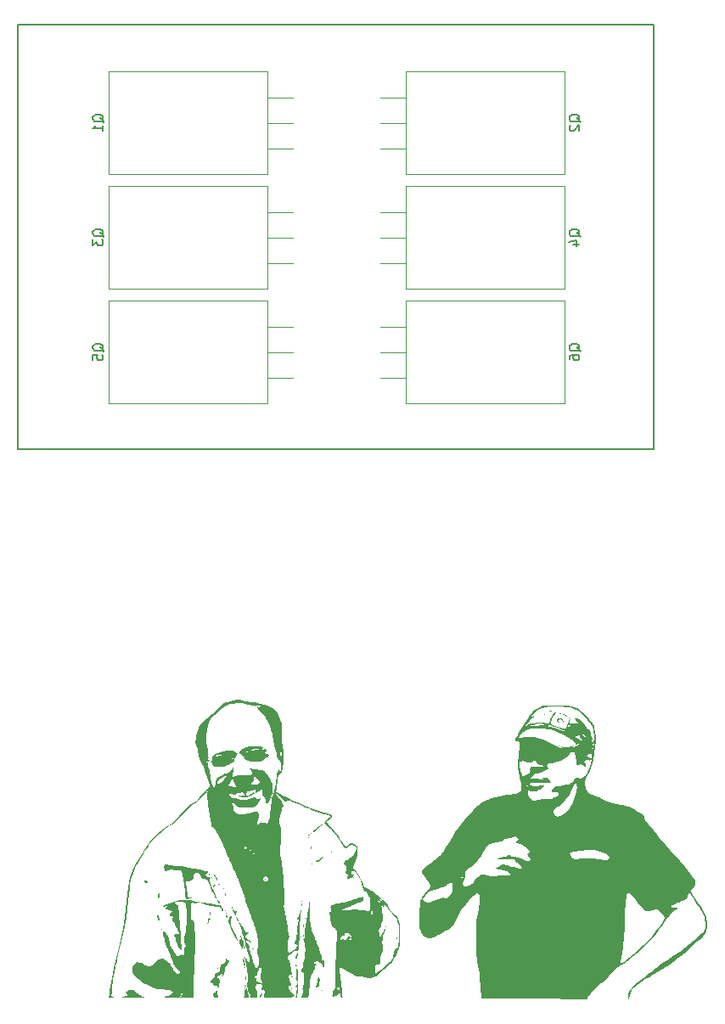
<source format=gbo>
G04 #@! TF.GenerationSoftware,KiCad,Pcbnew,(6.0.8)*
G04 #@! TF.CreationDate,2023-06-08T11:40:43-03:00*
G04 #@! TF.ProjectId,EcoMaua_BLDC_Controller_v0,45636f4d-6175-4615-9f42-4c44435f436f,rev?*
G04 #@! TF.SameCoordinates,Original*
G04 #@! TF.FileFunction,Legend,Bot*
G04 #@! TF.FilePolarity,Positive*
%FSLAX46Y46*%
G04 Gerber Fmt 4.6, Leading zero omitted, Abs format (unit mm)*
G04 Created by KiCad (PCBNEW (6.0.8)) date 2023-06-08 11:40:43*
%MOMM*%
%LPD*%
G01*
G04 APERTURE LIST*
%ADD10C,0.150000*%
%ADD11C,0.120000*%
G04 APERTURE END LIST*
D10*
X110728500Y-40936000D02*
X174128500Y-40936000D01*
X174128500Y-40936000D02*
X174128500Y-83236000D01*
X174128500Y-83236000D02*
X110728500Y-83236000D01*
X110728500Y-83236000D02*
X110728500Y-40936000D01*
X166808119Y-50628761D02*
X166760500Y-50533523D01*
X166665261Y-50438285D01*
X166522404Y-50295428D01*
X166474785Y-50200190D01*
X166474785Y-50104952D01*
X166712880Y-50152571D02*
X166665261Y-50057333D01*
X166570023Y-49962095D01*
X166379547Y-49914476D01*
X166046214Y-49914476D01*
X165855738Y-49962095D01*
X165760500Y-50057333D01*
X165712880Y-50152571D01*
X165712880Y-50343047D01*
X165760500Y-50438285D01*
X165855738Y-50533523D01*
X166046214Y-50581142D01*
X166379547Y-50581142D01*
X166570023Y-50533523D01*
X166665261Y-50438285D01*
X166712880Y-50343047D01*
X166712880Y-50152571D01*
X165808119Y-50962095D02*
X165760500Y-51009714D01*
X165712880Y-51104952D01*
X165712880Y-51343047D01*
X165760500Y-51438285D01*
X165808119Y-51485904D01*
X165903357Y-51533523D01*
X165998595Y-51533523D01*
X166141452Y-51485904D01*
X166712880Y-50914476D01*
X166712880Y-51533523D01*
X166808119Y-73488761D02*
X166760500Y-73393523D01*
X166665261Y-73298285D01*
X166522404Y-73155428D01*
X166474785Y-73060190D01*
X166474785Y-72964952D01*
X166712880Y-73012571D02*
X166665261Y-72917333D01*
X166570023Y-72822095D01*
X166379547Y-72774476D01*
X166046214Y-72774476D01*
X165855738Y-72822095D01*
X165760500Y-72917333D01*
X165712880Y-73012571D01*
X165712880Y-73203047D01*
X165760500Y-73298285D01*
X165855738Y-73393523D01*
X166046214Y-73441142D01*
X166379547Y-73441142D01*
X166570023Y-73393523D01*
X166665261Y-73298285D01*
X166712880Y-73203047D01*
X166712880Y-73012571D01*
X165712880Y-74298285D02*
X165712880Y-74107809D01*
X165760500Y-74012571D01*
X165808119Y-73964952D01*
X165950976Y-73869714D01*
X166141452Y-73822095D01*
X166522404Y-73822095D01*
X166617642Y-73869714D01*
X166665261Y-73917333D01*
X166712880Y-74012571D01*
X166712880Y-74203047D01*
X166665261Y-74298285D01*
X166617642Y-74345904D01*
X166522404Y-74393523D01*
X166284309Y-74393523D01*
X166189071Y-74345904D01*
X166141452Y-74298285D01*
X166093833Y-74203047D01*
X166093833Y-74012571D01*
X166141452Y-73917333D01*
X166189071Y-73869714D01*
X166284309Y-73822095D01*
X119298119Y-50628761D02*
X119250500Y-50533523D01*
X119155261Y-50438285D01*
X119012404Y-50295428D01*
X118964785Y-50200190D01*
X118964785Y-50104952D01*
X119202880Y-50152571D02*
X119155261Y-50057333D01*
X119060023Y-49962095D01*
X118869547Y-49914476D01*
X118536214Y-49914476D01*
X118345738Y-49962095D01*
X118250500Y-50057333D01*
X118202880Y-50152571D01*
X118202880Y-50343047D01*
X118250500Y-50438285D01*
X118345738Y-50533523D01*
X118536214Y-50581142D01*
X118869547Y-50581142D01*
X119060023Y-50533523D01*
X119155261Y-50438285D01*
X119202880Y-50343047D01*
X119202880Y-50152571D01*
X119202880Y-51533523D02*
X119202880Y-50962095D01*
X119202880Y-51247809D02*
X118202880Y-51247809D01*
X118345738Y-51152571D01*
X118440976Y-51057333D01*
X118488595Y-50962095D01*
X119298119Y-62058761D02*
X119250500Y-61963523D01*
X119155261Y-61868285D01*
X119012404Y-61725428D01*
X118964785Y-61630190D01*
X118964785Y-61534952D01*
X119202880Y-61582571D02*
X119155261Y-61487333D01*
X119060023Y-61392095D01*
X118869547Y-61344476D01*
X118536214Y-61344476D01*
X118345738Y-61392095D01*
X118250500Y-61487333D01*
X118202880Y-61582571D01*
X118202880Y-61773047D01*
X118250500Y-61868285D01*
X118345738Y-61963523D01*
X118536214Y-62011142D01*
X118869547Y-62011142D01*
X119060023Y-61963523D01*
X119155261Y-61868285D01*
X119202880Y-61773047D01*
X119202880Y-61582571D01*
X118202880Y-62344476D02*
X118202880Y-62963523D01*
X118583833Y-62630190D01*
X118583833Y-62773047D01*
X118631452Y-62868285D01*
X118679071Y-62915904D01*
X118774309Y-62963523D01*
X119012404Y-62963523D01*
X119107642Y-62915904D01*
X119155261Y-62868285D01*
X119202880Y-62773047D01*
X119202880Y-62487333D01*
X119155261Y-62392095D01*
X119107642Y-62344476D01*
X166808119Y-62058761D02*
X166760500Y-61963523D01*
X166665261Y-61868285D01*
X166522404Y-61725428D01*
X166474785Y-61630190D01*
X166474785Y-61534952D01*
X166712880Y-61582571D02*
X166665261Y-61487333D01*
X166570023Y-61392095D01*
X166379547Y-61344476D01*
X166046214Y-61344476D01*
X165855738Y-61392095D01*
X165760500Y-61487333D01*
X165712880Y-61582571D01*
X165712880Y-61773047D01*
X165760500Y-61868285D01*
X165855738Y-61963523D01*
X166046214Y-62011142D01*
X166379547Y-62011142D01*
X166570023Y-61963523D01*
X166665261Y-61868285D01*
X166712880Y-61773047D01*
X166712880Y-61582571D01*
X166046214Y-62868285D02*
X166712880Y-62868285D01*
X165665261Y-62630190D02*
X166379547Y-62392095D01*
X166379547Y-63011142D01*
X119298119Y-73488761D02*
X119250500Y-73393523D01*
X119155261Y-73298285D01*
X119012404Y-73155428D01*
X118964785Y-73060190D01*
X118964785Y-72964952D01*
X119202880Y-73012571D02*
X119155261Y-72917333D01*
X119060023Y-72822095D01*
X118869547Y-72774476D01*
X118536214Y-72774476D01*
X118345738Y-72822095D01*
X118250500Y-72917333D01*
X118202880Y-73012571D01*
X118202880Y-73203047D01*
X118250500Y-73298285D01*
X118345738Y-73393523D01*
X118536214Y-73441142D01*
X118869547Y-73441142D01*
X119060023Y-73393523D01*
X119155261Y-73298285D01*
X119202880Y-73203047D01*
X119202880Y-73012571D01*
X118202880Y-74345904D02*
X118202880Y-73869714D01*
X118679071Y-73822095D01*
X118631452Y-73869714D01*
X118583833Y-73964952D01*
X118583833Y-74203047D01*
X118631452Y-74298285D01*
X118679071Y-74345904D01*
X118774309Y-74393523D01*
X119012404Y-74393523D01*
X119107642Y-74345904D01*
X119155261Y-74298285D01*
X119202880Y-74203047D01*
X119202880Y-73964952D01*
X119155261Y-73869714D01*
X119107642Y-73822095D01*
D11*
X149370500Y-53264000D02*
X146830500Y-53264000D01*
X149370500Y-55844000D02*
X149370500Y-45604000D01*
X165260500Y-55844000D02*
X165260500Y-45604000D01*
X149370500Y-48184000D02*
X146830500Y-48184000D01*
X149370500Y-50724000D02*
X146830500Y-50724000D01*
X165260500Y-55844000D02*
X149370500Y-55844000D01*
X165260500Y-45604000D02*
X149370500Y-45604000D01*
X149370500Y-76124000D02*
X146830500Y-76124000D01*
X149370500Y-71044000D02*
X146830500Y-71044000D01*
X165260500Y-68464000D02*
X149370500Y-68464000D01*
X165260500Y-78704000D02*
X165260500Y-68464000D01*
X149370500Y-73584000D02*
X146830500Y-73584000D01*
X165260500Y-78704000D02*
X149370500Y-78704000D01*
X149370500Y-78704000D02*
X149370500Y-68464000D01*
X119750500Y-55844000D02*
X135640500Y-55844000D01*
X119750500Y-45604000D02*
X119750500Y-55844000D01*
X135640500Y-45604000D02*
X135640500Y-55844000D01*
X135640500Y-48184000D02*
X138180500Y-48184000D01*
X135640500Y-50724000D02*
X138180500Y-50724000D01*
X135640500Y-53264000D02*
X138180500Y-53264000D01*
X119750500Y-45604000D02*
X135640500Y-45604000D01*
X135640500Y-57034000D02*
X135640500Y-67274000D01*
X119750500Y-57034000D02*
X119750500Y-67274000D01*
X135640500Y-64694000D02*
X138180500Y-64694000D01*
X119750500Y-67274000D02*
X135640500Y-67274000D01*
X119750500Y-57034000D02*
X135640500Y-57034000D01*
X135640500Y-62154000D02*
X138180500Y-62154000D01*
X135640500Y-59614000D02*
X138180500Y-59614000D01*
X149370500Y-62154000D02*
X146830500Y-62154000D01*
X149370500Y-67274000D02*
X149370500Y-57034000D01*
X165260500Y-67274000D02*
X149370500Y-67274000D01*
X165260500Y-67274000D02*
X165260500Y-57034000D01*
X149370500Y-59614000D02*
X146830500Y-59614000D01*
X165260500Y-57034000D02*
X149370500Y-57034000D01*
X149370500Y-64694000D02*
X146830500Y-64694000D01*
X135640500Y-73584000D02*
X138180500Y-73584000D01*
X119750500Y-68464000D02*
X119750500Y-78704000D01*
X135640500Y-71044000D02*
X138180500Y-71044000D01*
X119750500Y-78704000D02*
X135640500Y-78704000D01*
X119750500Y-68464000D02*
X135640500Y-68464000D01*
X135640500Y-76124000D02*
X138180500Y-76124000D01*
X135640500Y-68464000D02*
X135640500Y-78704000D01*
G36*
X131022351Y-128596739D02*
G01*
X130993021Y-128626069D01*
X130963691Y-128596739D01*
X130993021Y-128567408D01*
X131022351Y-128596739D01*
G37*
G36*
X123590830Y-126242602D02*
G01*
X123631127Y-126328532D01*
X123625616Y-126388922D01*
X123592020Y-126475184D01*
X123565042Y-126498888D01*
X123508205Y-126503876D01*
X123421626Y-126430490D01*
X123348020Y-126328086D01*
X123364414Y-126249464D01*
X123484476Y-126220988D01*
X123590830Y-126242602D01*
G37*
G36*
X140290712Y-124490503D02*
G01*
X140261381Y-124519833D01*
X140232051Y-124490503D01*
X140261381Y-124461173D01*
X140290712Y-124490503D01*
G37*
G36*
X134190019Y-131823067D02*
G01*
X134160689Y-131852397D01*
X134131358Y-131823067D01*
X134160689Y-131793736D01*
X134190019Y-131823067D01*
G37*
G36*
X132956490Y-131676439D02*
G01*
X132999125Y-131729299D01*
X133016809Y-131853193D01*
X133031829Y-132000842D01*
X133075469Y-132146495D01*
X133114581Y-132224189D01*
X133192790Y-132379545D01*
X133248620Y-132580536D01*
X133197072Y-132777096D01*
X133167287Y-132838139D01*
X133110923Y-132981612D01*
X133110088Y-132984241D01*
X133055237Y-133064292D01*
X132989810Y-133082337D01*
X132958148Y-133025607D01*
X132962382Y-133005545D01*
X133028021Y-132966946D01*
X133054766Y-132952524D01*
X133006190Y-132893621D01*
X132966162Y-132854785D01*
X132876321Y-132706910D01*
X132816451Y-132522998D01*
X132792402Y-132338178D01*
X132810018Y-132187581D01*
X132875149Y-132106337D01*
X132898944Y-132094702D01*
X132942801Y-132021583D01*
X132931152Y-131873536D01*
X132930101Y-131867842D01*
X132920787Y-131727786D01*
X132955490Y-131676415D01*
X132956490Y-131676439D01*
G37*
G36*
X140095177Y-124598047D02*
G01*
X140104354Y-124615691D01*
X140056070Y-124637154D01*
X140025015Y-124632921D01*
X140016963Y-124598047D01*
X140025560Y-124591027D01*
X140095177Y-124598047D01*
G37*
G36*
X135323073Y-113452575D02*
G01*
X135311318Y-113503309D01*
X135392559Y-113574370D01*
X135401637Y-113579649D01*
X135482874Y-113626892D01*
X135573860Y-113642085D01*
X135599942Y-113637008D01*
X135705667Y-113661752D01*
X135723190Y-113676696D01*
X135740276Y-113767543D01*
X135693186Y-113880983D01*
X135604697Y-113977892D01*
X135497589Y-114019145D01*
X135484906Y-114019865D01*
X135354779Y-114070538D01*
X135222488Y-114176505D01*
X135081670Y-114286088D01*
X134824156Y-114374475D01*
X134424578Y-114410916D01*
X133913329Y-114367404D01*
X133444589Y-114218899D01*
X133362358Y-114177743D01*
X133249560Y-114101988D01*
X133205469Y-114043224D01*
X133247989Y-114019602D01*
X133265016Y-114017348D01*
X133310111Y-113960942D01*
X133300184Y-113933956D01*
X133222121Y-113902281D01*
X133181728Y-113896344D01*
X133134130Y-113849415D01*
X133129681Y-113835782D01*
X133059640Y-113764588D01*
X132931529Y-113677011D01*
X132869607Y-113639958D01*
X132791228Y-113579649D01*
X133192790Y-113579649D01*
X133222121Y-113608979D01*
X133251451Y-113579649D01*
X133222121Y-113550318D01*
X133192790Y-113579649D01*
X132791228Y-113579649D01*
X132778429Y-113569801D01*
X132765843Y-113498756D01*
X132803966Y-113410509D01*
X133486093Y-113410509D01*
X133486401Y-113413811D01*
X133535401Y-113434596D01*
X133623850Y-113420031D01*
X133688024Y-113379807D01*
X133682885Y-113353456D01*
X133603495Y-113357319D01*
X133534463Y-113379698D01*
X133486093Y-113410509D01*
X132803966Y-113410509D01*
X132815090Y-113384759D01*
X132854642Y-113323584D01*
X132894001Y-113290505D01*
X133838056Y-113290505D01*
X133838601Y-113293158D01*
X133900110Y-113306603D01*
X134041938Y-113298841D01*
X134233207Y-113274955D01*
X134443045Y-113240026D01*
X134640576Y-113199135D01*
X134794924Y-113157365D01*
X134875216Y-113119798D01*
X134879535Y-113108138D01*
X134821740Y-113095937D01*
X134688633Y-113109235D01*
X134598161Y-113124334D01*
X134289354Y-113179245D01*
X134049184Y-113227492D01*
X133893475Y-113265703D01*
X133838056Y-113290505D01*
X132894001Y-113290505D01*
X133034958Y-113172040D01*
X133322952Y-113031877D01*
X133711799Y-112906731D01*
X133830223Y-112882673D01*
X134090697Y-112858107D01*
X134385483Y-112854944D01*
X134676935Y-112871752D01*
X134927408Y-112907096D01*
X135099257Y-112959545D01*
X135275238Y-113048313D01*
X135099257Y-113082565D01*
X134989865Y-113106824D01*
X134988871Y-113108138D01*
X134973264Y-113128778D01*
X135055261Y-113161539D01*
X135153623Y-113181147D01*
X135296393Y-113171620D01*
X135400285Y-113174798D01*
X135545700Y-113255773D01*
X135562288Y-113270177D01*
X135620155Y-113334093D01*
X135596188Y-113343827D01*
X135514689Y-113343513D01*
X135433331Y-113379807D01*
X135390876Y-113398746D01*
X135323073Y-113452575D01*
G37*
G36*
X132181953Y-129128913D02*
G01*
X132273792Y-129234374D01*
X132295844Y-129260253D01*
X132381956Y-129349523D01*
X132433633Y-129357430D01*
X132483218Y-129293035D01*
X132521301Y-129243480D01*
X132531474Y-129279676D01*
X132514830Y-129417986D01*
X132508435Y-129458995D01*
X132477125Y-129627600D01*
X132448590Y-129740619D01*
X132431219Y-129756170D01*
X132379394Y-129708607D01*
X132310686Y-129586468D01*
X132237403Y-129413246D01*
X132171853Y-129212430D01*
X132161150Y-129173542D01*
X132149720Y-129109780D01*
X132181953Y-129128913D01*
G37*
G36*
X129839879Y-114606207D02*
G01*
X129831702Y-114686902D01*
X129810292Y-114679533D01*
X129802544Y-114652980D01*
X129810292Y-114532882D01*
X129830661Y-114522931D01*
X129839879Y-114606207D01*
G37*
G36*
X142030973Y-123424837D02*
G01*
X142040151Y-123442481D01*
X141991866Y-123463944D01*
X141960812Y-123459711D01*
X141952759Y-123424837D01*
X141961357Y-123417817D01*
X142030973Y-123424837D01*
G37*
G36*
X131563230Y-134066831D02*
G01*
X131622529Y-134151441D01*
X131705911Y-134198817D01*
X131767208Y-134235048D01*
X131782368Y-134322339D01*
X131733854Y-134399446D01*
X131687629Y-134473163D01*
X131647330Y-134608220D01*
X131646845Y-134610624D01*
X131592174Y-134745042D01*
X131493102Y-134785422D01*
X131422508Y-134801765D01*
X131369251Y-134888078D01*
X131362349Y-135018190D01*
X131342211Y-135286863D01*
X131315290Y-135474118D01*
X131276941Y-135605905D01*
X131222522Y-135708174D01*
X131157504Y-135798950D01*
X131115140Y-135822582D01*
X131091928Y-135760350D01*
X131092231Y-135692692D01*
X131146867Y-135602223D01*
X131179031Y-135572749D01*
X131178779Y-135508902D01*
X131145328Y-135498101D01*
X131077822Y-135549708D01*
X131071739Y-135559042D01*
X131019912Y-135606087D01*
X130964589Y-135548009D01*
X130925807Y-135502038D01*
X130905929Y-135533732D01*
X130905737Y-135537211D01*
X130859972Y-135626284D01*
X130758379Y-135734957D01*
X130643865Y-135852711D01*
X130619916Y-135931594D01*
X130698601Y-135958632D01*
X130745600Y-135974509D01*
X130810015Y-136075407D01*
X130838081Y-136242269D01*
X130821730Y-136443332D01*
X130795961Y-136611599D01*
X130785195Y-136765214D01*
X130769326Y-136847168D01*
X130699062Y-136897200D01*
X130659194Y-136890690D01*
X130611728Y-136838540D01*
X130573117Y-136799451D01*
X130460887Y-136779879D01*
X130327320Y-136754141D01*
X130194690Y-136658596D01*
X130142444Y-136520097D01*
X130122139Y-136466444D01*
X130025123Y-136427916D01*
X129957455Y-136423368D01*
X129912405Y-136384410D01*
X129969941Y-136293454D01*
X129978737Y-136282920D01*
X130055097Y-136175200D01*
X130146826Y-136029054D01*
X130170587Y-135991592D01*
X130256143Y-135893043D01*
X130319329Y-135871200D01*
X130330175Y-135874624D01*
X130364467Y-135822896D01*
X130377984Y-135683457D01*
X130380847Y-135589596D01*
X130398377Y-135518900D01*
X130435746Y-135548009D01*
X130443751Y-135560258D01*
X130484156Y-135603240D01*
X130493509Y-135539082D01*
X130493510Y-135538990D01*
X130545078Y-135452400D01*
X130670388Y-135380817D01*
X130674720Y-135379300D01*
X130787007Y-135324845D01*
X130835761Y-135240052D01*
X130846370Y-135081776D01*
X130847984Y-135026470D01*
X130868491Y-134896167D01*
X130905030Y-134844083D01*
X130939125Y-134822083D01*
X130963691Y-134726762D01*
X130982972Y-134650920D01*
X131081012Y-134609441D01*
X131149202Y-134598441D01*
X131198333Y-134550780D01*
X131217270Y-134518040D01*
X131308812Y-134492120D01*
X131391333Y-134460142D01*
X131463919Y-134323188D01*
X131494805Y-134081496D01*
X131499576Y-133934845D01*
X131563230Y-134066831D01*
G37*
G36*
X131432975Y-127553650D02*
G01*
X131436687Y-127592397D01*
X131468581Y-127712033D01*
X131478470Y-127761542D01*
X131445527Y-127804822D01*
X131435359Y-127803992D01*
X131367652Y-127746505D01*
X131340927Y-127641297D01*
X131372391Y-127548639D01*
X131409295Y-127520233D01*
X131432975Y-127553650D01*
G37*
G36*
X131999305Y-129692941D02*
G01*
X132006401Y-129790245D01*
X132005684Y-129966499D01*
X131996987Y-130195237D01*
X131970418Y-130708517D01*
X132322222Y-131431502D01*
X132444123Y-131690013D01*
X132560781Y-131963373D01*
X132625353Y-132154057D01*
X132634297Y-132252749D01*
X132629816Y-132262549D01*
X132592045Y-132278268D01*
X132533018Y-132203616D01*
X132444074Y-132028378D01*
X132384132Y-131901147D01*
X132254418Y-131630933D01*
X132132910Y-131383113D01*
X132067405Y-131243503D01*
X131967369Y-131002343D01*
X131896109Y-130796508D01*
X131871105Y-130715279D01*
X131817923Y-130572559D01*
X131777780Y-130502618D01*
X131736924Y-130430786D01*
X131696853Y-130297306D01*
X131684313Y-130235439D01*
X131682967Y-130173789D01*
X131720635Y-130209903D01*
X131739061Y-130234451D01*
X131774795Y-130251585D01*
X131784040Y-130162994D01*
X131786210Y-130133118D01*
X131819034Y-129999690D01*
X131876956Y-129851596D01*
X131941388Y-129731474D01*
X131993744Y-129681958D01*
X131999305Y-129692941D01*
G37*
G36*
X129203876Y-137601127D02*
G01*
X129199642Y-137632181D01*
X129164769Y-137640234D01*
X129157748Y-137631636D01*
X129164769Y-137562020D01*
X129182413Y-137552842D01*
X129203876Y-137601127D01*
G37*
G36*
X135128587Y-137471739D02*
G01*
X135125645Y-137489380D01*
X135079982Y-137594664D01*
X134996601Y-137736624D01*
X134916354Y-137842985D01*
X134837974Y-137907372D01*
X134799621Y-137891392D01*
X134818510Y-137789895D01*
X134854408Y-137720914D01*
X134933892Y-137614556D01*
X135024070Y-137519120D01*
X135097961Y-137462287D01*
X135128587Y-137471739D01*
G37*
G36*
X138303737Y-137029187D02*
G01*
X138285450Y-137051898D01*
X138207468Y-137127254D01*
X138178933Y-137109695D01*
X138200347Y-137079402D01*
X138281589Y-137007039D01*
X138324092Y-136974270D01*
X138354469Y-136959704D01*
X138303737Y-137029187D01*
G37*
G36*
X139105970Y-128217948D02*
G01*
X139106580Y-128391427D01*
X139102288Y-128522193D01*
X139089895Y-128681026D01*
X139073501Y-128763166D01*
X139027421Y-128799213D01*
X138987953Y-128758339D01*
X138973117Y-128670607D01*
X138997459Y-128572494D01*
X139032320Y-128482138D01*
X139032110Y-128395632D01*
X139024610Y-128329752D01*
X139055855Y-128206198D01*
X139069330Y-128175459D01*
X139094621Y-128149856D01*
X139105970Y-128217948D01*
G37*
G36*
X145452836Y-127599510D02*
G01*
X145423506Y-127628840D01*
X145394176Y-127599510D01*
X145423506Y-127570180D01*
X145452836Y-127599510D01*
G37*
G36*
X139108239Y-126103667D02*
G01*
X139100062Y-126184362D01*
X139078652Y-126176993D01*
X139070904Y-126150440D01*
X139078652Y-126030341D01*
X139099021Y-126020391D01*
X139108239Y-126103667D01*
G37*
G36*
X138016517Y-137016776D02*
G01*
X138061612Y-137073182D01*
X138060940Y-137086457D01*
X138035744Y-137131843D01*
X138026334Y-137129143D01*
X137973622Y-137073182D01*
X137964456Y-137050459D01*
X137999490Y-137014522D01*
X138016517Y-137016776D01*
G37*
G36*
X140728321Y-135909899D02*
G01*
X140759996Y-135987963D01*
X140766443Y-136028419D01*
X140817204Y-136075953D01*
X140843815Y-136111633D01*
X140814455Y-136233656D01*
X140777591Y-136366005D01*
X140763739Y-136512293D01*
X140771353Y-136644978D01*
X140763341Y-136805008D01*
X140722380Y-136877547D01*
X140642675Y-136880204D01*
X140572070Y-136872518D01*
X140525354Y-136902692D01*
X140523689Y-136915254D01*
X140466693Y-136955861D01*
X140413897Y-136925027D01*
X140432759Y-136824670D01*
X140526160Y-136645035D01*
X140544443Y-136612483D01*
X140612028Y-136454877D01*
X140634187Y-136333714D01*
X140630412Y-136283485D01*
X140631636Y-136091231D01*
X140656887Y-135952989D01*
X140701335Y-135899972D01*
X140728321Y-135909899D01*
G37*
G36*
X139352144Y-130239233D02*
G01*
X139322813Y-130268563D01*
X139293483Y-130239233D01*
X139322813Y-130209903D01*
X139352144Y-130239233D01*
G37*
G36*
X139989751Y-122877339D02*
G01*
X139989812Y-122879484D01*
X139983356Y-123062961D01*
X139959828Y-123216964D01*
X139941652Y-123278584D01*
X139912413Y-123336792D01*
X139899738Y-123298671D01*
X139905378Y-123178102D01*
X139931083Y-122988964D01*
X139947120Y-122895307D01*
X139970370Y-122785386D01*
X139983390Y-122781661D01*
X139989751Y-122877339D01*
G37*
G36*
X130346610Y-125708183D02*
G01*
X130431254Y-125819513D01*
X130517586Y-125959418D01*
X130584710Y-126095148D01*
X130611728Y-126193954D01*
X130603109Y-126236804D01*
X130553067Y-126250318D01*
X130529842Y-126228951D01*
X130494407Y-126128739D01*
X130494393Y-126126891D01*
X130459288Y-125995369D01*
X130379921Y-125844538D01*
X130290794Y-125740228D01*
X130272979Y-125723139D01*
X130271894Y-125661361D01*
X130284551Y-125658177D01*
X130346610Y-125708183D01*
G37*
G36*
X134494235Y-116079899D02*
G01*
X134541982Y-116131381D01*
X134540402Y-116145298D01*
X134486783Y-116190041D01*
X134470326Y-116187804D01*
X134395331Y-116131381D01*
X134389812Y-116101158D01*
X134450529Y-116072720D01*
X134494235Y-116079899D01*
G37*
G36*
X130803730Y-126555627D02*
G01*
X130846370Y-126635074D01*
X130844691Y-126648170D01*
X130787709Y-126690272D01*
X130759676Y-126679079D01*
X130729049Y-126598819D01*
X130737490Y-126556919D01*
X130787709Y-126543621D01*
X130803730Y-126555627D01*
G37*
G36*
X131678616Y-129641886D02*
G01*
X131705768Y-129663001D01*
X131643175Y-129677327D01*
X131583678Y-129673179D01*
X131566183Y-129646517D01*
X131586937Y-129634893D01*
X131678616Y-129641886D01*
G37*
G36*
X130131008Y-122202743D02*
G01*
X130131089Y-122216635D01*
X130123224Y-122308466D01*
X130103966Y-122306516D01*
X130093205Y-122258315D01*
X130101793Y-122130534D01*
X130104695Y-122120448D01*
X130122549Y-122111763D01*
X130131008Y-122202743D01*
G37*
G36*
X123924430Y-123375953D02*
G01*
X123895100Y-123405284D01*
X123865769Y-123375953D01*
X123895100Y-123346623D01*
X123924430Y-123375953D01*
G37*
G36*
X129321197Y-128483129D02*
G01*
X129386089Y-128489595D01*
X129649205Y-128523538D01*
X129956313Y-128571441D01*
X130253593Y-128625109D01*
X130392169Y-128651061D01*
X130618646Y-128687737D01*
X130788387Y-128707739D01*
X130872380Y-128707217D01*
X130933358Y-128738841D01*
X131017666Y-128844142D01*
X131103984Y-128988048D01*
X131171233Y-129135393D01*
X131198333Y-129251010D01*
X131186097Y-129302374D01*
X131136308Y-129295708D01*
X131064593Y-129211306D01*
X130988829Y-129065036D01*
X130962788Y-129004590D01*
X130915424Y-128928930D01*
X130843001Y-128889840D01*
X130714766Y-128875242D01*
X130499965Y-128873060D01*
X130397421Y-128871169D01*
X130108671Y-128841284D01*
X129902555Y-128778895D01*
X129901082Y-128778163D01*
X129714939Y-128711421D01*
X129532161Y-128682271D01*
X129510156Y-128681243D01*
X129328837Y-128642077D01*
X129145215Y-128564520D01*
X128939903Y-128449228D01*
X129321197Y-128483129D01*
G37*
G36*
X138651775Y-136553120D02*
G01*
X138654866Y-136566685D01*
X138666238Y-136712256D01*
X138662555Y-136926572D01*
X138644317Y-137168396D01*
X138640736Y-137202916D01*
X138617497Y-137445432D01*
X138600327Y-137655790D01*
X138592720Y-137791773D01*
X138572544Y-137900965D01*
X138501566Y-137953090D01*
X138500583Y-137953085D01*
X138428392Y-137911073D01*
X138419295Y-137827853D01*
X138480228Y-137764667D01*
X138515778Y-137725379D01*
X138475380Y-137627793D01*
X138441362Y-137549345D01*
X138442936Y-137430566D01*
X138495335Y-137249164D01*
X138534473Y-137132294D01*
X138557388Y-137020814D01*
X138532752Y-136951620D01*
X138456188Y-136883840D01*
X138453520Y-136881758D01*
X138385422Y-136810903D01*
X138401962Y-136781184D01*
X138409523Y-136780202D01*
X138479869Y-136718261D01*
X138544569Y-136589892D01*
X138610799Y-136399904D01*
X138651775Y-136553120D01*
G37*
G36*
X139000181Y-131881727D02*
G01*
X138970850Y-131911057D01*
X138941520Y-131881727D01*
X138970850Y-131852397D01*
X139000181Y-131881727D01*
G37*
G36*
X141405261Y-123727916D02*
G01*
X141375931Y-123757247D01*
X141346601Y-123727916D01*
X141375931Y-123698586D01*
X141405261Y-123727916D01*
G37*
G36*
X142519811Y-127012905D02*
G01*
X142490481Y-127042235D01*
X142461151Y-127012905D01*
X142490481Y-126983575D01*
X142519811Y-127012905D01*
G37*
G36*
X129731820Y-124725145D02*
G01*
X129702490Y-124754475D01*
X129673160Y-124725145D01*
X129702490Y-124695815D01*
X129731820Y-124725145D01*
G37*
G36*
X131843599Y-129535307D02*
G01*
X131814268Y-129564637D01*
X131784938Y-129535307D01*
X131814268Y-129505976D01*
X131843599Y-129535307D01*
G37*
G36*
X147496692Y-129388655D02*
G01*
X147488515Y-129469350D01*
X147467105Y-129461981D01*
X147459357Y-129435428D01*
X147467105Y-129315330D01*
X147487473Y-129305379D01*
X147496692Y-129388655D01*
G37*
G36*
X129806809Y-129975293D02*
G01*
X129878653Y-129985214D01*
X129899442Y-130028992D01*
X129868154Y-130130038D01*
X129783766Y-130311765D01*
X129739224Y-130399395D01*
X129672844Y-130511245D01*
X129636923Y-130545182D01*
X129631648Y-130523921D01*
X129633925Y-130414452D01*
X129651611Y-130248818D01*
X129679055Y-130099038D01*
X129725288Y-130001911D01*
X129798454Y-129975261D01*
X129806809Y-129975293D01*
G37*
G36*
X122051098Y-137201459D02*
G01*
X122085156Y-137202860D01*
X122267460Y-137217707D01*
X122394681Y-137256953D01*
X122511063Y-137341780D01*
X122660853Y-137493369D01*
X122909422Y-137712513D01*
X123159954Y-137835260D01*
X123218459Y-137851857D01*
X123345737Y-137895650D01*
X123396485Y-137926020D01*
X123395050Y-137927373D01*
X123322520Y-137935526D01*
X123153143Y-137942588D01*
X122904614Y-137948146D01*
X122594626Y-137951785D01*
X122240873Y-137953090D01*
X122165055Y-137953037D01*
X121758650Y-137950258D01*
X121461075Y-137942946D01*
X121265071Y-137930680D01*
X121163384Y-137913038D01*
X121148754Y-137889597D01*
X121151729Y-137886802D01*
X121255438Y-137840810D01*
X121409793Y-137816272D01*
X121480937Y-137810081D01*
X121586399Y-137769500D01*
X121626119Y-137674190D01*
X121621601Y-137588824D01*
X121552794Y-137506598D01*
X121508548Y-137477122D01*
X121465320Y-137374874D01*
X121474168Y-137321962D01*
X121500910Y-137355934D01*
X121502772Y-137360385D01*
X121545933Y-137387177D01*
X121617891Y-137310561D01*
X121646011Y-137274756D01*
X121722932Y-137221386D01*
X121846292Y-137199893D01*
X122051098Y-137201459D01*
G37*
G36*
X139376823Y-129979866D02*
G01*
X139381474Y-130033921D01*
X139369434Y-130051476D01*
X139319351Y-130092582D01*
X139313497Y-130091056D01*
X139293483Y-130033921D01*
X139295870Y-130017843D01*
X139355606Y-129975261D01*
X139376823Y-129979866D01*
G37*
G36*
X141698564Y-123551935D02*
G01*
X141669234Y-123581265D01*
X141639903Y-123551935D01*
X141669234Y-123522605D01*
X141698564Y-123551935D01*
G37*
G36*
X120287478Y-137689117D02*
G01*
X120258148Y-137718448D01*
X120228818Y-137689117D01*
X120258148Y-137659787D01*
X120287478Y-137689117D01*
G37*
G36*
X139117502Y-136809210D02*
G01*
X139088171Y-136838540D01*
X139058841Y-136809210D01*
X139088171Y-136779879D01*
X139117502Y-136809210D01*
G37*
G36*
X132113724Y-128842031D02*
G01*
X132159493Y-128889864D01*
X132120030Y-128983249D01*
X132055046Y-129076591D01*
X132025732Y-129069475D01*
X132019580Y-128950543D01*
X132038453Y-128848874D01*
X132104810Y-128838438D01*
X132113724Y-128842031D01*
G37*
G36*
X130318425Y-126396970D02*
G01*
X130314192Y-126428024D01*
X130279318Y-126436077D01*
X130272298Y-126427479D01*
X130279318Y-126357863D01*
X130296962Y-126348685D01*
X130318425Y-126396970D01*
G37*
G36*
X138633376Y-133475238D02*
G01*
X138634478Y-133587301D01*
X138616627Y-133753487D01*
X138595496Y-133864375D01*
X138546456Y-133992783D01*
X138490015Y-134016593D01*
X138432743Y-133929513D01*
X138431251Y-133925068D01*
X138434503Y-133830350D01*
X138470940Y-133697867D01*
X138525207Y-133565529D01*
X138581946Y-133471244D01*
X138625802Y-133452922D01*
X138633376Y-133475238D01*
G37*
G36*
X129897166Y-126127607D02*
G01*
X129849141Y-126132997D01*
X129826274Y-126124002D01*
X129790481Y-126161312D01*
X129803822Y-126214313D01*
X129856960Y-126356350D01*
X129938905Y-126553044D01*
X130037009Y-126775186D01*
X130138626Y-126993566D01*
X130231108Y-127178975D01*
X130291848Y-127324350D01*
X130318425Y-127450430D01*
X130329731Y-127512308D01*
X130402929Y-127625946D01*
X130442472Y-127677891D01*
X130451621Y-127789403D01*
X130440929Y-127836362D01*
X130471994Y-127848004D01*
X130513906Y-127867861D01*
X130539147Y-127970367D01*
X130543427Y-128055961D01*
X130530438Y-128083398D01*
X130483279Y-128010134D01*
X130434709Y-127933517D01*
X130375495Y-127863482D01*
X130372569Y-127861127D01*
X130316525Y-127780898D01*
X130234051Y-127629295D01*
X130141477Y-127440822D01*
X130055134Y-127249984D01*
X129991352Y-127091287D01*
X129966462Y-126999236D01*
X129965748Y-126990590D01*
X129931277Y-126885033D01*
X129855350Y-126715036D01*
X129752250Y-126513019D01*
X129667782Y-126358798D01*
X129579278Y-126218383D01*
X129498642Y-126140673D01*
X129398528Y-126101932D01*
X129251591Y-126078422D01*
X129150106Y-126061731D01*
X129028331Y-126028309D01*
X129012798Y-126014497D01*
X129685693Y-126014497D01*
X129692713Y-126084114D01*
X129710357Y-126093291D01*
X129731820Y-126045006D01*
X129727587Y-126013952D01*
X129692713Y-126005899D01*
X129685693Y-126014497D01*
X129012798Y-126014497D01*
X128992384Y-125996345D01*
X129000476Y-125975615D01*
X128980807Y-125863820D01*
X128901502Y-125726274D01*
X128788121Y-125600112D01*
X128666220Y-125522467D01*
X128569423Y-125495375D01*
X128463510Y-125509971D01*
X128349058Y-125603960D01*
X128260533Y-125721951D01*
X128206647Y-125947167D01*
X128200467Y-126038058D01*
X128134491Y-126193912D01*
X127986564Y-126280827D01*
X127744610Y-126308238D01*
X127474799Y-126308979D01*
X127491650Y-126543621D01*
X127499974Y-126636694D01*
X127527469Y-126866805D01*
X127562162Y-127100896D01*
X127579684Y-127209342D01*
X127619642Y-127474141D01*
X127651895Y-127709089D01*
X127687968Y-127994650D01*
X127889246Y-127961987D01*
X128016075Y-127945770D01*
X128047928Y-127961894D01*
X127999833Y-128020016D01*
X127926024Y-128066876D01*
X127793922Y-128080578D01*
X127725350Y-128072909D01*
X127678703Y-128102358D01*
X127642172Y-128120830D01*
X127540926Y-128091495D01*
X127498497Y-128069359D01*
X127436621Y-128005662D01*
X127406120Y-127892807D01*
X127394368Y-127696794D01*
X127381789Y-127451682D01*
X127356486Y-127143805D01*
X127322539Y-126814585D01*
X127283856Y-126498636D01*
X127244343Y-126230572D01*
X127207908Y-126045006D01*
X127207873Y-126044866D01*
X127161146Y-125835845D01*
X127121726Y-125621604D01*
X127121226Y-125618431D01*
X127082776Y-125455102D01*
X127014425Y-125344951D01*
X126894320Y-125275177D01*
X126700611Y-125232983D01*
X126411449Y-125205570D01*
X126153209Y-125191747D01*
X125953625Y-125196023D01*
X125798717Y-125223568D01*
X125651451Y-125277909D01*
X125577239Y-125308087D01*
X125434438Y-125349769D01*
X125354402Y-125349150D01*
X125337738Y-125321313D01*
X125316706Y-125190075D01*
X125312495Y-124976757D01*
X125326104Y-124704121D01*
X125353285Y-124657630D01*
X125466410Y-124658100D01*
X125478865Y-124660918D01*
X125605202Y-124682097D01*
X125816746Y-124711898D01*
X126087212Y-124746764D01*
X126390313Y-124783138D01*
X127028645Y-124861558D01*
X127734067Y-124962127D01*
X128338744Y-125066131D01*
X128851913Y-125175041D01*
X128929379Y-125193366D01*
X129173885Y-125250079D01*
X129380778Y-125296494D01*
X129511843Y-125323988D01*
X129540075Y-125329479D01*
X129649819Y-125363800D01*
X129651820Y-125415813D01*
X129551080Y-125509120D01*
X129492219Y-125562640D01*
X129460577Y-125644855D01*
X129502219Y-125768672D01*
X129514515Y-125794436D01*
X129591111Y-125890660D01*
X129690283Y-125892920D01*
X129761907Y-125884452D01*
X129855567Y-125936073D01*
X129862220Y-125947021D01*
X129899179Y-126045006D01*
X129901958Y-126052374D01*
X129897166Y-126127607D01*
G37*
G36*
X133368772Y-134932073D02*
G01*
X133339442Y-134961404D01*
X133310111Y-134932073D01*
X133339442Y-134902743D01*
X133368772Y-134932073D01*
G37*
G36*
X140584014Y-134814752D02*
G01*
X140554684Y-134844083D01*
X140525354Y-134814752D01*
X140554684Y-134785422D01*
X140584014Y-134814752D01*
G37*
G36*
X131742130Y-128256763D02*
G01*
X131784938Y-128339690D01*
X131780419Y-128359415D01*
X131726278Y-128362097D01*
X131710425Y-128350109D01*
X131667617Y-128267182D01*
X131672137Y-128247457D01*
X131726278Y-128244776D01*
X131742130Y-128256763D01*
G37*
G36*
X135166929Y-120292999D02*
G01*
X135213409Y-120322783D01*
X135231219Y-120345011D01*
X135143252Y-120324455D01*
X135057160Y-120314078D01*
X135011266Y-120360761D01*
X135007569Y-120387343D01*
X134971181Y-120393067D01*
X134948737Y-120352138D01*
X134980905Y-120293945D01*
X135066939Y-120267432D01*
X135166929Y-120292999D01*
G37*
G36*
X130611728Y-125253090D02*
G01*
X130582398Y-125282420D01*
X130553067Y-125253090D01*
X130582398Y-125223759D01*
X130611728Y-125253090D01*
G37*
G36*
X124842484Y-127544376D02*
G01*
X124853640Y-127658964D01*
X124831582Y-127874392D01*
X124827078Y-127906013D01*
X124798821Y-128060958D01*
X124772070Y-128111518D01*
X124741693Y-128068794D01*
X124709010Y-127949881D01*
X124692898Y-127775561D01*
X124706649Y-127623086D01*
X124749580Y-127538437D01*
X124795053Y-127518086D01*
X124842484Y-127544376D01*
G37*
G36*
X135518679Y-126100734D02*
G01*
X135521341Y-126128590D01*
X135498380Y-126098496D01*
X135469059Y-126066586D01*
X135410323Y-126111695D01*
X135370569Y-126159382D01*
X135374895Y-126113933D01*
X135402268Y-126062840D01*
X135470728Y-126039996D01*
X135518679Y-126100734D01*
G37*
G36*
X124100412Y-126602281D02*
G01*
X124071081Y-126631612D01*
X124041751Y-126602281D01*
X124071081Y-126572951D01*
X124100412Y-126602281D01*
G37*
G36*
X132548542Y-129865920D02*
G01*
X132634219Y-130000587D01*
X132674926Y-130072140D01*
X132733419Y-130208628D01*
X132740362Y-130288747D01*
X132715522Y-130306143D01*
X132648747Y-130271662D01*
X132574533Y-130175489D01*
X132514607Y-130049298D01*
X132490695Y-129924767D01*
X132492472Y-129865717D01*
X132506622Y-129823779D01*
X132548542Y-129865920D01*
G37*
G36*
X129818515Y-125586915D02*
G01*
X129849141Y-125667175D01*
X129840700Y-125709075D01*
X129790481Y-125722374D01*
X129774461Y-125710367D01*
X129731820Y-125630921D01*
X129733499Y-125617825D01*
X129790481Y-125575722D01*
X129818515Y-125586915D01*
G37*
G36*
X130259765Y-126250318D02*
G01*
X130230435Y-126279649D01*
X130201104Y-126250318D01*
X130230435Y-126220988D01*
X130259765Y-126250318D01*
G37*
G36*
X137944291Y-136222605D02*
G01*
X137914961Y-136251935D01*
X137885631Y-136222605D01*
X137914961Y-136193274D01*
X137944291Y-136222605D01*
G37*
G36*
X130435746Y-126695764D02*
G01*
X130434978Y-126704885D01*
X130383928Y-126748933D01*
X130347859Y-126771157D01*
X130301429Y-126866254D01*
X130257097Y-126969297D01*
X130217897Y-126961201D01*
X130201104Y-126843765D01*
X130219869Y-126751747D01*
X130318425Y-126673275D01*
X130389031Y-126665589D01*
X130435746Y-126695764D01*
G37*
G36*
X139771745Y-121658693D02*
G01*
X139821428Y-121704129D01*
X139819612Y-121723773D01*
X139766837Y-121758713D01*
X139645446Y-121704129D01*
X139624801Y-121690133D01*
X139603727Y-121655629D01*
X139689442Y-121646367D01*
X139771745Y-121658693D01*
G37*
G36*
X130121228Y-121441987D02*
G01*
X130124865Y-121586808D01*
X130122062Y-121717895D01*
X130113216Y-121784517D01*
X130100428Y-121748124D01*
X130090608Y-121614971D01*
X130100428Y-121425491D01*
X130111759Y-121387710D01*
X130121228Y-121441987D01*
G37*
G36*
X131365052Y-129564637D02*
G01*
X131356875Y-129645332D01*
X131335465Y-129637963D01*
X131327717Y-129611410D01*
X131335465Y-129491311D01*
X131355834Y-129481361D01*
X131365052Y-129564637D01*
G37*
G36*
X131432975Y-129271334D02*
G01*
X131428742Y-129302389D01*
X131393868Y-129310441D01*
X131386848Y-129301844D01*
X131393868Y-129232227D01*
X131411512Y-129223050D01*
X131432975Y-129271334D01*
G37*
G36*
X142402490Y-126895584D02*
G01*
X142373160Y-126924914D01*
X142343830Y-126895584D01*
X142373160Y-126866254D01*
X142402490Y-126895584D01*
G37*
G36*
X131247731Y-127042235D02*
G01*
X131239554Y-127122930D01*
X131218144Y-127115561D01*
X131210396Y-127089008D01*
X131218144Y-126968910D01*
X131238513Y-126958959D01*
X131247731Y-127042235D01*
G37*
G36*
X125053001Y-131032854D02*
G01*
X125097640Y-131089810D01*
X125095936Y-131103832D01*
X125038980Y-131148471D01*
X125024958Y-131146766D01*
X124980319Y-131089810D01*
X124982024Y-131075789D01*
X125038980Y-131031150D01*
X125053001Y-131032854D01*
G37*
G36*
X124704449Y-129683657D02*
G01*
X124740202Y-129748981D01*
X124786876Y-129889867D01*
X124818338Y-130038416D01*
X124819805Y-130136577D01*
X124773028Y-130205452D01*
X124716087Y-130163494D01*
X124652286Y-130007223D01*
X124627580Y-129871801D01*
X124631693Y-129749693D01*
X124659163Y-129675521D01*
X124704449Y-129683657D01*
G37*
G36*
X133536730Y-137036211D02*
G01*
X133574516Y-137134194D01*
X133626353Y-137328189D01*
X133671180Y-137501018D01*
X133722064Y-137694481D01*
X133756215Y-137821103D01*
X133767130Y-137865985D01*
X133758495Y-137924363D01*
X133685724Y-137948404D01*
X133522265Y-137953090D01*
X133500204Y-137952976D01*
X133320929Y-137936577D01*
X133252511Y-137891138D01*
X133291927Y-137814846D01*
X133304525Y-137784880D01*
X133318403Y-137661733D01*
X133317127Y-137486567D01*
X133315025Y-137348845D01*
X133342616Y-137193523D01*
X133417603Y-137083012D01*
X133443202Y-137057682D01*
X133497967Y-137016589D01*
X133536730Y-137036211D01*
G37*
G36*
X130621092Y-137669253D02*
G01*
X130666190Y-137718448D01*
X130702747Y-137740476D01*
X130729049Y-137835769D01*
X130715764Y-137903486D01*
X130647918Y-137943251D01*
X130494407Y-137953090D01*
X130358972Y-137946447D01*
X130279442Y-137912524D01*
X130259765Y-137835769D01*
X130248765Y-137767579D01*
X130201104Y-137718448D01*
X130151845Y-137694269D01*
X130142250Y-137614725D01*
X130183492Y-137523210D01*
X130264118Y-137465670D01*
X130285132Y-137454475D01*
X130435746Y-137454475D01*
X130442365Y-137494954D01*
X130494407Y-137542466D01*
X130521392Y-137532539D01*
X130553067Y-137454475D01*
X130546449Y-137413997D01*
X130494407Y-137366485D01*
X130467421Y-137376412D01*
X130435746Y-137454475D01*
X130285132Y-137454475D01*
X130339214Y-137425663D01*
X130417611Y-137312177D01*
X130445653Y-137239367D01*
X130494407Y-137190503D01*
X130519068Y-137202210D01*
X130569779Y-137292527D01*
X130605672Y-137435377D01*
X130606653Y-137454475D01*
X130613432Y-137586461D01*
X130621092Y-137669253D01*
G37*
G36*
X138107741Y-135824299D02*
G01*
X138166136Y-135890909D01*
X138166545Y-135935066D01*
X138094600Y-135949570D01*
X138045294Y-135931067D01*
X137999853Y-135870642D01*
X138033476Y-135818720D01*
X138107741Y-135824299D01*
G37*
G36*
X138486284Y-134550847D02*
G01*
X138517835Y-134605123D01*
X138530897Y-134730224D01*
X138530851Y-134737832D01*
X138513650Y-134850217D01*
X138473134Y-134873968D01*
X138440211Y-134818061D01*
X138428088Y-134706582D01*
X138443709Y-134598983D01*
X138485030Y-134550780D01*
X138486284Y-134550847D01*
G37*
G36*
X130259765Y-125546392D02*
G01*
X130230435Y-125575722D01*
X130201104Y-125546392D01*
X130230435Y-125517062D01*
X130259765Y-125546392D01*
G37*
G36*
X129958425Y-129281015D02*
G01*
X129964679Y-129422874D01*
X129964075Y-129474025D01*
X129949863Y-129624632D01*
X129922467Y-129707118D01*
X129892502Y-129708889D01*
X129867976Y-129636490D01*
X129860223Y-129516417D01*
X129871082Y-129387173D01*
X129902396Y-129287264D01*
X129938445Y-129242621D01*
X129958425Y-129281015D01*
G37*
G36*
X144220966Y-125957016D02*
G01*
X144191636Y-125986346D01*
X144162305Y-125957016D01*
X144191636Y-125927685D01*
X144220966Y-125957016D01*
G37*
G36*
X130685918Y-128193632D02*
G01*
X130740247Y-128286275D01*
X130833769Y-128442939D01*
X130852348Y-128474589D01*
X130879232Y-128548896D01*
X130833769Y-128566951D01*
X130783337Y-128542180D01*
X130703822Y-128439288D01*
X130638856Y-128296990D01*
X130612593Y-128159755D01*
X130612731Y-128153367D01*
X130631507Y-128120071D01*
X130685918Y-128193632D01*
G37*
G36*
X134200263Y-133059931D02*
G01*
X134336670Y-133104967D01*
X134190019Y-133142405D01*
X134087381Y-133154203D01*
X134022592Y-133128389D01*
X134013801Y-133082705D01*
X134066242Y-133038383D01*
X134200263Y-133059931D01*
G37*
G36*
X126857455Y-129066023D02*
G01*
X126828125Y-129095353D01*
X126798795Y-129066023D01*
X126828125Y-129036692D01*
X126857455Y-129066023D01*
G37*
G36*
X139253202Y-130658175D02*
G01*
X139249180Y-130767177D01*
X139225034Y-130864007D01*
X139198654Y-130913829D01*
X139183885Y-130877554D01*
X139176162Y-130767177D01*
X139188692Y-130670773D01*
X139226688Y-130620526D01*
X139253202Y-130658175D01*
G37*
G36*
X131580506Y-129772732D02*
G01*
X131607091Y-129901935D01*
X131603345Y-129997608D01*
X131580938Y-130021919D01*
X131519100Y-129949384D01*
X131458357Y-129857238D01*
X131442422Y-129768818D01*
X131520966Y-129740619D01*
X131580506Y-129772732D01*
G37*
G36*
X141090910Y-120641589D02*
G01*
X141018291Y-120735594D01*
X140888967Y-120880370D01*
X140719303Y-121056979D01*
X140681360Y-121095022D01*
X140453905Y-121306907D01*
X140285623Y-121429792D01*
X140168801Y-121469455D01*
X140164257Y-121469446D01*
X140096536Y-121462233D01*
X140089309Y-121429362D01*
X140151170Y-121352883D01*
X140290712Y-121214849D01*
X140358782Y-121150730D01*
X140549158Y-120983935D01*
X140740428Y-120830882D01*
X140910621Y-120707815D01*
X141037765Y-120630978D01*
X141099888Y-120616615D01*
X141090910Y-120641589D01*
G37*
G36*
X137074354Y-115339353D02*
G01*
X137003976Y-115489248D01*
X136909485Y-115607491D01*
X136787389Y-115709926D01*
X136717871Y-115766391D01*
X136664229Y-115838887D01*
X136629806Y-115946382D01*
X136606294Y-116116270D01*
X136585385Y-116375945D01*
X136577846Y-116476315D01*
X136553701Y-116752482D01*
X136527723Y-116999097D01*
X136504365Y-117172383D01*
X136489554Y-117265965D01*
X136488624Y-117381363D01*
X136542453Y-117447927D01*
X136672939Y-117509441D01*
X136742649Y-117541627D01*
X136925716Y-117636839D01*
X137155814Y-117764955D01*
X137399224Y-117907495D01*
X137689109Y-118069201D01*
X138117902Y-118282101D01*
X138615016Y-118508257D01*
X139156109Y-118738007D01*
X139716837Y-118961688D01*
X140272857Y-119169636D01*
X140799825Y-119352190D01*
X141273398Y-119499685D01*
X141669234Y-119602460D01*
X141763539Y-119624371D01*
X141925759Y-119674763D01*
X142008950Y-119731915D01*
X142039742Y-119810802D01*
X142031381Y-119893406D01*
X141955417Y-119998768D01*
X141790435Y-120130061D01*
X141682457Y-120213041D01*
X141567292Y-120323449D01*
X141522582Y-120399348D01*
X141526290Y-120412725D01*
X141585826Y-120505840D01*
X141706813Y-120660835D01*
X141874724Y-120859697D01*
X142075034Y-121084413D01*
X142106001Y-121118515D01*
X142324426Y-121370459D01*
X142524299Y-121619176D01*
X142684633Y-121837615D01*
X142784439Y-121998726D01*
X142825903Y-122077616D01*
X142958799Y-122303786D01*
X143103219Y-122519992D01*
X143242040Y-122703086D01*
X143358138Y-122829918D01*
X143434388Y-122877339D01*
X143485160Y-122861805D01*
X143578910Y-122785480D01*
X143586901Y-122776203D01*
X143736555Y-122657046D01*
X143927741Y-122563341D01*
X144099806Y-122525376D01*
X144132812Y-122530087D01*
X144265198Y-122590024D01*
X144410687Y-122696834D01*
X144481955Y-122762790D01*
X144549695Y-122846053D01*
X144584823Y-122945432D01*
X144597311Y-123094651D01*
X144597128Y-123327434D01*
X144596954Y-123341529D01*
X144585323Y-123590428D01*
X144551396Y-123808829D01*
X144485297Y-124041966D01*
X144377151Y-124335073D01*
X144318308Y-124488640D01*
X144237953Y-124711333D01*
X144182795Y-124881351D01*
X144162305Y-124970680D01*
X144172569Y-125006545D01*
X144248041Y-125116344D01*
X144372790Y-125243430D01*
X144405632Y-125276434D01*
X144520349Y-125428091D01*
X144656420Y-125644770D01*
X144799631Y-125899239D01*
X144935764Y-126164268D01*
X145050603Y-126412625D01*
X145129932Y-126617080D01*
X145159534Y-126750402D01*
X145162251Y-126787257D01*
X145210514Y-126881695D01*
X145334775Y-126959175D01*
X145555376Y-127034285D01*
X145698290Y-127092361D01*
X145948551Y-127239893D01*
X146049136Y-127311549D01*
X146270903Y-127469534D01*
X146541981Y-127683681D01*
X146667573Y-127782896D01*
X146763222Y-127863482D01*
X147140789Y-128181590D01*
X147263927Y-128289142D01*
X147442664Y-128456037D01*
X147488450Y-128508464D01*
X147554535Y-128584135D01*
X147616892Y-128694974D01*
X147647088Y-128810097D01*
X147651809Y-128836174D01*
X147694258Y-128964653D01*
X147777698Y-129101039D01*
X147915290Y-129261026D01*
X148120195Y-129460309D01*
X148405575Y-129714584D01*
X148434441Y-129739930D01*
X148584241Y-129888442D01*
X148658894Y-130010632D01*
X148679164Y-130138685D01*
X148680404Y-130171949D01*
X148712028Y-130362052D01*
X148772985Y-130559330D01*
X148794557Y-130619793D01*
X148823436Y-130742315D01*
X148841693Y-130902402D01*
X148850460Y-131119955D01*
X148850871Y-131414872D01*
X148846029Y-131693683D01*
X148844060Y-131807053D01*
X148821315Y-132820295D01*
X148668476Y-133172258D01*
X148541878Y-133463793D01*
X148445089Y-133679978D01*
X148254799Y-134056701D01*
X148069252Y-134348717D01*
X147874647Y-134576239D01*
X147657183Y-134759480D01*
X147572269Y-134823871D01*
X147388915Y-134972457D01*
X147169689Y-135157755D01*
X146945428Y-135354006D01*
X146706110Y-135559523D01*
X146401151Y-135786481D01*
X146135509Y-135930251D01*
X145891154Y-135997519D01*
X145650054Y-135994974D01*
X145394176Y-135929302D01*
X145312385Y-135904794D01*
X145073175Y-135859339D01*
X144834398Y-135841311D01*
X144729142Y-135836197D01*
X144531606Y-135798569D01*
X144307806Y-135717987D01*
X144041359Y-135586924D01*
X143715883Y-135397853D01*
X143314996Y-135143247D01*
X143309446Y-135139746D01*
X146342603Y-135139746D01*
X146343011Y-135154031D01*
X146354142Y-135353062D01*
X146371932Y-135494311D01*
X146392726Y-135548009D01*
X146446301Y-135517739D01*
X146538056Y-135430688D01*
X146622656Y-135352791D01*
X146699797Y-135313367D01*
X146704279Y-135313098D01*
X146799360Y-135266228D01*
X146952172Y-135151250D01*
X147144312Y-134986163D01*
X147357380Y-134788963D01*
X147572973Y-134577649D01*
X147772689Y-134370218D01*
X147938127Y-134184667D01*
X148050884Y-134038995D01*
X148092559Y-133951200D01*
X148101800Y-133886890D01*
X148144375Y-133729461D01*
X148209851Y-133539516D01*
X148255379Y-133411641D01*
X148307048Y-133238464D01*
X148319138Y-133172258D01*
X148385862Y-133172258D01*
X148415192Y-133201588D01*
X148444522Y-133172258D01*
X148415192Y-133142928D01*
X148385862Y-133172258D01*
X148319138Y-133172258D01*
X148327172Y-133128263D01*
X148351209Y-133060280D01*
X148465256Y-133025607D01*
X148477205Y-133025476D01*
X148547461Y-133010986D01*
X148594724Y-132954930D01*
X148631568Y-132832365D01*
X148670568Y-132618349D01*
X148701069Y-132384876D01*
X148726335Y-132050385D01*
X148737698Y-131693683D01*
X148735444Y-131342545D01*
X148719859Y-131024744D01*
X148691227Y-130768053D01*
X148649834Y-130600244D01*
X148642632Y-130582417D01*
X148585340Y-130389115D01*
X148561843Y-130213063D01*
X148558480Y-130166659D01*
X148525380Y-130068544D01*
X148445362Y-129950709D01*
X148304331Y-129794328D01*
X148088186Y-129580578D01*
X147933712Y-129425661D01*
X147748629Y-129222506D01*
X147606205Y-129045713D01*
X147528636Y-128921427D01*
X147501812Y-128862043D01*
X147383219Y-128686820D01*
X147252694Y-128626967D01*
X147231260Y-128648457D01*
X147240415Y-128738453D01*
X147254178Y-128838361D01*
X147214336Y-128885348D01*
X147137708Y-128851842D01*
X147050788Y-128737919D01*
X147041384Y-128720848D01*
X146947505Y-128572877D01*
X146838971Y-128428804D01*
X146736016Y-128311859D01*
X146658870Y-128245267D01*
X146627766Y-128252258D01*
X146642310Y-128301840D01*
X146717545Y-128394338D01*
X146781523Y-128458641D01*
X146916115Y-128694827D01*
X147012387Y-129032756D01*
X147067946Y-129465110D01*
X147070688Y-129500997D01*
X147077442Y-129589410D01*
X147097267Y-129810206D01*
X147115682Y-129970406D01*
X147119928Y-129992075D01*
X147129664Y-130041765D01*
X147127127Y-130097957D01*
X147094323Y-130237025D01*
X147037359Y-130423058D01*
X146985962Y-130585092D01*
X146939330Y-130753461D01*
X146920792Y-130851387D01*
X146884947Y-130946983D01*
X146796003Y-131066893D01*
X146777639Y-131089810D01*
X146725352Y-131155059D01*
X146703314Y-131254868D01*
X146735305Y-131383113D01*
X146740313Y-131403187D01*
X146744737Y-131417005D01*
X146783981Y-131595606D01*
X146790333Y-131744957D01*
X146787122Y-131822123D01*
X146786070Y-131847420D01*
X146815996Y-131899770D01*
X146879118Y-131864530D01*
X146967036Y-131752894D01*
X147071350Y-131576060D01*
X147183660Y-131345224D01*
X147295564Y-131071581D01*
X147337809Y-130966095D01*
X147394581Y-130850194D01*
X147428032Y-130816353D01*
X147434095Y-130871966D01*
X147408261Y-131011106D01*
X147355417Y-131198256D01*
X147285056Y-131400464D01*
X147206671Y-131584778D01*
X147197168Y-131605390D01*
X147123541Y-131850839D01*
X147095331Y-132122499D01*
X147093264Y-132208330D01*
X147069284Y-132381219D01*
X147022005Y-132458978D01*
X146979587Y-132489890D01*
X147025102Y-132542568D01*
X147058996Y-132573869D01*
X147082740Y-132639425D01*
X147086457Y-132649689D01*
X147083952Y-132690960D01*
X147092719Y-132826105D01*
X147114466Y-133009097D01*
X147131332Y-133171152D01*
X147121465Y-133317619D01*
X147071812Y-133472292D01*
X146972567Y-133681654D01*
X146965864Y-133694950D01*
X146872066Y-133891322D01*
X146827822Y-134023879D01*
X146825707Y-134129138D01*
X146858295Y-134243616D01*
X146865438Y-134264351D01*
X146888509Y-134448275D01*
X146822620Y-134567201D01*
X146673668Y-134609441D01*
X146635615Y-134610097D01*
X146482943Y-134638588D01*
X146391322Y-134723378D01*
X146348594Y-134883940D01*
X146342603Y-135139746D01*
X143309446Y-135139746D01*
X143197397Y-135069062D01*
X143009153Y-134962163D01*
X142869633Y-134898436D01*
X142802700Y-134889692D01*
X142800894Y-134892474D01*
X142794540Y-134976183D01*
X142802239Y-135155303D01*
X142822545Y-135411244D01*
X142854013Y-135725416D01*
X142895196Y-136079229D01*
X142940225Y-136444233D01*
X142985324Y-136813419D01*
X143013214Y-137044220D01*
X143025294Y-137144185D01*
X143056992Y-137410531D01*
X143077280Y-137586461D01*
X143091988Y-137734472D01*
X143095539Y-137872668D01*
X143074150Y-137937170D01*
X143024185Y-137953090D01*
X142977906Y-137942046D01*
X142930435Y-137868918D01*
X142915743Y-137774762D01*
X142871643Y-137630113D01*
X142812852Y-137475480D01*
X142594306Y-137655624D01*
X142387875Y-137790835D01*
X142205665Y-137832210D01*
X142066030Y-137769147D01*
X142033041Y-137703894D01*
X142088183Y-137613751D01*
X142133283Y-137542445D01*
X142146612Y-137408934D01*
X142145748Y-137322546D01*
X142193851Y-137182959D01*
X142275763Y-137064528D01*
X142293710Y-137054511D01*
X142527281Y-137054511D01*
X142585987Y-137137729D01*
X142684883Y-137183167D01*
X142779798Y-137162636D01*
X142813114Y-137044220D01*
X142812342Y-137012433D01*
X142781484Y-136925846D01*
X142684225Y-136917606D01*
X142683177Y-136917768D01*
X142564810Y-136969692D01*
X142527281Y-137054511D01*
X142293710Y-137054511D01*
X142365241Y-137014586D01*
X142381307Y-136997935D01*
X142398048Y-136911408D01*
X142407472Y-136743109D01*
X142409766Y-136484197D01*
X142405115Y-136125830D01*
X142393705Y-135659168D01*
X142389529Y-135497119D01*
X142382597Y-135095837D01*
X142381232Y-134739289D01*
X142385257Y-134445597D01*
X142394494Y-134232882D01*
X142408767Y-134119266D01*
X142418222Y-134068640D01*
X142435739Y-133899433D01*
X142453808Y-133643052D01*
X142471322Y-133318577D01*
X142487175Y-132945086D01*
X142497138Y-132637907D01*
X143291614Y-132637907D01*
X143305617Y-132716417D01*
X143325642Y-132715509D01*
X143336427Y-132639425D01*
X143327034Y-132581765D01*
X143300986Y-132603985D01*
X143291614Y-132637907D01*
X142497138Y-132637907D01*
X142500260Y-132541658D01*
X142508689Y-132225972D01*
X142513184Y-132029092D01*
X142901104Y-132029092D01*
X142907612Y-132125509D01*
X142939639Y-132226082D01*
X142984775Y-132242079D01*
X143027594Y-132157803D01*
X143061577Y-132068882D01*
X143128290Y-132036149D01*
X143223737Y-132116369D01*
X143265271Y-132153622D01*
X143373367Y-132197924D01*
X143473178Y-132195952D01*
X143517040Y-132143324D01*
X143525038Y-132105014D01*
X143582486Y-131996743D01*
X143670521Y-131880456D01*
X143759473Y-131792737D01*
X143819671Y-131770171D01*
X143853248Y-131822638D01*
X143867928Y-131932467D01*
X143853080Y-132039131D01*
X143810342Y-132087039D01*
X143805423Y-132087105D01*
X143750458Y-132112581D01*
X143776130Y-132158579D01*
X143862948Y-132187775D01*
X143941810Y-132168326D01*
X144001465Y-132053607D01*
X144010008Y-131822123D01*
X143928072Y-131643833D01*
X143752854Y-131536390D01*
X143484949Y-131500434D01*
X143365453Y-131507337D01*
X143297350Y-131548829D01*
X143282398Y-131651038D01*
X143280997Y-131697561D01*
X143251833Y-131771641D01*
X143164788Y-131764314D01*
X143087320Y-131754715D01*
X143011990Y-131818685D01*
X142988372Y-131862619D01*
X142938953Y-131886992D01*
X142912398Y-131918432D01*
X142901104Y-132029092D01*
X142513184Y-132029092D01*
X142517090Y-131858026D01*
X142520443Y-131584219D01*
X142518169Y-131390871D01*
X142517649Y-131383113D01*
X146567386Y-131383113D01*
X146569773Y-131399191D01*
X146629509Y-131441773D01*
X146650726Y-131437167D01*
X146655377Y-131383113D01*
X146643337Y-131365558D01*
X146593254Y-131324452D01*
X146587400Y-131325977D01*
X146567386Y-131383113D01*
X142517649Y-131383113D01*
X142509688Y-131264301D01*
X142494420Y-131190831D01*
X142471785Y-131156781D01*
X142441203Y-131148471D01*
X142391479Y-131136050D01*
X142343830Y-131060480D01*
X142343637Y-131059301D01*
X144996085Y-131059301D01*
X145003106Y-131128917D01*
X145020750Y-131138094D01*
X145042213Y-131089810D01*
X145037979Y-131058756D01*
X145003106Y-131050703D01*
X144996085Y-131059301D01*
X142343637Y-131059301D01*
X142337211Y-131020002D01*
X142285169Y-130972489D01*
X142227591Y-130956682D01*
X142117599Y-130862640D01*
X142028541Y-130720688D01*
X141991866Y-130573598D01*
X141973449Y-130446546D01*
X141918541Y-130335753D01*
X141892409Y-130290530D01*
X141855737Y-130145982D01*
X141848464Y-130066713D01*
X145452836Y-130066713D01*
X145453407Y-130074914D01*
X145487364Y-130087832D01*
X145546429Y-130024858D01*
X145560702Y-129992075D01*
X145520561Y-129998989D01*
X145494502Y-130017097D01*
X145452836Y-130066713D01*
X141848464Y-130066713D01*
X141838434Y-129957393D01*
X141834167Y-129855272D01*
X141814948Y-129646087D01*
X141787438Y-129490466D01*
X141777515Y-129448883D01*
X145912216Y-129448883D01*
X145929520Y-129563261D01*
X145977478Y-129693954D01*
X146033026Y-129730356D01*
X146078967Y-129667644D01*
X146098102Y-129500997D01*
X146084282Y-129331113D01*
X146036119Y-129209579D01*
X145959825Y-129188247D01*
X145954121Y-129190988D01*
X145913457Y-129276445D01*
X145912216Y-129448883D01*
X141777515Y-129448883D01*
X141769179Y-129413953D01*
X141777565Y-129355545D01*
X141846255Y-129367841D01*
X141890567Y-129379674D01*
X141925336Y-129355571D01*
X141933712Y-129262477D01*
X141921860Y-129076651D01*
X141920518Y-129060435D01*
X141909161Y-128879047D01*
X141922359Y-128778893D01*
X141973291Y-128726635D01*
X142075136Y-128688935D01*
X142081733Y-128686867D01*
X142283643Y-128632385D01*
X142497333Y-128587545D01*
X142681296Y-128559952D01*
X142794025Y-128557212D01*
X142816905Y-128558383D01*
X142900143Y-128510304D01*
X142910944Y-128499200D01*
X143010946Y-128464195D01*
X143166866Y-128450087D01*
X143276320Y-128439762D01*
X143494753Y-128388782D01*
X143714242Y-128309511D01*
X143849813Y-128253197D01*
X144063165Y-128176379D01*
X144229194Y-128130113D01*
X144402536Y-128087562D01*
X144543599Y-128039468D01*
X144589678Y-128022077D01*
X144750199Y-127975787D01*
X144943420Y-127931851D01*
X144997943Y-127921346D01*
X145139026Y-127901214D01*
X145196144Y-127913989D01*
X145192728Y-127962558D01*
X145173104Y-128041006D01*
X145159534Y-128189274D01*
X145155331Y-128239697D01*
X145115962Y-128308735D01*
X145013586Y-128364823D01*
X144822236Y-128426200D01*
X144671501Y-128472819D01*
X144507209Y-128532726D01*
X144416188Y-128577875D01*
X144400232Y-128589130D01*
X144286780Y-128647176D01*
X144082724Y-128732891D01*
X143781061Y-128849103D01*
X143374790Y-128998642D01*
X143308002Y-129023567D01*
X143097774Y-129117104D01*
X142999633Y-129190374D01*
X143013542Y-129239661D01*
X143139461Y-129261245D01*
X143377354Y-129251411D01*
X143583372Y-129229884D01*
X143853822Y-129195361D01*
X144074315Y-129160683D01*
X144249350Y-129139286D01*
X144660920Y-129169869D01*
X144735082Y-129184531D01*
X144999340Y-129224045D01*
X145247525Y-129246334D01*
X145342125Y-129252242D01*
X145532769Y-129273110D01*
X145663826Y-129299326D01*
X145701841Y-129309553D01*
X145750921Y-129301725D01*
X145783263Y-129241944D01*
X145807587Y-129108546D01*
X145832606Y-128879867D01*
X145845780Y-128739953D01*
X145868422Y-128389175D01*
X145864762Y-128137640D01*
X145864329Y-128135322D01*
X146519102Y-128135322D01*
X146567386Y-128156785D01*
X146598441Y-128152551D01*
X146606493Y-128117678D01*
X146597895Y-128110657D01*
X146528279Y-128117678D01*
X146519102Y-128135322D01*
X145864329Y-128135322D01*
X145834146Y-127973859D01*
X145814841Y-127944845D01*
X146642452Y-127944845D01*
X146658720Y-127990794D01*
X146738182Y-128098531D01*
X146755022Y-128117678D01*
X146863835Y-128241396D01*
X146925449Y-128304990D01*
X147053661Y-128422995D01*
X147148576Y-128493061D01*
X147195930Y-128508464D01*
X147181457Y-128462481D01*
X147090891Y-128348392D01*
X147003653Y-128251684D01*
X146826171Y-128068676D01*
X146702969Y-127963876D01*
X146642452Y-127944845D01*
X145814841Y-127944845D01*
X145775917Y-127886346D01*
X145749874Y-127863482D01*
X146479395Y-127863482D01*
X146491435Y-127881037D01*
X146541518Y-127922143D01*
X146547372Y-127920618D01*
X146567386Y-127863482D01*
X146564999Y-127847404D01*
X146505264Y-127804822D01*
X146484046Y-127809428D01*
X146479395Y-127863482D01*
X145749874Y-127863482D01*
X145728847Y-127845021D01*
X145687478Y-127778080D01*
X145686694Y-127772069D01*
X145647204Y-127689457D01*
X145572305Y-127573999D01*
X146229805Y-127573999D01*
X146244753Y-127628840D01*
X146256805Y-127646205D01*
X146310338Y-127687501D01*
X146318362Y-127683681D01*
X146303414Y-127628840D01*
X146291362Y-127611476D01*
X146237829Y-127570180D01*
X146229805Y-127573999D01*
X145572305Y-127573999D01*
X145566448Y-127564970D01*
X145551727Y-127543529D01*
X145487246Y-127420074D01*
X145478538Y-127341409D01*
X145477348Y-127315195D01*
X145404824Y-127315756D01*
X145335825Y-127321621D01*
X145249198Y-127270684D01*
X145213299Y-127204758D01*
X145628818Y-127204758D01*
X145639092Y-127236548D01*
X145716809Y-127298090D01*
X145760393Y-127312131D01*
X145804800Y-127311549D01*
X145789659Y-127287630D01*
X145716809Y-127218217D01*
X145663697Y-127185329D01*
X145628818Y-127204758D01*
X145213299Y-127204758D01*
X145174676Y-127133830D01*
X145101071Y-126895584D01*
X145093616Y-126868017D01*
X145005272Y-126600685D01*
X144877841Y-126278334D01*
X144728616Y-125942417D01*
X144574890Y-125634383D01*
X144564877Y-125616545D01*
X144434410Y-125447983D01*
X144279723Y-125318372D01*
X144164805Y-125256430D01*
X144080199Y-125243820D01*
X144009400Y-125292864D01*
X143969305Y-125341964D01*
X143956151Y-125426842D01*
X144002594Y-125564480D01*
X144042744Y-125650390D01*
X144097246Y-125707681D01*
X144158305Y-125677979D01*
X144162835Y-125673726D01*
X144213514Y-125637090D01*
X144199006Y-125693043D01*
X144180199Y-125739533D01*
X144127470Y-125878722D01*
X144047388Y-125966803D01*
X143876874Y-126039743D01*
X143649026Y-126077587D01*
X143549017Y-126056421D01*
X143520839Y-125962599D01*
X143582666Y-125797349D01*
X143605700Y-125747672D01*
X143603036Y-125660650D01*
X143510652Y-125570904D01*
X143423091Y-125491287D01*
X143404386Y-125407161D01*
X143445026Y-125267930D01*
X143484165Y-125148395D01*
X143510341Y-124963953D01*
X143460679Y-124822118D01*
X143327751Y-124686034D01*
X143137405Y-124529601D01*
X143306295Y-124373080D01*
X143330563Y-124351455D01*
X143475215Y-124247990D01*
X143598768Y-124194269D01*
X143640024Y-124180013D01*
X143768805Y-124094774D01*
X143904550Y-123964613D01*
X143963062Y-123901668D01*
X144078273Y-123798134D01*
X144154432Y-123757247D01*
X144184748Y-123743706D01*
X144259698Y-123649330D01*
X144341155Y-123494880D01*
X144413715Y-123315944D01*
X144461975Y-123148107D01*
X144470532Y-123026957D01*
X144465380Y-123007818D01*
X144377575Y-122883418D01*
X144214744Y-122763570D01*
X143984576Y-122634208D01*
X143785959Y-122756961D01*
X143751519Y-122779220D01*
X143622942Y-122881124D01*
X143554031Y-122966517D01*
X143548379Y-122979877D01*
X143470889Y-123048282D01*
X143364193Y-123017770D01*
X143249839Y-122893510D01*
X143149937Y-122754401D01*
X143034034Y-122614873D01*
X142958915Y-122512323D01*
X142853985Y-122335436D01*
X142747815Y-122129639D01*
X142693546Y-122027616D01*
X142563539Y-121824227D01*
X142404728Y-121607972D01*
X142235687Y-121401080D01*
X142074995Y-121225779D01*
X141941226Y-121104297D01*
X141852959Y-121058863D01*
X141815172Y-121046126D01*
X141705063Y-120968501D01*
X141567400Y-120845675D01*
X141432068Y-120707153D01*
X141328953Y-120582440D01*
X141287940Y-120501041D01*
X141288366Y-120494520D01*
X141338198Y-120394561D01*
X141451092Y-120258065D01*
X141598741Y-120115664D01*
X141752836Y-119997989D01*
X141777168Y-119981578D01*
X141868032Y-119882591D01*
X141845869Y-119798714D01*
X141713955Y-119733578D01*
X141475570Y-119690815D01*
X141272030Y-119660881D01*
X140910753Y-119569751D01*
X140496407Y-119420477D01*
X140008967Y-119206447D01*
X139953554Y-119180720D01*
X139752992Y-119091644D01*
X139598633Y-119029253D01*
X139520185Y-119005746D01*
X139480630Y-118997141D01*
X139329998Y-118942176D01*
X139076419Y-118837001D01*
X138721519Y-118682301D01*
X138266924Y-118478759D01*
X138156711Y-118430843D01*
X137915649Y-118339869D01*
X137717446Y-118283767D01*
X137583115Y-118267744D01*
X137533668Y-118297010D01*
X137526684Y-118320630D01*
X137455209Y-118378036D01*
X137447820Y-118379639D01*
X137359917Y-118348508D01*
X137231251Y-118263996D01*
X137096461Y-118153986D01*
X136990185Y-118046361D01*
X136947063Y-117969002D01*
X136936755Y-117940785D01*
X136866609Y-117855765D01*
X136756034Y-117753293D01*
X136635765Y-117658583D01*
X136536537Y-117596849D01*
X136489085Y-117593304D01*
X136489186Y-117605987D01*
X136530492Y-117700321D01*
X136623296Y-117853716D01*
X136752141Y-118039932D01*
X136775844Y-118072457D01*
X137002338Y-118397370D01*
X137150075Y-118641272D01*
X137220751Y-118808063D01*
X137216064Y-118901641D01*
X137137709Y-118925902D01*
X137083747Y-118932840D01*
X137048438Y-118987237D01*
X137049210Y-118991685D01*
X137045309Y-119125008D01*
X137013315Y-119322819D01*
X136963238Y-119541166D01*
X136905085Y-119736100D01*
X136848863Y-119863671D01*
X136834993Y-119888490D01*
X136792443Y-120063059D01*
X136788842Y-120299058D01*
X136822367Y-120556374D01*
X136891195Y-120794891D01*
X136896359Y-120808985D01*
X136930240Y-120962840D01*
X136957726Y-121189337D01*
X136978017Y-121461427D01*
X136990310Y-121752060D01*
X136993805Y-122034186D01*
X136987698Y-122280756D01*
X136971189Y-122464720D01*
X136943476Y-122559028D01*
X136930707Y-122581503D01*
X136896456Y-122714190D01*
X136868731Y-122926309D01*
X136863170Y-123011941D01*
X136855403Y-123131535D01*
X136851620Y-123189795D01*
X136850742Y-123229302D01*
X136847518Y-123374437D01*
X136859488Y-123638580D01*
X136863041Y-123716974D01*
X136885927Y-123835386D01*
X136916688Y-123994540D01*
X136935876Y-124043226D01*
X136996560Y-124197200D01*
X137013586Y-124240400D01*
X137026006Y-124273362D01*
X137033634Y-124314522D01*
X137053440Y-124421389D01*
X137064384Y-124607028D01*
X137066423Y-124686549D01*
X137082168Y-124819341D01*
X137108379Y-124871825D01*
X137119929Y-124902889D01*
X137135430Y-125033047D01*
X137149767Y-125246991D01*
X137161725Y-125525480D01*
X137170089Y-125849277D01*
X137175255Y-126058888D01*
X137175798Y-126080904D01*
X137188533Y-126392262D01*
X137205153Y-126652580D01*
X137224148Y-126839764D01*
X137244009Y-126931722D01*
X137259291Y-126981694D01*
X137281218Y-127134332D01*
X137299514Y-127353699D01*
X137313434Y-127613550D01*
X137322236Y-127887639D01*
X137325173Y-128149721D01*
X137321503Y-128373551D01*
X137310480Y-128532885D01*
X137291361Y-128601476D01*
X137282305Y-128609115D01*
X137248591Y-128706676D01*
X137242987Y-128863672D01*
X137263988Y-129034245D01*
X137310090Y-129172535D01*
X137324111Y-129199686D01*
X137376536Y-129344965D01*
X137385870Y-129459503D01*
X137347883Y-129505976D01*
X137300835Y-129537437D01*
X137326412Y-129625984D01*
X137423271Y-129747542D01*
X137495921Y-129846124D01*
X137488555Y-129908859D01*
X137469851Y-129941556D01*
X137469299Y-130083049D01*
X137511054Y-130327224D01*
X137548579Y-130514204D01*
X137593623Y-130768295D01*
X137623465Y-130972489D01*
X137655370Y-131235752D01*
X137689035Y-131480292D01*
X137717916Y-131638979D01*
X137745308Y-131729174D01*
X137774506Y-131768236D01*
X137822561Y-131837476D01*
X137812759Y-131926495D01*
X137745575Y-131969718D01*
X137745560Y-131969718D01*
X137705663Y-131996895D01*
X137678485Y-132089837D01*
X137661186Y-132265705D01*
X137650927Y-132541658D01*
X137647992Y-132668969D01*
X137642588Y-132946521D01*
X137642845Y-133134745D01*
X137651006Y-133254138D01*
X137669315Y-133325198D01*
X137700016Y-133368421D01*
X137745353Y-133404307D01*
X137757018Y-133412463D01*
X137834720Y-133439315D01*
X137933899Y-133409531D01*
X138089033Y-133314058D01*
X138188462Y-133241522D01*
X138363595Y-133088856D01*
X138510050Y-132932196D01*
X138605967Y-132796161D01*
X138629489Y-132705368D01*
X138599996Y-132669053D01*
X138496705Y-132626214D01*
X138393339Y-132607591D01*
X138292791Y-132566256D01*
X138283507Y-132487041D01*
X138349222Y-132338181D01*
X138373416Y-132285649D01*
X138449791Y-132064085D01*
X138499482Y-131837732D01*
X138516168Y-131745540D01*
X138559821Y-131611287D01*
X138607816Y-131558196D01*
X138640922Y-131550112D01*
X138599888Y-131508060D01*
X138565048Y-131465628D01*
X138550455Y-131375806D01*
X138558482Y-131217120D01*
X138588649Y-130966348D01*
X138596620Y-130908911D01*
X138636804Y-130654038D01*
X138679142Y-130429680D01*
X138715690Y-130278836D01*
X138727658Y-130238100D01*
X138750098Y-130092713D01*
X138713557Y-130042327D01*
X138620305Y-130091405D01*
X138609571Y-130100183D01*
X138546035Y-130133129D01*
X138530897Y-130072498D01*
X138554644Y-130003791D01*
X138648218Y-129916600D01*
X138720621Y-129850948D01*
X138765539Y-129691626D01*
X138781814Y-129568263D01*
X138830496Y-129464483D01*
X138833845Y-129460948D01*
X138892901Y-129356606D01*
X138945185Y-129203444D01*
X138961917Y-129139776D01*
X138980659Y-129089980D01*
X138984215Y-129140920D01*
X138975066Y-129300665D01*
X138969215Y-129378632D01*
X138946125Y-129619890D01*
X138920068Y-129828609D01*
X138899649Y-129967224D01*
X138866421Y-130212791D01*
X138841607Y-130439754D01*
X138823298Y-130675297D01*
X138809587Y-130946604D01*
X138798564Y-131280859D01*
X138788321Y-131705245D01*
X138778165Y-132117455D01*
X138764502Y-132503718D01*
X138747006Y-132796120D01*
X138723619Y-133007335D01*
X138692277Y-133150035D01*
X138650919Y-133236895D01*
X138597483Y-133280586D01*
X138529908Y-133293783D01*
X138470698Y-133297522D01*
X138302148Y-133328183D01*
X138172275Y-133377807D01*
X138120273Y-133433067D01*
X138120103Y-133435248D01*
X138090347Y-133465561D01*
X138066848Y-133489499D01*
X137947151Y-133552367D01*
X137879541Y-133585996D01*
X137723717Y-133716027D01*
X137630108Y-133874090D01*
X137622507Y-134025510D01*
X137653704Y-134091825D01*
X137713602Y-134140157D01*
X137742529Y-134155721D01*
X137768671Y-134242813D01*
X137794075Y-134362839D01*
X137856662Y-134513490D01*
X137882931Y-134577721D01*
X137927052Y-134769866D01*
X137944653Y-134982774D01*
X137948823Y-135080519D01*
X137980726Y-135292793D01*
X138033693Y-135454080D01*
X138065336Y-135517142D01*
X138095728Y-135621888D01*
X138042244Y-135671243D01*
X137888162Y-135692615D01*
X137884504Y-135692908D01*
X137757344Y-135709698D01*
X137699692Y-135730043D01*
X137696617Y-135773360D01*
X137718164Y-135912292D01*
X137764719Y-136098266D01*
X137825780Y-136291587D01*
X137890845Y-136452561D01*
X137894065Y-136459226D01*
X137895758Y-136462836D01*
X137970041Y-136621261D01*
X137993889Y-136700968D01*
X137964819Y-136720819D01*
X137882043Y-136703284D01*
X137774978Y-136709412D01*
X137717212Y-136801813D01*
X137730709Y-136970657D01*
X137731746Y-136974405D01*
X137790698Y-137085336D01*
X137906727Y-137244925D01*
X138055794Y-137419951D01*
X138347166Y-137737389D01*
X138145942Y-137845240D01*
X138126847Y-137855143D01*
X138048024Y-137887874D01*
X137949281Y-137912485D01*
X137814388Y-137930100D01*
X137627111Y-137941845D01*
X137371218Y-137948841D01*
X137030476Y-137952215D01*
X136588654Y-137953090D01*
X135232592Y-137953090D01*
X135272166Y-137762443D01*
X135294910Y-137640867D01*
X135320042Y-137421898D01*
X135313524Y-137273801D01*
X135275238Y-137217593D01*
X135248759Y-137214954D01*
X135116974Y-137180829D01*
X135001884Y-137126551D01*
X134952606Y-137073983D01*
X134953009Y-137068827D01*
X134985515Y-136979910D01*
X135054160Y-136847081D01*
X135102529Y-136755276D01*
X135120369Y-136658419D01*
X135051063Y-136603265D01*
X134879617Y-136565639D01*
X134732321Y-136558740D01*
X134524785Y-136630673D01*
X134477801Y-136663894D01*
X134421449Y-136729954D01*
X134410801Y-136821405D01*
X134445971Y-136965752D01*
X134527070Y-137190503D01*
X134539681Y-137232877D01*
X134545340Y-137307824D01*
X134548662Y-137351819D01*
X134547745Y-137379973D01*
X134583829Y-137425145D01*
X134597050Y-137437554D01*
X134613032Y-137532075D01*
X134609824Y-137689117D01*
X134588829Y-137953090D01*
X134351895Y-137953090D01*
X134171911Y-137932346D01*
X134037035Y-137850434D01*
X134002586Y-137806517D01*
X133964883Y-137784243D01*
X133955459Y-137865099D01*
X133953767Y-137904664D01*
X133939002Y-137947408D01*
X133892453Y-137880541D01*
X133865843Y-137809994D01*
X133897369Y-137658568D01*
X133932779Y-137543539D01*
X133946530Y-137368662D01*
X133940480Y-137277315D01*
X134143891Y-137277315D01*
X134150912Y-137346931D01*
X134168556Y-137356108D01*
X134190019Y-137307824D01*
X134185786Y-137276769D01*
X134150912Y-137268717D01*
X134143891Y-137277315D01*
X133940480Y-137277315D01*
X133934507Y-137187121D01*
X133899788Y-137039855D01*
X133845450Y-136967799D01*
X133806731Y-136980696D01*
X133789217Y-137078504D01*
X133810005Y-137248570D01*
X133868111Y-137469140D01*
X133882566Y-137554573D01*
X133854287Y-137601127D01*
X133799974Y-137548966D01*
X133740939Y-137409446D01*
X133684208Y-137212432D01*
X133636157Y-136987798D01*
X133603164Y-136765416D01*
X133591609Y-136575162D01*
X133607868Y-136446909D01*
X133615220Y-136423483D01*
X133637803Y-136244714D01*
X133638593Y-135982785D01*
X133634265Y-135905377D01*
X134334285Y-135905377D01*
X134339352Y-135960861D01*
X134439326Y-135980918D01*
X134483605Y-136019581D01*
X134496228Y-136134902D01*
X134495698Y-136139834D01*
X134504937Y-136237210D01*
X134574747Y-136309272D01*
X134731486Y-136383921D01*
X134839390Y-136426769D01*
X134996583Y-136476211D01*
X135065534Y-136462836D01*
X135057901Y-136378972D01*
X134985347Y-136216952D01*
X134984448Y-136215128D01*
X134930384Y-136019298D01*
X134923738Y-135782651D01*
X134931110Y-135703469D01*
X134946370Y-135571018D01*
X134957143Y-135518679D01*
X134965949Y-135494856D01*
X134980904Y-135397298D01*
X134982131Y-135386632D01*
X135003695Y-135238906D01*
X135034736Y-135060000D01*
X135049689Y-134963394D01*
X135042478Y-134869427D01*
X134988588Y-134844083D01*
X134938443Y-134858809D01*
X134830056Y-134955687D01*
X134785620Y-135020064D01*
X134720832Y-135113927D01*
X134629302Y-135299189D01*
X134573999Y-135477131D01*
X134573452Y-135613410D01*
X134581621Y-135687337D01*
X134518669Y-135723990D01*
X134451806Y-135747801D01*
X134366000Y-135841311D01*
X134334285Y-135905377D01*
X133634265Y-135905377D01*
X133620698Y-135662749D01*
X133587226Y-135309663D01*
X133546500Y-134989555D01*
X133674607Y-134989555D01*
X133681628Y-135059171D01*
X133699272Y-135068348D01*
X133720735Y-135020064D01*
X133716501Y-134989010D01*
X133681628Y-134980957D01*
X133674607Y-134989555D01*
X133546500Y-134989555D01*
X133541287Y-134948581D01*
X133510158Y-134754913D01*
X133733268Y-134754913D01*
X133740288Y-134824529D01*
X133757932Y-134833706D01*
X133779395Y-134785422D01*
X133775162Y-134754368D01*
X133740288Y-134746315D01*
X133733268Y-134754913D01*
X133510158Y-134754913D01*
X133485990Y-134604558D01*
X133424441Y-134302651D01*
X133359751Y-134067914D01*
X133295028Y-133925402D01*
X133278801Y-133891656D01*
X133301116Y-133823083D01*
X133313104Y-133818647D01*
X133374345Y-133854143D01*
X133424439Y-133945594D01*
X133434346Y-134044697D01*
X133443323Y-134066734D01*
X133516860Y-134059731D01*
X133520687Y-134058285D01*
X133584002Y-134055944D01*
X133574919Y-134137525D01*
X133572946Y-134199791D01*
X133627852Y-134329500D01*
X133726506Y-134443291D01*
X133833187Y-134492120D01*
X133855230Y-134467478D01*
X133863987Y-134357335D01*
X133849628Y-134187299D01*
X133817556Y-133988813D01*
X133773173Y-133793322D01*
X133721883Y-133632270D01*
X133669088Y-133537101D01*
X133625706Y-133452971D01*
X133603414Y-133308962D01*
X133602073Y-133282195D01*
X133562446Y-133113387D01*
X133484970Y-132935616D01*
X133459523Y-132887076D01*
X133406945Y-132748772D01*
X133404305Y-132663608D01*
X133410271Y-132646244D01*
X133405369Y-132531366D01*
X133369667Y-132360580D01*
X133313132Y-132174692D01*
X133245733Y-132014509D01*
X133219914Y-131951168D01*
X133192790Y-131805744D01*
X133176235Y-131719436D01*
X133109332Y-131584971D01*
X133064654Y-131486541D01*
X133058004Y-131309787D01*
X133061474Y-131291368D01*
X133061561Y-131180311D01*
X133000303Y-131148471D01*
X132945547Y-131128223D01*
X132941233Y-131030837D01*
X132947777Y-130952861D01*
X132909804Y-130838268D01*
X132853133Y-130748062D01*
X132787012Y-130603939D01*
X132766684Y-130546221D01*
X132758817Y-130464977D01*
X132814401Y-130444545D01*
X132887801Y-130482802D01*
X132958720Y-130592699D01*
X133017260Y-130697847D01*
X133103919Y-130774957D01*
X133158898Y-130825591D01*
X133192790Y-130945973D01*
X133205998Y-131038197D01*
X133255069Y-131121377D01*
X133307623Y-131179307D01*
X133371453Y-131302173D01*
X133384094Y-131333011D01*
X133452809Y-131413416D01*
X133573146Y-131407437D01*
X133658904Y-131394482D01*
X133714750Y-131424503D01*
X133676359Y-131508470D01*
X133544753Y-131638083D01*
X133511392Y-131667022D01*
X133409715Y-131768940D01*
X133368774Y-131833945D01*
X133376705Y-131853169D01*
X133453117Y-131938295D01*
X133590803Y-132061189D01*
X133765274Y-132200770D01*
X133952038Y-132335959D01*
X134037745Y-132407341D01*
X134032315Y-132435712D01*
X133948217Y-132417576D01*
X133800766Y-132351373D01*
X133684298Y-132299663D01*
X133554816Y-132269151D01*
X133486279Y-132284396D01*
X133496531Y-132338706D01*
X133603414Y-132425388D01*
X133674124Y-132496888D01*
X133720735Y-132633079D01*
X133734219Y-132725444D01*
X133791127Y-132837893D01*
X133827963Y-132891384D01*
X133797425Y-132972381D01*
X133766443Y-133055176D01*
X133814662Y-133192357D01*
X133869965Y-133322994D01*
X133896355Y-133441119D01*
X133900523Y-133485454D01*
X133936919Y-133574200D01*
X133942980Y-133580860D01*
X134003719Y-133695521D01*
X134064461Y-133874055D01*
X134111336Y-134069207D01*
X134130475Y-134233721D01*
X134156002Y-134373087D01*
X134248679Y-134521450D01*
X134324928Y-134630352D01*
X134363725Y-134785422D01*
X134366000Y-134794514D01*
X134385079Y-134893806D01*
X134462459Y-134961609D01*
X134571451Y-134941266D01*
X134681653Y-134829418D01*
X134691680Y-134811300D01*
X134730776Y-134668271D01*
X134748069Y-134467181D01*
X134745829Y-134237213D01*
X134726327Y-134007549D01*
X134691833Y-133807373D01*
X134644617Y-133665866D01*
X134586951Y-133612212D01*
X134558026Y-133573089D01*
X134574036Y-133465561D01*
X137592328Y-133465561D01*
X137621659Y-133494891D01*
X137650989Y-133465561D01*
X137621659Y-133436231D01*
X137592328Y-133465561D01*
X134574036Y-133465561D01*
X134576220Y-133450896D01*
X134580804Y-133433976D01*
X134612336Y-133245907D01*
X134637908Y-132964325D01*
X134656025Y-132610165D01*
X134665194Y-132204360D01*
X134626777Y-131784239D01*
X134480263Y-131295122D01*
X134449690Y-131209275D01*
X134394819Y-131033559D01*
X134335192Y-130825838D01*
X134288529Y-130665354D01*
X134219504Y-130452149D01*
X134161379Y-130297893D01*
X134094690Y-130135875D01*
X134023987Y-129945930D01*
X133991290Y-129855424D01*
X133919778Y-129665589D01*
X133825962Y-129421513D01*
X133721611Y-129154013D01*
X133637848Y-128938047D01*
X133550182Y-128705041D01*
X133486243Y-128526932D01*
X133455951Y-128430736D01*
X133440156Y-128364084D01*
X133371763Y-128116888D01*
X133275035Y-127801024D01*
X133160063Y-127446495D01*
X133036940Y-127083303D01*
X132915759Y-126741451D01*
X132806612Y-126450941D01*
X132719593Y-126241774D01*
X132715877Y-126233648D01*
X132682259Y-126156949D01*
X135192861Y-126156949D01*
X135279428Y-126304789D01*
X135364286Y-126370846D01*
X135491181Y-126383189D01*
X135625062Y-126282012D01*
X135670922Y-126215577D01*
X135700410Y-126058888D01*
X135642663Y-125918231D01*
X135508225Y-125834038D01*
X135403570Y-125826363D01*
X135270376Y-125885958D01*
X135194992Y-126006746D01*
X135192861Y-126156949D01*
X132682259Y-126156949D01*
X132630923Y-126039828D01*
X132570518Y-125887172D01*
X132547525Y-125808100D01*
X132538547Y-125760906D01*
X132490541Y-125648252D01*
X132489344Y-125646084D01*
X132442324Y-125550347D01*
X132359852Y-125373012D01*
X132253214Y-125138642D01*
X132133698Y-124871796D01*
X132017341Y-124611845D01*
X131882561Y-124314522D01*
X134952606Y-124314522D01*
X134981936Y-124343852D01*
X135011266Y-124314522D01*
X134981936Y-124285191D01*
X134952606Y-124314522D01*
X131882561Y-124314522D01*
X131880373Y-124309696D01*
X131828665Y-124197200D01*
X134835284Y-124197200D01*
X134864615Y-124226531D01*
X134893945Y-124197200D01*
X134864615Y-124167870D01*
X134835284Y-124197200D01*
X131828665Y-124197200D01*
X131756479Y-124040150D01*
X131705025Y-123930621D01*
X134605689Y-123930621D01*
X134652024Y-124007532D01*
X134659750Y-124015111D01*
X134702722Y-124043226D01*
X134684862Y-123974694D01*
X134655607Y-123919949D01*
X134611971Y-123902346D01*
X134605689Y-123930621D01*
X131705025Y-123930621D01*
X131662737Y-123840602D01*
X131600403Y-123702429D01*
X134366446Y-123702429D01*
X134417178Y-123771912D01*
X134470868Y-123834481D01*
X134519834Y-123874568D01*
X134530128Y-123873605D01*
X134530524Y-123835386D01*
X134439326Y-123749764D01*
X134396823Y-123716995D01*
X134366446Y-123702429D01*
X131600403Y-123702429D01*
X131579107Y-123655222D01*
X131515834Y-123492251D01*
X131491636Y-123397715D01*
X131488170Y-123361821D01*
X131482911Y-123349453D01*
X134045823Y-123349453D01*
X134067467Y-123399824D01*
X134155145Y-123493274D01*
X134178595Y-123514646D01*
X134286950Y-123603770D01*
X134349918Y-123639926D01*
X134353595Y-123638580D01*
X134330413Y-123589993D01*
X134248679Y-123493274D01*
X134237132Y-123481188D01*
X134129336Y-123385758D01*
X134053907Y-123346623D01*
X134045823Y-123349453D01*
X131482911Y-123349453D01*
X131443044Y-123255699D01*
X131431278Y-123238359D01*
X131426587Y-123229302D01*
X133838056Y-123229302D01*
X133839760Y-123243323D01*
X133896716Y-123287963D01*
X133910738Y-123286258D01*
X133955377Y-123229302D01*
X133953672Y-123215281D01*
X133896716Y-123170642D01*
X133882695Y-123172346D01*
X133838056Y-123229302D01*
X131426587Y-123229302D01*
X131385087Y-123149179D01*
X133672451Y-123149179D01*
X133720735Y-123170642D01*
X133751790Y-123166408D01*
X133759842Y-123131535D01*
X133751244Y-123124514D01*
X133681628Y-123131535D01*
X133672451Y-123149179D01*
X131385087Y-123149179D01*
X131374453Y-123128647D01*
X131291687Y-122949828D01*
X131196498Y-122730688D01*
X131186283Y-122706641D01*
X133261156Y-122706641D01*
X133314964Y-122894258D01*
X133319227Y-122909171D01*
X133354358Y-123036442D01*
X133368772Y-123096929D01*
X133369846Y-123100854D01*
X133419693Y-123103457D01*
X133559418Y-123071545D01*
X133604125Y-123057437D01*
X133653839Y-123011941D01*
X133607870Y-122942371D01*
X133460889Y-122835985D01*
X133261156Y-122706641D01*
X131186283Y-122706641D01*
X131124792Y-122561882D01*
X131045149Y-122381473D01*
X130968313Y-122221220D01*
X130878835Y-122050732D01*
X130761267Y-121839616D01*
X130600161Y-121557478D01*
X130540025Y-121452901D01*
X130407427Y-121226665D01*
X130313827Y-121078513D01*
X130246051Y-120990455D01*
X130190928Y-120944504D01*
X130135284Y-120922673D01*
X130134591Y-120922490D01*
X130084348Y-120894828D01*
X130045293Y-120829338D01*
X130012070Y-120706259D01*
X129979326Y-120505828D01*
X129941706Y-120208286D01*
X129940856Y-120201339D01*
X129917459Y-120050414D01*
X129878403Y-119832524D01*
X129831670Y-119592351D01*
X129783593Y-119336812D01*
X129737434Y-119057322D01*
X129706197Y-118829764D01*
X129703749Y-118808073D01*
X129677391Y-118578319D01*
X129644387Y-118295179D01*
X129611286Y-118014876D01*
X129601084Y-117927174D01*
X129580723Y-117709584D01*
X129581088Y-117570458D01*
X129604098Y-117481208D01*
X129651672Y-117413246D01*
X129706818Y-117331271D01*
X129710456Y-117263673D01*
X129689759Y-117262471D01*
X129601051Y-117317106D01*
X129466180Y-117431700D01*
X129305117Y-117586596D01*
X129137830Y-117762134D01*
X128984288Y-117938657D01*
X128864459Y-118096508D01*
X128831899Y-118144240D01*
X128698942Y-118325695D01*
X128578637Y-118448558D01*
X128430965Y-118547404D01*
X128215908Y-118656805D01*
X128101864Y-118718762D01*
X127787505Y-118950031D01*
X127432789Y-119289929D01*
X127037122Y-119739002D01*
X126732827Y-120088196D01*
X126421013Y-120394639D01*
X126099355Y-120650311D01*
X125735563Y-120883610D01*
X125510888Y-121028487D01*
X125182421Y-121275569D01*
X124839967Y-121565693D01*
X124506061Y-121877564D01*
X124203239Y-122189883D01*
X123954036Y-122481357D01*
X123780988Y-122730688D01*
X123706308Y-122856807D01*
X123621802Y-122989965D01*
X123573671Y-123053321D01*
X123532930Y-123105578D01*
X123449456Y-123233421D01*
X123344931Y-123405284D01*
X123227444Y-123602506D01*
X123070012Y-123863715D01*
X122920442Y-124109210D01*
X122896116Y-124149236D01*
X122705466Y-124486284D01*
X122512637Y-124862630D01*
X122333934Y-125243713D01*
X122185664Y-125594974D01*
X122084131Y-125881852D01*
X122083241Y-125884831D01*
X121994333Y-126224494D01*
X121916278Y-126616522D01*
X121846618Y-127077151D01*
X121782892Y-127622621D01*
X121722644Y-128269170D01*
X121700432Y-128517599D01*
X121656620Y-128955123D01*
X121607616Y-129394843D01*
X121557935Y-129797019D01*
X121512094Y-130121912D01*
X121486182Y-130286098D01*
X121447984Y-130515322D01*
X121407223Y-130739877D01*
X121360241Y-130976699D01*
X121303380Y-131242726D01*
X121232983Y-131554894D01*
X121145392Y-131930140D01*
X121036948Y-132385402D01*
X120903995Y-132937616D01*
X120901632Y-132947409D01*
X120815266Y-133313492D01*
X120726270Y-133704181D01*
X120644990Y-134073332D01*
X120581771Y-134374799D01*
X120546442Y-134546810D01*
X120483503Y-134839134D01*
X120424333Y-135098600D01*
X120378152Y-135284037D01*
X120345055Y-135411986D01*
X120271999Y-135740312D01*
X120207566Y-136090734D01*
X120153938Y-136443688D01*
X120113296Y-136779607D01*
X120087821Y-137078926D01*
X120079696Y-137322080D01*
X120091101Y-137489503D01*
X120124218Y-137561629D01*
X120153620Y-137582003D01*
X120096832Y-137596495D01*
X120029205Y-137611773D01*
X119997296Y-137673110D01*
X120051801Y-137759992D01*
X120184823Y-137849688D01*
X120375469Y-137943552D01*
X120092363Y-137940792D01*
X119809256Y-137938031D01*
X119841063Y-137666923D01*
X119861484Y-137476320D01*
X119886402Y-137218164D01*
X119909580Y-136955861D01*
X119911484Y-136935150D01*
X119941498Y-136719294D01*
X119997828Y-136401869D01*
X120078155Y-135993563D01*
X120180161Y-135505062D01*
X120301527Y-134947054D01*
X120439933Y-134330225D01*
X120593062Y-133665264D01*
X120758593Y-132962856D01*
X120934208Y-132233690D01*
X121044936Y-131761856D01*
X121179466Y-131122152D01*
X121292552Y-130486894D01*
X121388968Y-129825646D01*
X121473491Y-129107972D01*
X121550896Y-128303436D01*
X121553144Y-128277948D01*
X121621670Y-127583110D01*
X121699659Y-126982253D01*
X121794587Y-126452815D01*
X121913932Y-125972232D01*
X122065169Y-125517944D01*
X122255776Y-125067387D01*
X122493230Y-124598001D01*
X122785008Y-124087221D01*
X123138587Y-123512487D01*
X123214781Y-123391821D01*
X123464972Y-123001420D01*
X123674198Y-122687386D01*
X123856817Y-122430077D01*
X124027184Y-122209849D01*
X124199655Y-122007057D01*
X124388586Y-121802058D01*
X124599804Y-121602011D01*
X124896982Y-121356229D01*
X125240384Y-121097756D01*
X125600599Y-120848676D01*
X125948218Y-120631068D01*
X126048742Y-120567130D01*
X126378262Y-120297065D01*
X126740134Y-119915415D01*
X126838542Y-119801909D01*
X127161658Y-119436682D01*
X127428615Y-119149898D01*
X127651533Y-118930110D01*
X127842533Y-118765874D01*
X128013734Y-118645744D01*
X128177258Y-118558273D01*
X128312600Y-118489928D01*
X128476532Y-118376492D01*
X128633253Y-118219190D01*
X128815346Y-117988949D01*
X128831219Y-117967787D01*
X129036377Y-117713777D01*
X129271439Y-117448863D01*
X129488624Y-117227111D01*
X129548278Y-117169594D01*
X129701906Y-117010698D01*
X129808953Y-116883642D01*
X129849141Y-116811787D01*
X129848994Y-116806154D01*
X129825177Y-116683293D01*
X129766021Y-116475117D01*
X129679262Y-116203395D01*
X129572639Y-115889896D01*
X129453889Y-115556388D01*
X129330750Y-115224639D01*
X129210959Y-114916419D01*
X129102253Y-114653496D01*
X129012371Y-114457639D01*
X128976032Y-114382371D01*
X129439508Y-114382371D01*
X129494377Y-114427254D01*
X129542826Y-114450147D01*
X129626364Y-114452224D01*
X129634351Y-114450379D01*
X129661993Y-114504669D01*
X129673160Y-114633960D01*
X129673598Y-114655138D01*
X129704374Y-114860493D01*
X129768797Y-115062710D01*
X129769059Y-115063308D01*
X129823663Y-115233556D01*
X129874987Y-115469682D01*
X129911949Y-115720757D01*
X129955637Y-116083776D01*
X130000180Y-116358166D01*
X130046365Y-116540246D01*
X130096741Y-116642738D01*
X130118874Y-116680012D01*
X130174821Y-116815798D01*
X130231815Y-116994701D01*
X130260670Y-117096363D01*
X130291668Y-117189164D01*
X130303050Y-117179473D01*
X130300960Y-117074368D01*
X130300491Y-117060400D01*
X130316629Y-116919465D01*
X130363828Y-116849503D01*
X130382640Y-116835608D01*
X130390523Y-116813709D01*
X131736503Y-116813709D01*
X131996204Y-116883168D01*
X132065238Y-116900677D01*
X132242967Y-116937827D01*
X132366109Y-116952628D01*
X132410445Y-116948753D01*
X132495488Y-116892356D01*
X132492348Y-116789711D01*
X132398003Y-116667796D01*
X132378967Y-116644844D01*
X133961823Y-116644844D01*
X133998086Y-116685673D01*
X134017272Y-116692070D01*
X134190678Y-116712257D01*
X134414960Y-116698752D01*
X134637769Y-116654137D01*
X134661936Y-116646728D01*
X134815972Y-116562400D01*
X134860620Y-116443240D01*
X134795813Y-116286900D01*
X134621482Y-116091028D01*
X134489167Y-115975840D01*
X134367976Y-115891154D01*
X134301405Y-115871076D01*
X134297913Y-115873662D01*
X134263026Y-115956635D01*
X134248679Y-116099309D01*
X134217261Y-116268871D01*
X134081279Y-116474157D01*
X134002923Y-116564288D01*
X133961823Y-116644844D01*
X132378967Y-116644844D01*
X132292816Y-116540973D01*
X132221547Y-116382427D01*
X132218699Y-116369467D01*
X132175819Y-116187354D01*
X132142257Y-116100298D01*
X132104902Y-116089368D01*
X132050643Y-116135631D01*
X132012887Y-116186482D01*
X131933328Y-116332448D01*
X131852600Y-116516540D01*
X131736503Y-116813709D01*
X130390523Y-116813709D01*
X130421515Y-116727617D01*
X130435746Y-116537285D01*
X130435990Y-116500691D01*
X130436295Y-116497554D01*
X130622979Y-116497554D01*
X130623444Y-116502053D01*
X130653607Y-116631682D01*
X130699719Y-116693088D01*
X130715278Y-116688609D01*
X130801023Y-116626910D01*
X130935668Y-116510548D01*
X131096583Y-116361348D01*
X131261135Y-116201140D01*
X131406692Y-116051750D01*
X131510623Y-115935005D01*
X131550296Y-115872735D01*
X131500936Y-115848419D01*
X131379582Y-115838078D01*
X131339909Y-115841253D01*
X131147839Y-115913575D01*
X130906884Y-116076783D01*
X130777844Y-116182607D01*
X130670088Y-116292406D01*
X130625113Y-116387538D01*
X130622979Y-116497554D01*
X130436295Y-116497554D01*
X130453553Y-116320158D01*
X130515260Y-116178450D01*
X130644023Y-116018503D01*
X130736952Y-115924599D01*
X130882669Y-115817208D01*
X131073302Y-115725950D01*
X131343948Y-115631415D01*
X131538390Y-115566823D01*
X131748837Y-115480955D01*
X131893147Y-115388665D01*
X131999951Y-115269953D01*
X132097880Y-115104822D01*
X132190864Y-114928840D01*
X132193213Y-115204016D01*
X132191528Y-115290529D01*
X132175094Y-115437758D01*
X132146499Y-115509514D01*
X132122811Y-115541344D01*
X132096912Y-115650977D01*
X132091286Y-115788316D01*
X132102126Y-115872735D01*
X132106356Y-115905682D01*
X132142544Y-115955399D01*
X132209379Y-115939588D01*
X132331404Y-115884721D01*
X132443115Y-115836976D01*
X132633426Y-115794635D01*
X132891324Y-115772554D01*
X133232992Y-115769523D01*
X133674614Y-115784333D01*
X133845092Y-115780166D01*
X134032083Y-115725775D01*
X134120152Y-115620510D01*
X134104112Y-115472789D01*
X133978772Y-115291028D01*
X133895508Y-115189287D01*
X133866165Y-115103357D01*
X133934777Y-115081615D01*
X134100268Y-115125528D01*
X134130072Y-115135100D01*
X134306321Y-115173456D01*
X134545876Y-115208517D01*
X134805832Y-115233703D01*
X134981145Y-115247062D01*
X135164989Y-115268377D01*
X135276416Y-115298832D01*
X135342338Y-115347103D01*
X135389667Y-115421861D01*
X135470416Y-115546905D01*
X135598030Y-115691565D01*
X135608129Y-115701355D01*
X135700533Y-115822995D01*
X135814131Y-116010796D01*
X135926668Y-116228405D01*
X135977067Y-116337613D01*
X136017953Y-116443240D01*
X136068506Y-116573839D01*
X136113910Y-116784054D01*
X136119639Y-116892356D01*
X136126409Y-117020322D01*
X136126413Y-117022759D01*
X136122295Y-117181318D01*
X136105945Y-117334843D01*
X136071891Y-117506427D01*
X136014658Y-117719166D01*
X135928772Y-117996152D01*
X135808760Y-118360480D01*
X135734985Y-118508006D01*
X135615392Y-118583876D01*
X135585649Y-118587077D01*
X135517648Y-118573770D01*
X135470016Y-118509496D01*
X135431710Y-118372369D01*
X135391688Y-118140503D01*
X135379291Y-118074192D01*
X135338494Y-117943243D01*
X135295222Y-117891196D01*
X135243307Y-117873359D01*
X135145765Y-117799433D01*
X135136368Y-117789521D01*
X135089977Y-117703753D01*
X135076297Y-117567845D01*
X135091433Y-117349545D01*
X135128865Y-116991420D01*
X134938079Y-117197910D01*
X134920323Y-117216828D01*
X134745468Y-117373947D01*
X134584368Y-117472366D01*
X134458203Y-117502232D01*
X134388155Y-117453695D01*
X134377640Y-117412335D01*
X134390323Y-117312694D01*
X134402501Y-117220731D01*
X134365564Y-117118105D01*
X134301064Y-117069949D01*
X134277020Y-117079828D01*
X134248679Y-117157940D01*
X134227483Y-117208686D01*
X134133671Y-117245930D01*
X134063857Y-117257703D01*
X133943025Y-117328438D01*
X133925455Y-117346750D01*
X133856137Y-117379892D01*
X133768959Y-117323174D01*
X133701899Y-117276447D01*
X133646652Y-117298983D01*
X133578312Y-117413734D01*
X133574437Y-117421308D01*
X133511912Y-117570119D01*
X133486093Y-117682971D01*
X133514105Y-117740212D01*
X133610950Y-117772455D01*
X133733394Y-117755790D01*
X133835162Y-117689371D01*
X133885694Y-117649141D01*
X133988502Y-117636797D01*
X134037609Y-117639454D01*
X134107810Y-117574649D01*
X134116052Y-117556493D01*
X134189404Y-117490081D01*
X134269626Y-117493603D01*
X134307340Y-117568563D01*
X134297491Y-117609534D01*
X134222264Y-117656554D01*
X134183815Y-117662965D01*
X134090278Y-117731115D01*
X134089181Y-117732833D01*
X133967747Y-117832835D01*
X133755659Y-117917887D01*
X133479072Y-117977449D01*
X133418122Y-117984539D01*
X133176326Y-117974053D01*
X132899488Y-117895275D01*
X132576855Y-117776027D01*
X132962751Y-117800766D01*
X133168960Y-117810817D01*
X133284641Y-117803899D01*
X133333516Y-117774351D01*
X133340624Y-117716593D01*
X133316746Y-117620583D01*
X133233939Y-117502685D01*
X133122446Y-117431057D01*
X133013459Y-117422856D01*
X132938172Y-117495237D01*
X132904495Y-117533713D01*
X132845293Y-117480572D01*
X132841778Y-117475709D01*
X132782948Y-117423528D01*
X132729427Y-117474455D01*
X132689649Y-117510949D01*
X132582775Y-117520291D01*
X132519157Y-117514137D01*
X132488864Y-117589958D01*
X132488080Y-117606461D01*
X132432520Y-117686235D01*
X132290025Y-117688480D01*
X132061630Y-117613140D01*
X131981319Y-117581673D01*
X131850613Y-117553908D01*
X131772207Y-117587160D01*
X131771849Y-117587520D01*
X131755300Y-117648981D01*
X131813410Y-117743169D01*
X131956851Y-117887440D01*
X131988141Y-117916027D01*
X132140434Y-118038906D01*
X132256906Y-118090720D01*
X132371267Y-118087764D01*
X132484713Y-118082978D01*
X132680390Y-118151529D01*
X132721307Y-118173497D01*
X132919654Y-118220656D01*
X133181875Y-118226778D01*
X133473580Y-118195002D01*
X133760377Y-118128468D01*
X134007877Y-118030317D01*
X134018347Y-118024934D01*
X134241427Y-117952846D01*
X134421209Y-117979046D01*
X134544825Y-118101821D01*
X134626154Y-118253785D01*
X134725457Y-118131151D01*
X134807306Y-118049969D01*
X134888683Y-118008517D01*
X134949030Y-118045360D01*
X134934888Y-118154620D01*
X134846488Y-118325042D01*
X134688060Y-118545309D01*
X134570036Y-118687562D01*
X134436243Y-118817330D01*
X134301657Y-118895067D01*
X134128889Y-118947677D01*
X134088443Y-118956410D01*
X133866841Y-118987750D01*
X133590641Y-119009333D01*
X133310098Y-119016910D01*
X133216556Y-119016178D01*
X132971781Y-119004093D01*
X132781973Y-118966100D01*
X132612735Y-118887849D01*
X132429671Y-118754995D01*
X132198386Y-118553190D01*
X132106509Y-118478346D01*
X132037281Y-118455470D01*
X132033731Y-118527770D01*
X132094466Y-118697180D01*
X132102637Y-118716993D01*
X132173976Y-118927200D01*
X132221863Y-119128350D01*
X132225879Y-119150830D01*
X132325022Y-119383815D01*
X132513658Y-119543797D01*
X132785487Y-119625221D01*
X132792416Y-119626094D01*
X133014014Y-119637140D01*
X133278506Y-119626620D01*
X133553850Y-119598682D01*
X133808003Y-119557475D01*
X134008922Y-119507147D01*
X134124566Y-119451847D01*
X134136903Y-119441509D01*
X134296427Y-119374202D01*
X134490839Y-119363247D01*
X134656305Y-119413275D01*
X134707774Y-119483999D01*
X134736750Y-119662174D01*
X134721300Y-119923559D01*
X134661337Y-120253679D01*
X134619059Y-120479553D01*
X134620719Y-120606591D01*
X134669199Y-120634902D01*
X134766218Y-120569666D01*
X134915905Y-120498309D01*
X135143975Y-120472258D01*
X135229031Y-120473072D01*
X135354540Y-120487521D01*
X135411205Y-120534757D01*
X135432658Y-120633575D01*
X135435668Y-120656907D01*
X135452897Y-120711261D01*
X135486539Y-120694420D01*
X135547405Y-120594561D01*
X135646303Y-120399856D01*
X135653171Y-120385893D01*
X135750388Y-120167383D01*
X135816176Y-119958987D01*
X135861170Y-119718228D01*
X135896008Y-119402627D01*
X135910767Y-119250479D01*
X135943607Y-118959585D01*
X135978266Y-118700935D01*
X136009325Y-118516894D01*
X136027081Y-118419478D01*
X136043842Y-118265423D01*
X136036588Y-118182497D01*
X136032518Y-118162419D01*
X136057658Y-118056996D01*
X136124147Y-117909631D01*
X136131923Y-117894619D01*
X136211184Y-117668598D01*
X136243137Y-117434533D01*
X136244373Y-117387850D01*
X136271636Y-117185266D01*
X136323410Y-117023040D01*
X136325767Y-117018236D01*
X136370833Y-116876346D01*
X136412787Y-116663793D01*
X136442825Y-116424683D01*
X136448711Y-116361253D01*
X136495775Y-115974609D01*
X136555436Y-115641760D01*
X136623257Y-115383879D01*
X136694800Y-115222143D01*
X136740653Y-115157416D01*
X136778247Y-115144745D01*
X136809013Y-115238044D01*
X136815276Y-115260432D01*
X136857448Y-115332444D01*
X136924897Y-115304187D01*
X136948525Y-115278422D01*
X136997264Y-115124371D01*
X136994771Y-114876539D01*
X136940852Y-114544142D01*
X136901288Y-114392657D01*
X136826745Y-114243338D01*
X136713621Y-114148477D01*
X136652731Y-114109117D01*
X136583619Y-114030529D01*
X136543874Y-113906122D01*
X136517891Y-113700150D01*
X136497772Y-113548389D01*
X136446352Y-113304352D01*
X136415637Y-113208895D01*
X136842833Y-113208895D01*
X136851410Y-113369306D01*
X136868330Y-113546389D01*
X136890456Y-113702408D01*
X136914656Y-113799625D01*
X136975522Y-113886498D01*
X137037378Y-113884961D01*
X137064384Y-113781317D01*
X137060196Y-113736454D01*
X137031831Y-113599321D01*
X136986045Y-113428155D01*
X136933920Y-113260015D01*
X136886536Y-113131955D01*
X136854974Y-113081034D01*
X136845731Y-113102894D01*
X136842833Y-113208895D01*
X136415637Y-113208895D01*
X136383933Y-113110364D01*
X136372353Y-113081433D01*
X136313620Y-112891376D01*
X136253966Y-112641200D01*
X136204686Y-112377108D01*
X136175353Y-112191402D01*
X136128773Y-111899499D01*
X136094747Y-111694256D01*
X136069594Y-111556206D01*
X136049631Y-111465884D01*
X136031178Y-111403820D01*
X136010553Y-111350549D01*
X135970464Y-111245572D01*
X135905096Y-111064305D01*
X135830951Y-110851935D01*
X135756901Y-110654331D01*
X135670065Y-110455897D01*
X135597949Y-110323990D01*
X135520105Y-110194312D01*
X135457001Y-110051773D01*
X135423034Y-109990603D01*
X135317678Y-109852871D01*
X135161912Y-109673621D01*
X134975182Y-109476087D01*
X134915746Y-109415076D01*
X134707151Y-109185580D01*
X134591185Y-109025894D01*
X134567168Y-108935116D01*
X134610456Y-108877233D01*
X134686758Y-108914582D01*
X134753101Y-108948736D01*
X134850350Y-108935919D01*
X134893945Y-108854016D01*
X134887336Y-108841116D01*
X134804059Y-108810895D01*
X134655841Y-108798817D01*
X134596805Y-108800454D01*
X134480472Y-108818246D01*
X134448944Y-108849311D01*
X134450650Y-108859091D01*
X134392850Y-108870867D01*
X134261759Y-108851797D01*
X134243777Y-108847852D01*
X134066691Y-108809382D01*
X133828007Y-108757932D01*
X133574084Y-108703499D01*
X133505921Y-108688538D01*
X133296032Y-108637048D01*
X133142632Y-108591137D01*
X133075047Y-108559280D01*
X133031695Y-108546451D01*
X132894587Y-108544839D01*
X132693751Y-108557794D01*
X132458710Y-108582140D01*
X132218988Y-108614701D01*
X132004110Y-108652300D01*
X131843599Y-108691761D01*
X131733327Y-108730499D01*
X131500715Y-108829067D01*
X131271004Y-108943775D01*
X131080046Y-109056058D01*
X130963691Y-109147356D01*
X130947621Y-109164196D01*
X130842131Y-109263142D01*
X130681780Y-109404867D01*
X130494407Y-109564617D01*
X130311996Y-109719088D01*
X130148475Y-109868689D01*
X130022514Y-110009133D01*
X129923174Y-110160930D01*
X129839515Y-110344592D01*
X129760599Y-110580631D01*
X129675486Y-110889560D01*
X129573238Y-111291889D01*
X129552095Y-111395029D01*
X129522316Y-111656916D01*
X129509830Y-111961279D01*
X129513816Y-112276309D01*
X129533455Y-112570193D01*
X129567926Y-112811123D01*
X129616411Y-112967286D01*
X129650433Y-113077754D01*
X129676135Y-113286223D01*
X129682175Y-113544760D01*
X129682892Y-113735981D01*
X129703130Y-113939231D01*
X129746821Y-114030115D01*
X129789887Y-114064960D01*
X129746485Y-114077365D01*
X129701311Y-114105499D01*
X129673160Y-114207316D01*
X129673340Y-114224746D01*
X129689874Y-114296244D01*
X129743552Y-114265976D01*
X129815308Y-114209764D01*
X129874594Y-114207514D01*
X129869121Y-114286789D01*
X129824471Y-114338628D01*
X129709646Y-114368286D01*
X129629012Y-114364239D01*
X129497178Y-114365970D01*
X129489893Y-114366610D01*
X129439508Y-114382371D01*
X128976032Y-114382371D01*
X128933780Y-114294857D01*
X128778820Y-113904935D01*
X128704026Y-113577731D01*
X128681129Y-113435247D01*
X128618922Y-113178305D01*
X128543820Y-112964604D01*
X128492630Y-112836470D01*
X128456270Y-112680688D01*
X128447257Y-112492987D01*
X128460836Y-112231348D01*
X128499698Y-111874503D01*
X128618140Y-111341608D01*
X128806594Y-110892227D01*
X129069690Y-110516496D01*
X129412058Y-110204549D01*
X129572418Y-110077637D01*
X129728011Y-109936674D01*
X129822627Y-109829310D01*
X129916155Y-109729819D01*
X130053077Y-109654982D01*
X130070843Y-109649455D01*
X130202502Y-109568322D01*
X130328627Y-109439172D01*
X130341026Y-109422863D01*
X130495474Y-109235345D01*
X130665018Y-109051470D01*
X130827379Y-108893082D01*
X130960281Y-108782029D01*
X131041444Y-108740157D01*
X131047762Y-108739707D01*
X131140234Y-108691366D01*
X131251181Y-108587578D01*
X131260092Y-108577479D01*
X131391768Y-108473774D01*
X131533612Y-108463629D01*
X131691438Y-108454471D01*
X131866144Y-108388424D01*
X131918315Y-108361785D01*
X132191285Y-108279174D01*
X132519969Y-108245178D01*
X132862309Y-108261658D01*
X133176243Y-108330474D01*
X133308935Y-108368157D01*
X133604984Y-108423311D01*
X133886943Y-108445412D01*
X134060944Y-108453877D01*
X134451325Y-108511922D01*
X134880756Y-108616037D01*
X135318001Y-108755670D01*
X135731824Y-108920271D01*
X136090990Y-109099289D01*
X136364260Y-109282174D01*
X136417629Y-109329201D01*
X136640063Y-109605782D01*
X136825511Y-109984429D01*
X136976807Y-110470642D01*
X137003561Y-110586037D01*
X137038204Y-110792506D01*
X137055427Y-111018458D01*
X137057094Y-111296307D01*
X137045066Y-111658465D01*
X137036823Y-111869242D01*
X137031643Y-112165642D01*
X137039696Y-112383919D01*
X137062328Y-112548803D01*
X137100883Y-112685024D01*
X137128897Y-112780392D01*
X137157607Y-112950439D01*
X137175848Y-113181668D01*
X137184926Y-113492731D01*
X137185787Y-113781317D01*
X137186148Y-113902281D01*
X137184650Y-114106398D01*
X137175769Y-114541330D01*
X137156756Y-114881237D01*
X137126318Y-115124371D01*
X137124116Y-115141964D01*
X137074354Y-115339353D01*
G37*
G36*
X132430204Y-114283575D02*
G01*
X132400873Y-114312905D01*
X132371543Y-114283575D01*
X132400873Y-114254244D01*
X132430204Y-114283575D01*
G37*
G36*
X126770915Y-129317428D02*
G01*
X126779541Y-129417986D01*
X126785142Y-129483281D01*
X126803207Y-129714261D01*
X126822315Y-129975261D01*
X126825915Y-130025344D01*
X126853032Y-130374042D01*
X126859014Y-130444545D01*
X126885222Y-130753423D01*
X126916272Y-131089810D01*
X126940185Y-131368717D01*
X126963586Y-131695969D01*
X126965423Y-131721655D01*
X126988810Y-132101548D01*
X127007340Y-132463077D01*
X127016252Y-132671711D01*
X127024585Y-132931721D01*
X127024079Y-133098912D01*
X127013749Y-133188414D01*
X126992610Y-133215356D01*
X126959675Y-133194868D01*
X126942587Y-133175700D01*
X126857031Y-133048112D01*
X126751551Y-132859165D01*
X126641969Y-132641389D01*
X126544108Y-132427317D01*
X126473788Y-132249480D01*
X126446832Y-132140409D01*
X126422382Y-132025484D01*
X126351902Y-131879370D01*
X126300695Y-131774400D01*
X126306718Y-131713613D01*
X126809171Y-131713613D01*
X126857455Y-131735076D01*
X126888510Y-131730842D01*
X126896562Y-131695969D01*
X126887965Y-131688948D01*
X126818348Y-131695969D01*
X126809171Y-131713613D01*
X126306718Y-131713613D01*
X126311990Y-131660411D01*
X126422053Y-131601002D01*
X126625108Y-131602038D01*
X126677689Y-131608058D01*
X126806079Y-131611426D01*
X126857455Y-131593468D01*
X126856129Y-131586960D01*
X126818593Y-131500544D01*
X126737356Y-131336509D01*
X126623157Y-131115426D01*
X126486738Y-130857864D01*
X126338839Y-130584393D01*
X126261510Y-130444545D01*
X126446832Y-130444545D01*
X126448536Y-130458566D01*
X126505492Y-130503205D01*
X126519514Y-130501500D01*
X126564153Y-130444545D01*
X126562448Y-130430523D01*
X126505492Y-130385884D01*
X126491471Y-130387589D01*
X126446832Y-130444545D01*
X126261510Y-130444545D01*
X126190200Y-130315583D01*
X126132145Y-130209368D01*
X126080453Y-130092466D01*
X126082227Y-130027923D01*
X126132239Y-129986009D01*
X126137744Y-129982804D01*
X126192900Y-129906350D01*
X126155818Y-129832423D01*
X126044478Y-129799279D01*
X125990289Y-129791756D01*
X125874704Y-129731632D01*
X125855157Y-129704671D01*
X125848958Y-129595897D01*
X125909986Y-129493011D01*
X126013243Y-129447316D01*
X126061180Y-129432215D01*
X126064925Y-129417986D01*
X126388171Y-129417986D01*
X126417502Y-129447316D01*
X126446832Y-129417986D01*
X126417502Y-129388655D01*
X126388171Y-129417986D01*
X126064925Y-129417986D01*
X126083923Y-129345813D01*
X126070203Y-129312715D01*
X125968334Y-129241600D01*
X125863330Y-129212674D01*
X126212190Y-129212674D01*
X126214577Y-129228752D01*
X126274312Y-129271334D01*
X126295530Y-129266729D01*
X126300181Y-129212674D01*
X126288141Y-129195119D01*
X126238058Y-129154013D01*
X126232204Y-129155539D01*
X126212190Y-129212674D01*
X125863330Y-129212674D01*
X125761041Y-129184496D01*
X125646634Y-129159160D01*
X125490964Y-129114052D01*
X125409659Y-129075430D01*
X125403579Y-129062520D01*
X125436916Y-128985840D01*
X125491130Y-128931551D01*
X125930595Y-128931551D01*
X125977548Y-128978032D01*
X126027798Y-129005688D01*
X126124199Y-129034896D01*
X126141822Y-129024513D01*
X126094869Y-128978032D01*
X126044619Y-128950375D01*
X125948218Y-128921168D01*
X125930595Y-128931551D01*
X125491130Y-128931551D01*
X125537594Y-128885022D01*
X125713575Y-128743868D01*
X125537594Y-128795672D01*
X125533969Y-128796739D01*
X125348257Y-128849408D01*
X125245442Y-128869185D01*
X125196751Y-128857734D01*
X125173410Y-128816716D01*
X125176749Y-128774144D01*
X125255681Y-128743390D01*
X125343287Y-128727461D01*
X125480546Y-128662453D01*
X125559075Y-128617304D01*
X125759246Y-128529991D01*
X126018054Y-128436017D01*
X126300748Y-128346822D01*
X126572579Y-128273844D01*
X126798795Y-128228522D01*
X126830500Y-128224160D01*
X127177755Y-128197160D01*
X127555130Y-128197921D01*
X127914227Y-128224803D01*
X128206647Y-128276170D01*
X128261182Y-128289817D01*
X128488795Y-128339450D01*
X128690596Y-128374220D01*
X128730422Y-128380555D01*
X128858804Y-128418182D01*
X128910573Y-128463581D01*
X128865197Y-128496593D01*
X128743146Y-128489928D01*
X128611111Y-128484629D01*
X128510990Y-128521171D01*
X128454718Y-128554219D01*
X128359332Y-128513755D01*
X128260030Y-128470714D01*
X128107538Y-128460514D01*
X128083105Y-128463730D01*
X127976425Y-128505128D01*
X127955592Y-128596739D01*
X127955690Y-128597641D01*
X127962212Y-128701796D01*
X127970383Y-128895397D01*
X127979168Y-129151100D01*
X127987534Y-129441562D01*
X127993600Y-129654611D01*
X128003946Y-129892639D01*
X128019055Y-130047274D01*
X128042709Y-130138935D01*
X128078688Y-130188042D01*
X128130774Y-130215015D01*
X128194194Y-130245027D01*
X128245355Y-130297027D01*
X128282003Y-130387934D01*
X128309156Y-130537321D01*
X128331831Y-130764756D01*
X128355045Y-131089810D01*
X128361694Y-131194647D01*
X128373925Y-131425314D01*
X128382445Y-131662002D01*
X128387078Y-131917066D01*
X128387648Y-132202859D01*
X128383981Y-132531735D01*
X128375901Y-132916045D01*
X128363233Y-133368144D01*
X128345801Y-133900385D01*
X128323431Y-134525122D01*
X128306075Y-134985846D01*
X128295947Y-135254706D01*
X128295200Y-135274260D01*
X128291162Y-135379955D01*
X128289563Y-135422268D01*
X128271831Y-135891465D01*
X128254112Y-136369071D01*
X128238497Y-136798883D01*
X128228180Y-137090646D01*
X128225479Y-137167014D01*
X128215551Y-137459576D01*
X128209207Y-137662682D01*
X128206938Y-137762443D01*
X128206647Y-137953090D01*
X126991046Y-137953090D01*
X127019080Y-137806438D01*
X127050438Y-137709879D01*
X127098936Y-137659787D01*
X127102850Y-137659244D01*
X127136456Y-137598909D01*
X127149635Y-137469140D01*
X127149497Y-137452013D01*
X127144166Y-137366969D01*
X127123655Y-137359213D01*
X127077329Y-137438802D01*
X126994553Y-137615792D01*
X126840595Y-137953090D01*
X126115769Y-137953090D01*
X125845703Y-137951467D01*
X125620958Y-137944234D01*
X125481711Y-137929343D01*
X125410769Y-137904786D01*
X125390943Y-137868561D01*
X125407362Y-137795087D01*
X125487498Y-137739156D01*
X125598130Y-137778665D01*
X125670440Y-137817163D01*
X125716337Y-137761735D01*
X125731508Y-137737348D01*
X125831631Y-137653169D01*
X125983382Y-137569166D01*
X126012436Y-137555584D01*
X126158735Y-137460649D01*
X126199272Y-137372060D01*
X126157493Y-137312984D01*
X126045406Y-137261134D01*
X125851515Y-137215633D01*
X125734342Y-137198556D01*
X127185961Y-137198556D01*
X127192089Y-137249164D01*
X127232903Y-137200987D01*
X127258333Y-137090646D01*
X127255027Y-136973953D01*
X127250215Y-136955988D01*
X127227074Y-136952238D01*
X127201565Y-137058517D01*
X127198998Y-137075058D01*
X127185961Y-137198556D01*
X125734342Y-137198556D01*
X125563985Y-137173728D01*
X125170983Y-137132663D01*
X125063725Y-137122320D01*
X124805226Y-137094100D01*
X124586561Y-137065899D01*
X124446274Y-137042512D01*
X124421229Y-137036722D01*
X124208147Y-136970257D01*
X123988691Y-136878422D01*
X123802785Y-136779699D01*
X123690355Y-136692572D01*
X123636428Y-136646283D01*
X123512001Y-136603898D01*
X123509969Y-136603851D01*
X123411806Y-136566130D01*
X123258806Y-136471544D01*
X123083186Y-136339926D01*
X123072452Y-136331209D01*
X122904962Y-136202279D01*
X122770217Y-136110755D01*
X122696516Y-136075953D01*
X122660903Y-136055686D01*
X122633899Y-135962529D01*
X122599549Y-135874459D01*
X122472582Y-135830543D01*
X122445684Y-135826854D01*
X122334718Y-135776305D01*
X122292705Y-135650665D01*
X122258890Y-135541031D01*
X122190049Y-135489348D01*
X122158229Y-135477762D01*
X122113458Y-135386231D01*
X122099687Y-135231252D01*
X122115268Y-135046289D01*
X122158555Y-134864807D01*
X122227900Y-134720267D01*
X122354874Y-134578354D01*
X122515867Y-134462948D01*
X122667321Y-134408713D01*
X122778498Y-134431756D01*
X122787825Y-134438604D01*
X122907018Y-134484988D01*
X123071792Y-134513079D01*
X123256101Y-134558542D01*
X123420163Y-134696353D01*
X123487632Y-134767100D01*
X123642922Y-134841285D01*
X123826945Y-134817339D01*
X124047919Y-134693148D01*
X124314063Y-134466602D01*
X124509153Y-134295007D01*
X124795447Y-134108464D01*
X125050267Y-134032064D01*
X125276975Y-134065058D01*
X125478933Y-134206696D01*
X125515102Y-134242246D01*
X125661778Y-134363810D01*
X125786901Y-134438256D01*
X125869868Y-134494575D01*
X125918887Y-134597763D01*
X125919090Y-134603671D01*
X125964558Y-134719203D01*
X126065539Y-134844083D01*
X126076317Y-134854403D01*
X126172632Y-134967790D01*
X126212190Y-135054355D01*
X126242777Y-135154983D01*
X126324342Y-135298670D01*
X126430827Y-135445813D01*
X126536079Y-135560464D01*
X126613949Y-135606669D01*
X126636975Y-135604548D01*
X126759923Y-135546643D01*
X126869035Y-135441812D01*
X126869967Y-135439669D01*
X127099280Y-135439669D01*
X127106514Y-135557637D01*
X127130410Y-135694660D01*
X127192110Y-135548009D01*
X127198124Y-135532694D01*
X127213974Y-135422268D01*
X127180287Y-135364162D01*
X127113021Y-135390210D01*
X127099280Y-135439669D01*
X126869967Y-135439669D01*
X126916116Y-135333605D01*
X126907875Y-135299344D01*
X126895489Y-135291904D01*
X127161134Y-135291904D01*
X127209418Y-135313367D01*
X127240473Y-135309133D01*
X127248525Y-135274260D01*
X127239928Y-135267239D01*
X127170311Y-135274260D01*
X127161134Y-135291904D01*
X126895489Y-135291904D01*
X126833561Y-135254706D01*
X126749972Y-135214955D01*
X126622837Y-135104139D01*
X126511406Y-134984327D01*
X127159974Y-134984327D01*
X127173978Y-135062838D01*
X127194002Y-135061929D01*
X127204787Y-134985846D01*
X127195394Y-134928185D01*
X127169347Y-134950405D01*
X127159974Y-134984327D01*
X126511406Y-134984327D01*
X126480553Y-134951153D01*
X126348036Y-134785057D01*
X126250203Y-134634910D01*
X126211971Y-134529771D01*
X126211873Y-134524514D01*
X126178873Y-134385272D01*
X126104576Y-134228147D01*
X126017438Y-134056143D01*
X125954406Y-133880407D01*
X125913016Y-133753884D01*
X125834504Y-133555740D01*
X125739167Y-133340244D01*
X125653620Y-133142839D01*
X125590884Y-132969591D01*
X125566924Y-132863283D01*
X125549541Y-132775095D01*
X125480799Y-132640860D01*
X125428640Y-132542323D01*
X125392808Y-132378308D01*
X125381602Y-132287467D01*
X125338196Y-132103135D01*
X125273622Y-131895825D01*
X125225154Y-131745019D01*
X125175532Y-131551669D01*
X125156301Y-131418404D01*
X125156322Y-131404845D01*
X125165304Y-131319320D01*
X125213079Y-131308681D01*
X125332282Y-131362575D01*
X125344831Y-131369019D01*
X125460670Y-131449708D01*
X125508264Y-131522999D01*
X125540211Y-131606982D01*
X125625585Y-131721562D01*
X125704421Y-131853198D01*
X125742906Y-132027989D01*
X125766368Y-132183795D01*
X125835066Y-132349141D01*
X125892763Y-132478677D01*
X125866788Y-132602724D01*
X125848081Y-132642723D01*
X125853361Y-132719194D01*
X125953917Y-132782888D01*
X126045196Y-132846368D01*
X126061331Y-132915094D01*
X126050047Y-132943158D01*
X126075453Y-133017500D01*
X126117567Y-133070648D01*
X126196362Y-133204354D01*
X126288188Y-133383230D01*
X126300055Y-133407522D01*
X126438954Y-133641572D01*
X126574862Y-133765472D01*
X126718409Y-133785017D01*
X126880226Y-133706003D01*
X126920692Y-133677799D01*
X127027589Y-133626030D01*
X127076061Y-133656207D01*
X127101711Y-133704749D01*
X127170954Y-133728982D01*
X127242846Y-133663654D01*
X127293726Y-133523223D01*
X127297956Y-133499365D01*
X127312853Y-133354254D01*
X127303459Y-133270037D01*
X127301951Y-133267050D01*
X127305332Y-133180168D01*
X127341689Y-133035237D01*
X127397328Y-132877854D01*
X127458555Y-132753616D01*
X127467425Y-132703360D01*
X127414084Y-132614447D01*
X127386618Y-132579395D01*
X127343417Y-132429688D01*
X127329947Y-132209235D01*
X127346831Y-131948117D01*
X127394691Y-131676415D01*
X127402429Y-131640287D01*
X127432408Y-131452817D01*
X127465400Y-131191071D01*
X127498018Y-130888145D01*
X127526876Y-130577136D01*
X127548587Y-130291139D01*
X127559764Y-130063251D01*
X127559891Y-130058243D01*
X127564907Y-129797079D01*
X127566094Y-129581493D01*
X127563250Y-129447316D01*
X127548445Y-129233817D01*
X127510279Y-128872288D01*
X127462482Y-128627417D01*
X127405075Y-128499339D01*
X127306919Y-128435833D01*
X127134317Y-128386347D01*
X126925259Y-128360490D01*
X126709998Y-128358371D01*
X126518784Y-128380096D01*
X126381871Y-128425774D01*
X126329511Y-128495512D01*
X126332248Y-128504366D01*
X126401482Y-128558211D01*
X126534823Y-128618082D01*
X126661814Y-128674842D01*
X126727761Y-128758225D01*
X126744900Y-128908503D01*
X126745128Y-128918233D01*
X126749757Y-129024513D01*
X126753462Y-129109578D01*
X126761630Y-129212674D01*
X126766278Y-129271334D01*
X126770915Y-129317428D01*
G37*
G36*
X133437791Y-135741173D02*
G01*
X133468169Y-135885318D01*
X133461372Y-136049140D01*
X133425003Y-136162718D01*
X133394880Y-136180363D01*
X133377132Y-136086872D01*
X133373403Y-135885307D01*
X133376249Y-135755701D01*
X133384746Y-135658728D01*
X133403407Y-135658034D01*
X133437791Y-135741173D01*
G37*
G36*
X133384625Y-136938518D02*
G01*
X133427432Y-137021445D01*
X133422913Y-137041170D01*
X133368772Y-137043852D01*
X133352919Y-137031864D01*
X133310111Y-136948937D01*
X133314631Y-136929212D01*
X133368772Y-136926531D01*
X133384625Y-136938518D01*
G37*
G36*
X133334353Y-132901850D02*
G01*
X133368772Y-133003201D01*
X133360865Y-133042297D01*
X133310111Y-133054937D01*
X133285870Y-133032043D01*
X133251451Y-132930692D01*
X133259358Y-132891596D01*
X133310111Y-132878956D01*
X133334353Y-132901850D01*
G37*
G36*
X129966462Y-125781034D02*
G01*
X129937132Y-125810364D01*
X129907802Y-125781034D01*
X129937132Y-125751704D01*
X129966462Y-125781034D01*
G37*
G36*
X143517040Y-126191658D02*
G01*
X143487709Y-126220988D01*
X143458379Y-126191658D01*
X143487709Y-126162328D01*
X143517040Y-126191658D01*
G37*
G36*
X129790481Y-124519833D02*
G01*
X129786247Y-124550888D01*
X129751374Y-124558940D01*
X129744353Y-124550343D01*
X129751374Y-124480726D01*
X129769018Y-124471549D01*
X129790481Y-124519833D01*
G37*
G36*
X138591910Y-135090158D02*
G01*
X138613058Y-135238365D01*
X138629672Y-135457320D01*
X138639278Y-135721752D01*
X138642964Y-135930439D01*
X138643926Y-136140444D01*
X138636910Y-136262379D01*
X138618674Y-136313434D01*
X138585977Y-136310799D01*
X138535577Y-136271662D01*
X138465932Y-136193182D01*
X138449373Y-136124150D01*
X138448606Y-136097502D01*
X138376495Y-136075953D01*
X138331577Y-136075059D01*
X138306675Y-136058110D01*
X138377894Y-135999860D01*
X138380211Y-135998096D01*
X138442589Y-135893570D01*
X138488620Y-135718927D01*
X138512746Y-135519371D01*
X138509405Y-135340108D01*
X138473037Y-135226341D01*
X138460636Y-135206623D01*
X138457105Y-135117438D01*
X138503255Y-135044686D01*
X138572384Y-135038781D01*
X138591910Y-135090158D01*
G37*
G36*
X134318339Y-132516251D02*
G01*
X134345491Y-132537366D01*
X134282898Y-132551692D01*
X134223401Y-132547544D01*
X134205906Y-132520882D01*
X134226659Y-132509258D01*
X134318339Y-132516251D01*
G37*
G36*
X141092405Y-137210057D02*
G01*
X141101583Y-137227701D01*
X141053298Y-137249164D01*
X141022244Y-137244930D01*
X141014191Y-137210057D01*
X141022789Y-137203036D01*
X141092405Y-137210057D01*
G37*
G36*
X130661126Y-135020064D02*
G01*
X130652949Y-135100759D01*
X130631539Y-135093390D01*
X130623791Y-135066837D01*
X130631539Y-134946739D01*
X130651908Y-134936788D01*
X130661126Y-135020064D01*
G37*
G36*
X134190019Y-117333921D02*
G01*
X134160689Y-117363251D01*
X134131358Y-117333921D01*
X134160689Y-117304591D01*
X134190019Y-117333921D01*
G37*
G36*
X133151226Y-133958818D02*
G01*
X133219545Y-134106126D01*
X133287062Y-134278130D01*
X133346062Y-134464970D01*
X133368772Y-134590075D01*
X133358248Y-134676804D01*
X133322727Y-134726762D01*
X133322071Y-134726748D01*
X133296811Y-134704752D01*
X133266952Y-134630265D01*
X133228215Y-134487585D01*
X133176324Y-134261012D01*
X133107002Y-133934845D01*
X133105290Y-133926133D01*
X133110493Y-133894790D01*
X133151226Y-133958818D01*
G37*
G36*
X148584276Y-131923513D02*
G01*
X148583057Y-131999048D01*
X148564062Y-132041169D01*
X148526237Y-132087039D01*
X148515733Y-132077313D01*
X148503183Y-131999048D01*
X148509584Y-131958598D01*
X148560002Y-131911057D01*
X148584276Y-131923513D01*
G37*
G36*
X139779325Y-121940450D02*
G01*
X139821428Y-121997431D01*
X139810235Y-122025465D01*
X139729975Y-122056092D01*
X139688075Y-122047651D01*
X139674776Y-121997431D01*
X139686783Y-121981411D01*
X139766229Y-121938771D01*
X139779325Y-121940450D01*
G37*
G36*
X141305690Y-134481865D02*
G01*
X141314512Y-134721690D01*
X141288763Y-134858981D01*
X141226957Y-134902743D01*
X141193542Y-134883456D01*
X141143566Y-134792595D01*
X141129751Y-134756211D01*
X141022049Y-134588162D01*
X140869345Y-134436743D01*
X140716000Y-134348073D01*
X140710205Y-134345468D01*
X140994638Y-134345468D01*
X141023968Y-134374799D01*
X141053298Y-134345468D01*
X141023968Y-134316138D01*
X140994638Y-134345468D01*
X140710205Y-134345468D01*
X140632977Y-134310753D01*
X140584014Y-134253525D01*
X140582339Y-134240558D01*
X140525354Y-134198817D01*
X140498368Y-134208744D01*
X140466693Y-134286808D01*
X140456914Y-134327767D01*
X140382164Y-134374799D01*
X140361526Y-134375528D01*
X140272849Y-134412876D01*
X140278353Y-134482545D01*
X140378703Y-134550780D01*
X140398616Y-134559078D01*
X140484711Y-134629145D01*
X140479883Y-134696585D01*
X140383240Y-134726762D01*
X140375832Y-134727379D01*
X140324062Y-134795001D01*
X140306710Y-134973402D01*
X140304692Y-135034221D01*
X140281280Y-135175335D01*
X140240050Y-135242263D01*
X140205314Y-135269417D01*
X140173391Y-135370074D01*
X140148751Y-135439678D01*
X140050168Y-135507889D01*
X139980819Y-135539804D01*
X139960477Y-135594369D01*
X139963652Y-135601107D01*
X139965884Y-135700074D01*
X139935068Y-135847625D01*
X139930824Y-135863442D01*
X139903982Y-136013628D01*
X139874448Y-136247012D01*
X139845520Y-136534785D01*
X139820498Y-136848138D01*
X139815855Y-136912319D01*
X139788788Y-137216556D01*
X139757116Y-137484714D01*
X139724409Y-137689766D01*
X139694232Y-137804684D01*
X139692144Y-137809252D01*
X139644897Y-137892223D01*
X139578991Y-137935254D01*
X139461640Y-137948818D01*
X139260062Y-137943389D01*
X139257540Y-137943275D01*
X139049273Y-137926465D01*
X138943370Y-137897389D01*
X138925301Y-137852086D01*
X138940485Y-137823151D01*
X139006457Y-137777108D01*
X139031442Y-137765963D01*
X139058841Y-137685655D01*
X139069314Y-137639702D01*
X139132167Y-137635601D01*
X139175441Y-137652980D01*
X139136450Y-137602284D01*
X139103930Y-137544384D01*
X139117636Y-137395461D01*
X139154866Y-137207491D01*
X139097725Y-137029187D01*
X139082949Y-136989635D01*
X139128705Y-136955614D01*
X139141631Y-136952283D01*
X139173326Y-136899599D01*
X139196610Y-136771911D01*
X139213378Y-136555123D01*
X139225523Y-136235141D01*
X139245553Y-135514916D01*
X139093536Y-135433559D01*
X139024071Y-135382985D01*
X138946602Y-135245121D01*
X138958318Y-135094883D01*
X139062008Y-134973039D01*
X139132607Y-134908619D01*
X139147661Y-134788036D01*
X139146721Y-134688863D01*
X139179585Y-134513570D01*
X139240043Y-134306562D01*
X139253103Y-134267520D01*
X139309363Y-134063340D01*
X139345556Y-133843014D01*
X139365838Y-133572901D01*
X139374367Y-133219357D01*
X139375031Y-133080919D01*
X139367890Y-132749449D01*
X139347130Y-132534204D01*
X139312732Y-132434957D01*
X139283630Y-132393334D01*
X139272736Y-132291136D01*
X139278971Y-132257993D01*
X139238822Y-132177501D01*
X139190291Y-132129557D01*
X139184182Y-132062951D01*
X139248979Y-132043043D01*
X139265251Y-132038754D01*
X139295403Y-131974884D01*
X139321147Y-131827360D01*
X139344111Y-131584960D01*
X139365923Y-131236461D01*
X139399629Y-130793113D01*
X139466922Y-130249927D01*
X139555676Y-129769949D01*
X139594853Y-129586368D01*
X139658299Y-129247382D01*
X139709942Y-128920646D01*
X139741318Y-128656910D01*
X139745902Y-128605379D01*
X139771770Y-128389108D01*
X139798602Y-128289226D01*
X139826588Y-128304947D01*
X139831082Y-128317577D01*
X139859650Y-128478350D01*
X139873100Y-128713670D01*
X139871522Y-128986270D01*
X139855009Y-129258883D01*
X139823653Y-129494244D01*
X139801148Y-129663186D01*
X139805513Y-129913188D01*
X139854279Y-130220842D01*
X139901062Y-130460583D01*
X139954374Y-130752132D01*
X139995700Y-130997414D01*
X140023344Y-131133692D01*
X140103081Y-131402143D01*
X140199716Y-131633428D01*
X140256638Y-131751059D01*
X140323365Y-131917666D01*
X140349372Y-132026609D01*
X140359050Y-132084306D01*
X140429756Y-132198046D01*
X140445745Y-132215242D01*
X140503038Y-132335391D01*
X140542106Y-132503085D01*
X140548481Y-132542471D01*
X140601415Y-132722453D01*
X140674525Y-132852410D01*
X140695078Y-132879496D01*
X140762453Y-133029258D01*
X140803961Y-133214314D01*
X140810912Y-133261396D01*
X140865376Y-133455912D01*
X140943121Y-133605287D01*
X141019656Y-133760450D01*
X141053298Y-133976039D01*
X141060369Y-134119594D01*
X141092036Y-134178360D01*
X141163008Y-134171903D01*
X141196927Y-134163734D01*
X141248829Y-134181173D01*
X141279859Y-134267153D01*
X141289729Y-134345468D01*
X141302404Y-134446031D01*
X141305690Y-134481865D01*
G37*
G36*
X139234823Y-131471103D02*
G01*
X139205492Y-131500434D01*
X139176162Y-131471103D01*
X139205492Y-131441773D01*
X139234823Y-131471103D01*
G37*
G36*
X130099636Y-125910343D02*
G01*
X130142444Y-125993270D01*
X130137924Y-126012995D01*
X130083783Y-126015676D01*
X130067931Y-126003689D01*
X130025123Y-125920762D01*
X130029642Y-125901037D01*
X130083783Y-125898355D01*
X130099636Y-125910343D01*
G37*
G36*
X133457226Y-136655422D02*
G01*
X133486093Y-136754011D01*
X133477361Y-136791747D01*
X133403594Y-136838540D01*
X133356609Y-136819384D01*
X133351602Y-136721879D01*
X133397867Y-136645272D01*
X133457226Y-136655422D01*
G37*
G36*
X141268387Y-136740772D02*
G01*
X141277564Y-136758417D01*
X141229280Y-136779879D01*
X141198225Y-136775646D01*
X141190173Y-136740772D01*
X141198771Y-136733752D01*
X141268387Y-136740772D01*
G37*
G36*
X120639442Y-137747778D02*
G01*
X120610111Y-137777108D01*
X120580781Y-137747778D01*
X120610111Y-137718448D01*
X120639442Y-137747778D01*
G37*
G36*
X148503183Y-132204360D02*
G01*
X148498949Y-132235415D01*
X148464076Y-132243467D01*
X148457055Y-132234869D01*
X148464076Y-132165253D01*
X148481720Y-132156076D01*
X148503183Y-132204360D01*
G37*
G36*
X131256994Y-127276877D02*
G01*
X131252760Y-127307932D01*
X131217886Y-127315984D01*
X131210866Y-127307386D01*
X131217886Y-127237770D01*
X131235531Y-127228593D01*
X131256994Y-127276877D01*
G37*
G36*
X131902259Y-128626069D02*
G01*
X131898026Y-128657124D01*
X131863152Y-128665176D01*
X131856132Y-128656578D01*
X131863152Y-128586962D01*
X131880796Y-128577785D01*
X131902259Y-128626069D01*
G37*
G36*
X139963428Y-121532753D02*
G01*
X139968079Y-121586808D01*
X139956039Y-121604363D01*
X139905956Y-121645468D01*
X139900102Y-121643943D01*
X139880088Y-121586808D01*
X139882475Y-121570730D01*
X139942211Y-121528147D01*
X139963428Y-121532753D01*
G37*
G36*
X139225560Y-131735076D02*
G01*
X139217384Y-131815771D01*
X139195973Y-131808401D01*
X139188225Y-131781849D01*
X139195973Y-131661750D01*
X139216342Y-131651800D01*
X139225560Y-131735076D01*
G37*
G36*
X131519623Y-129446201D02*
G01*
X131570041Y-129491936D01*
X131608957Y-129542489D01*
X131582472Y-129570978D01*
X131519995Y-129540431D01*
X131467238Y-129468349D01*
X131460328Y-129449749D01*
X131456027Y-129403402D01*
X131519623Y-129446201D01*
G37*
G36*
X132309647Y-114241369D02*
G01*
X132284080Y-114374104D01*
X132243409Y-114449464D01*
X132200174Y-114437690D01*
X132186923Y-114427100D01*
X132104705Y-114450520D01*
X131976877Y-114550092D01*
X131928988Y-114592889D01*
X131805269Y-114686285D01*
X131723659Y-114723528D01*
X131718734Y-114723712D01*
X131615952Y-114749693D01*
X131471171Y-114806261D01*
X131464220Y-114809366D01*
X131311420Y-114874835D01*
X131198333Y-114918819D01*
X131090456Y-114931672D01*
X130934361Y-114920926D01*
X130783068Y-114902019D01*
X130611728Y-114890130D01*
X130394458Y-114877749D01*
X130242262Y-114840602D01*
X130162294Y-114767401D01*
X130131204Y-114646294D01*
X130131108Y-114645309D01*
X130097680Y-114515044D01*
X130039788Y-114474221D01*
X130010745Y-114475204D01*
X129966462Y-114430226D01*
X129967947Y-114416386D01*
X130018917Y-114371565D01*
X130052257Y-114342698D01*
X130074539Y-114239579D01*
X130075051Y-114220247D01*
X130084899Y-114102043D01*
X132051440Y-114102043D01*
X132112705Y-114160107D01*
X132185001Y-114185576D01*
X132243169Y-114181822D01*
X132254222Y-114107593D01*
X132244443Y-114066634D01*
X132169693Y-114019602D01*
X132082784Y-114041880D01*
X132051440Y-114102043D01*
X130084899Y-114102043D01*
X130095016Y-113980617D01*
X130129112Y-113872465D01*
X130362633Y-113872465D01*
X130377086Y-113891090D01*
X130457391Y-113884276D01*
X130618210Y-113858794D01*
X130792952Y-113823042D01*
X130938291Y-113786164D01*
X131010899Y-113757306D01*
X131015874Y-113750994D01*
X130986143Y-113728466D01*
X130881959Y-113726762D01*
X130737562Y-113742439D01*
X130587189Y-113772056D01*
X130465077Y-113812172D01*
X130439388Y-113824382D01*
X130362633Y-113872465D01*
X130129112Y-113872465D01*
X130143864Y-113825670D01*
X130230435Y-113726300D01*
X130340602Y-113655673D01*
X130587994Y-113543593D01*
X130884437Y-113449466D01*
X131207135Y-113376350D01*
X131533292Y-113327306D01*
X131840112Y-113305390D01*
X132104799Y-113313661D01*
X132304557Y-113355177D01*
X132416590Y-113432997D01*
X132480185Y-113505010D01*
X132577720Y-113550318D01*
X132610339Y-113567121D01*
X132587809Y-113643824D01*
X132517350Y-113750994D01*
X132489232Y-113793762D01*
X132431511Y-113880807D01*
X132346370Y-114046257D01*
X132329806Y-114107593D01*
X132312883Y-114170257D01*
X132309647Y-114241369D01*
G37*
G36*
X141038633Y-124021068D02*
G01*
X141009189Y-124051667D01*
X140915206Y-124164440D01*
X140877317Y-124236420D01*
X140846819Y-124282182D01*
X140745331Y-124342024D01*
X140646985Y-124373829D01*
X140503506Y-124398794D01*
X140487567Y-124399156D01*
X140427454Y-124382775D01*
X140466693Y-124314522D01*
X140517039Y-124267611D01*
X140613345Y-124226531D01*
X140666780Y-124211144D01*
X140763206Y-124134672D01*
X140764880Y-124132683D01*
X140871816Y-124041389D01*
X141019696Y-123950541D01*
X141199950Y-123858268D01*
X141038633Y-124021068D01*
G37*
G36*
X166027766Y-110296046D02*
G01*
X166023619Y-110355543D01*
X165996957Y-110373038D01*
X165985333Y-110352284D01*
X165992326Y-110260605D01*
X166013440Y-110233453D01*
X166027766Y-110296046D01*
G37*
G36*
X163904754Y-109344400D02*
G01*
X164037940Y-109391696D01*
X164052796Y-109401391D01*
X164096330Y-109439973D01*
X164037940Y-109445335D01*
X163969673Y-109435106D01*
X163832629Y-109391696D01*
X163715307Y-109341282D01*
X163832629Y-109338057D01*
X163904754Y-109344400D01*
G37*
G36*
X164971719Y-110115585D02*
G01*
X165099571Y-110238367D01*
X165146906Y-110418255D01*
X165145413Y-110476771D01*
X165134056Y-110500609D01*
X165096673Y-110416219D01*
X165048285Y-110323932D01*
X164906608Y-110193846D01*
X164730430Y-110164445D01*
X164725513Y-110165178D01*
X164612814Y-110218072D01*
X164591593Y-110308460D01*
X164656086Y-110409285D01*
X164800527Y-110493488D01*
X165005839Y-110568721D01*
X164801313Y-110536174D01*
X164656413Y-110498695D01*
X164512691Y-110410346D01*
X164459508Y-110300552D01*
X164503640Y-110189252D01*
X164651863Y-110096387D01*
X164794137Y-110069926D01*
X164971719Y-110115585D01*
G37*
G36*
X168161922Y-113700899D02*
G01*
X168119670Y-114035940D01*
X168115527Y-114071080D01*
X168100418Y-114165320D01*
X168073210Y-114335030D01*
X168029428Y-114608116D01*
X167902189Y-115075531D01*
X167719561Y-115515579D01*
X167467296Y-115970515D01*
X167363338Y-116162323D01*
X167277900Y-116429788D01*
X167268892Y-116714418D01*
X167324965Y-117021132D01*
X167331333Y-117055967D01*
X167363820Y-117154975D01*
X167523605Y-117396553D01*
X167789121Y-117596019D01*
X168163076Y-117755650D01*
X168222824Y-117776583D01*
X168442400Y-117865255D01*
X168704762Y-117983008D01*
X168965423Y-118110185D01*
X169148976Y-118199052D01*
X169739329Y-118431924D01*
X170365005Y-118610920D01*
X170969622Y-118718913D01*
X171011658Y-118724026D01*
X171306786Y-118778066D01*
X171587807Y-118869935D01*
X171908190Y-119016590D01*
X172006413Y-119066705D01*
X172235310Y-119189385D01*
X172425588Y-119299160D01*
X172543714Y-119377012D01*
X172701772Y-119480610D01*
X172883434Y-119572642D01*
X172954837Y-119608494D01*
X173085744Y-119729912D01*
X173195192Y-119933941D01*
X173220324Y-119993153D01*
X173319061Y-120215290D01*
X173408612Y-120383636D01*
X173512050Y-120532343D01*
X173652447Y-120695562D01*
X173852875Y-120907443D01*
X173933097Y-120992783D01*
X174139969Y-121227878D01*
X174328332Y-121460809D01*
X174465404Y-121651742D01*
X174504158Y-121709529D01*
X174663175Y-121921659D01*
X174860661Y-122160657D01*
X175062788Y-122384999D01*
X175112438Y-122437568D01*
X175225965Y-122560980D01*
X175341325Y-122686385D01*
X175575332Y-122949107D01*
X175770813Y-123176916D01*
X175856526Y-123278124D01*
X176067813Y-123519745D01*
X176304904Y-123783319D01*
X176479432Y-123971927D01*
X176530850Y-124027493D01*
X176562898Y-124061920D01*
X176774516Y-124303811D01*
X177018966Y-124602217D01*
X177268473Y-124922503D01*
X177495258Y-125230033D01*
X177578734Y-125346956D01*
X177768420Y-125610216D01*
X177938297Y-125842816D01*
X178072420Y-126023024D01*
X178154846Y-126129107D01*
X178245506Y-126276733D01*
X178292444Y-126531842D01*
X178291981Y-126568900D01*
X178270709Y-126715509D01*
X178200522Y-126838480D01*
X178057802Y-126983244D01*
X177968577Y-127071771D01*
X177885604Y-127174154D01*
X177863942Y-127200884D01*
X177823160Y-127289976D01*
X177846618Y-127354481D01*
X177927279Y-127498591D01*
X178051844Y-127694036D01*
X178206142Y-127917591D01*
X178264512Y-127999970D01*
X178568579Y-128453614D01*
X178853849Y-128917956D01*
X179100795Y-129360036D01*
X179289890Y-129746892D01*
X179361610Y-129931306D01*
X179405251Y-130113277D01*
X179426731Y-130331687D01*
X179432581Y-130626800D01*
X179431894Y-130773126D01*
X179422963Y-131007235D01*
X179398188Y-131179732D01*
X179350660Y-131328086D01*
X179273470Y-131489767D01*
X179250015Y-131532483D01*
X179040423Y-131816966D01*
X178747228Y-132097727D01*
X178679490Y-132154516D01*
X178475471Y-132331443D01*
X178223166Y-132555862D01*
X177948278Y-132804788D01*
X177676508Y-133055235D01*
X177161529Y-133522989D01*
X176603727Y-133996059D01*
X176058179Y-134416555D01*
X175493999Y-134806879D01*
X174880303Y-135189428D01*
X174186208Y-135586602D01*
X174034113Y-135672188D01*
X173671429Y-135886321D01*
X173305532Y-136114567D01*
X172953981Y-136344954D01*
X172634333Y-136565508D01*
X172364149Y-136764258D01*
X172160985Y-136929229D01*
X172042401Y-137048449D01*
X171938379Y-137214879D01*
X171803747Y-137532238D01*
X171696909Y-137915368D01*
X171656709Y-138026368D01*
X171604028Y-138076685D01*
X171571698Y-138062910D01*
X171545171Y-137968947D01*
X171559754Y-137806942D01*
X171608879Y-137601586D01*
X171685977Y-137377569D01*
X171784481Y-137159579D01*
X171897823Y-136972308D01*
X171932460Y-136928645D01*
X172089240Y-136768727D01*
X172298410Y-136588791D01*
X172524492Y-136420099D01*
X172556063Y-136398299D01*
X172833845Y-136196857D01*
X173131504Y-135967862D01*
X173389783Y-135756741D01*
X173465012Y-135692967D01*
X173677871Y-135517360D01*
X173871040Y-135364235D01*
X174010227Y-135260992D01*
X174147455Y-135160309D01*
X174341645Y-135007786D01*
X174538171Y-134845374D01*
X174663821Y-134744649D01*
X174900513Y-134570296D01*
X175174140Y-134381077D01*
X175447409Y-134203326D01*
X175528009Y-134152722D01*
X176168567Y-133739367D01*
X176725835Y-133356581D01*
X177221068Y-132988651D01*
X177675518Y-132619863D01*
X178110440Y-132234504D01*
X178381653Y-131985359D01*
X178622400Y-131767805D01*
X178798444Y-131614343D01*
X178920547Y-131515926D01*
X178999469Y-131463509D01*
X179045969Y-131448047D01*
X179064313Y-131446225D01*
X179154997Y-131374095D01*
X179223830Y-131213870D01*
X179268883Y-130988953D01*
X179288227Y-130722746D01*
X179279933Y-130438651D01*
X179242072Y-130160072D01*
X179172715Y-129910409D01*
X179093908Y-129723299D01*
X178914107Y-129366209D01*
X178678158Y-128954354D01*
X178398389Y-128508855D01*
X178087132Y-128050833D01*
X177676508Y-127469355D01*
X177550032Y-127752584D01*
X177490454Y-127876285D01*
X177411358Y-127997254D01*
X177306452Y-128097489D01*
X177154688Y-128192373D01*
X176935018Y-128297288D01*
X176626396Y-128427616D01*
X176454424Y-128498977D01*
X176205853Y-128607052D01*
X176041522Y-128689504D01*
X175944771Y-128756682D01*
X175898938Y-128818931D01*
X175887363Y-128886600D01*
X175889448Y-128919993D01*
X175919068Y-128964694D01*
X176006579Y-128974125D01*
X176180665Y-128954976D01*
X176229488Y-128948498D01*
X176383406Y-128936259D01*
X176455851Y-128954497D01*
X176473968Y-129008132D01*
X176467248Y-129053669D01*
X176421250Y-129101627D01*
X176383280Y-129115997D01*
X176268900Y-129199374D01*
X176109761Y-129339484D01*
X175926023Y-129516044D01*
X175737847Y-129708771D01*
X175565393Y-129897382D01*
X175489466Y-129988676D01*
X175428822Y-130061594D01*
X175348294Y-130181122D01*
X175299884Y-130266311D01*
X175176165Y-130456238D01*
X175014854Y-130684346D01*
X174838383Y-130918211D01*
X174745273Y-131038438D01*
X174539588Y-131309955D01*
X174342444Y-131576970D01*
X174186208Y-131795923D01*
X174140063Y-131858304D01*
X173971510Y-132055541D01*
X173739517Y-132299629D01*
X173457422Y-132578798D01*
X173138562Y-132881275D01*
X172796275Y-133195289D01*
X172443899Y-133509066D01*
X172094771Y-133810836D01*
X171762230Y-134088825D01*
X171459613Y-134331262D01*
X171200257Y-134526375D01*
X170997502Y-134662391D01*
X170864684Y-134727539D01*
X170768844Y-134764012D01*
X170535819Y-134908242D01*
X170265420Y-135135397D01*
X169971860Y-135432869D01*
X169669349Y-135788050D01*
X169455975Y-136038637D01*
X169230177Y-136260789D01*
X169042875Y-136394698D01*
X168916298Y-136474689D01*
X168723215Y-136624598D01*
X168500607Y-136817660D01*
X168265511Y-137036911D01*
X168034961Y-137265386D01*
X167825991Y-137486123D01*
X167655636Y-137682156D01*
X167540931Y-137836522D01*
X167498910Y-137932256D01*
X167498910Y-138077308D01*
X162204799Y-138062331D01*
X156910689Y-138047354D01*
X156843522Y-136786153D01*
X156839171Y-136705698D01*
X156808238Y-136208683D01*
X156773756Y-135798422D01*
X156732667Y-135448200D01*
X156681908Y-135131306D01*
X156618422Y-134821026D01*
X156574135Y-134616110D01*
X156535021Y-134408905D01*
X156527491Y-134358200D01*
X170842559Y-134358200D01*
X170860772Y-134448403D01*
X170920909Y-134498394D01*
X170992260Y-134465883D01*
X171148085Y-134356870D01*
X171380101Y-134174984D01*
X171683491Y-133924214D01*
X172053438Y-133608549D01*
X172485125Y-133231979D01*
X172973734Y-132798492D01*
X173112150Y-132673939D01*
X173466019Y-132344370D01*
X173740183Y-132068603D01*
X173945822Y-131834998D01*
X174094118Y-131631912D01*
X174129422Y-131578040D01*
X174302238Y-131330102D01*
X174505305Y-131056373D01*
X174701762Y-130806904D01*
X174778361Y-130712015D01*
X174942880Y-130498835D01*
X175078614Y-130310737D01*
X175161963Y-130179875D01*
X175264930Y-129988676D01*
X175024784Y-129647808D01*
X174888738Y-129466805D01*
X174750401Y-129304002D01*
X174645895Y-129203148D01*
X174590886Y-129164733D01*
X174518262Y-129134840D01*
X174423065Y-129133232D01*
X174275055Y-129160644D01*
X174043994Y-129217813D01*
X173947791Y-129242515D01*
X173702052Y-129302393D01*
X173516607Y-129329983D01*
X173368863Y-129315668D01*
X173236225Y-129249831D01*
X173096099Y-129122853D01*
X172925891Y-128925118D01*
X172703007Y-128647008D01*
X172530223Y-128431705D01*
X172236022Y-128072106D01*
X172002165Y-127797933D01*
X171822776Y-127602981D01*
X171691983Y-127481040D01*
X171603912Y-127425906D01*
X171552688Y-127431369D01*
X171507797Y-127499485D01*
X171442492Y-127691166D01*
X171383956Y-127973577D01*
X171334284Y-128330604D01*
X171295571Y-128746132D01*
X171269911Y-129204046D01*
X171259396Y-129688232D01*
X171257452Y-129962991D01*
X171252458Y-130287295D01*
X171243583Y-130596131D01*
X171229652Y-130911546D01*
X171209489Y-131255586D01*
X171181919Y-131650297D01*
X171145765Y-132117725D01*
X171099852Y-132679918D01*
X171094119Y-132742288D01*
X171058824Y-133032175D01*
X171008810Y-133360979D01*
X170952955Y-133668939D01*
X170928099Y-133796168D01*
X170884210Y-134041551D01*
X170853880Y-134240236D01*
X170842559Y-134358200D01*
X156527491Y-134358200D01*
X156504185Y-134201254D01*
X156479942Y-133973678D01*
X156460603Y-133706702D01*
X156444481Y-133380849D01*
X156429889Y-132976643D01*
X156415140Y-132474606D01*
X156410146Y-132287395D01*
X156398999Y-131751763D01*
X156396810Y-131302860D01*
X156405356Y-130917476D01*
X156426416Y-130572401D01*
X156461768Y-130244422D01*
X156513193Y-129910329D01*
X156582467Y-129546911D01*
X156671371Y-129130957D01*
X156715720Y-128870474D01*
X156745606Y-128572524D01*
X156759954Y-128269340D01*
X156758117Y-127991210D01*
X156739452Y-127768421D01*
X156703313Y-127631258D01*
X156673411Y-127582716D01*
X156608345Y-127532802D01*
X156515724Y-127543669D01*
X156375079Y-127620552D01*
X156165941Y-127768687D01*
X155935630Y-127970635D01*
X155669427Y-128255992D01*
X155388434Y-128598027D01*
X155110914Y-128972101D01*
X154855135Y-129353578D01*
X154639361Y-129717822D01*
X154481858Y-130040195D01*
X154404900Y-130213326D01*
X154214379Y-130567121D01*
X154011682Y-130854725D01*
X153813120Y-131051472D01*
X153785034Y-131071282D01*
X153637281Y-131163572D01*
X153417877Y-131290895D01*
X153151571Y-131439114D01*
X152863113Y-131594093D01*
X152653350Y-131703798D01*
X152397503Y-131831956D01*
X152206029Y-131916522D01*
X152055944Y-131966051D01*
X151924262Y-131989097D01*
X151787997Y-131994214D01*
X151687158Y-131990601D01*
X151466622Y-131948498D01*
X151287839Y-131845266D01*
X151127055Y-131663432D01*
X150960516Y-131385522D01*
X150950394Y-131366658D01*
X150892981Y-131260391D01*
X150847870Y-131169250D01*
X150813934Y-131078520D01*
X150790047Y-130973487D01*
X150775083Y-130839437D01*
X150767916Y-130661657D01*
X150767419Y-130425432D01*
X150772467Y-130116048D01*
X150781933Y-129718792D01*
X150794691Y-129218948D01*
X150796764Y-129138324D01*
X150807129Y-128807061D01*
X150820351Y-128564829D01*
X150839866Y-128388139D01*
X150869106Y-128253499D01*
X150911507Y-128137419D01*
X150918124Y-128123847D01*
X151064130Y-128123847D01*
X151277625Y-128319434D01*
X151349647Y-128382261D01*
X151516224Y-128487960D01*
X151658702Y-128500474D01*
X151803771Y-128425165D01*
X151893901Y-128373369D01*
X152024597Y-128339040D01*
X152055271Y-128335160D01*
X152191535Y-128297947D01*
X152391212Y-128229734D01*
X152622851Y-128140934D01*
X152898924Y-128039198D01*
X153092957Y-127988992D01*
X153193942Y-127993384D01*
X153294499Y-128035332D01*
X153488394Y-128019011D01*
X153702382Y-127890579D01*
X153741305Y-127856091D01*
X153847175Y-127732944D01*
X153889672Y-127632882D01*
X153901126Y-127577124D01*
X153974255Y-127497888D01*
X153992642Y-127488808D01*
X154034554Y-127438306D01*
X154059144Y-127339083D01*
X154067656Y-127174154D01*
X154061331Y-126926530D01*
X154041411Y-126579225D01*
X154040835Y-126577591D01*
X155089722Y-126577591D01*
X155122187Y-126756410D01*
X155128607Y-126767967D01*
X155194448Y-126840859D01*
X155294920Y-126863949D01*
X155453988Y-126837451D01*
X155695619Y-126761583D01*
X155788524Y-126727387D01*
X155998172Y-126617942D01*
X156137901Y-126470498D01*
X156243025Y-126252196D01*
X156258722Y-126217422D01*
X156370561Y-126064678D01*
X156522801Y-125932781D01*
X156558825Y-125908754D01*
X156730033Y-125786403D01*
X156867470Y-125676915D01*
X156897455Y-125651529D01*
X156996365Y-125597690D01*
X157069849Y-125629702D01*
X157155061Y-125675324D01*
X157300252Y-125699317D01*
X157418368Y-125716599D01*
X157502500Y-125766402D01*
X157514857Y-125774365D01*
X157620422Y-125791505D01*
X157812696Y-125801162D01*
X158069274Y-125804045D01*
X158367749Y-125800864D01*
X158685716Y-125792328D01*
X159000769Y-125779146D01*
X159290504Y-125762029D01*
X159532513Y-125741686D01*
X159704392Y-125718826D01*
X159783735Y-125694160D01*
X159813450Y-125650637D01*
X159794465Y-125552964D01*
X159673122Y-125451157D01*
X159459163Y-125350346D01*
X159162332Y-125255661D01*
X158792372Y-125172231D01*
X158595682Y-125129298D01*
X158443813Y-125084936D01*
X158374535Y-125049737D01*
X158388393Y-125017966D01*
X158482702Y-124950914D01*
X158639235Y-124873311D01*
X158756777Y-124816030D01*
X158884751Y-124731647D01*
X158934476Y-124665535D01*
X158944866Y-124618584D01*
X159006837Y-124587204D01*
X159081127Y-124643428D01*
X159108289Y-124662456D01*
X159227928Y-124690897D01*
X159400946Y-124702089D01*
X159477692Y-124703653D01*
X159645294Y-124729474D01*
X159718276Y-124790080D01*
X159783411Y-124849544D01*
X159915199Y-124878518D01*
X160020865Y-124889392D01*
X160216493Y-124928758D01*
X160433228Y-124986902D01*
X160488521Y-125003249D01*
X160762065Y-125067103D01*
X160961768Y-125082534D01*
X161071830Y-125048029D01*
X161073983Y-125043282D01*
X161037970Y-124979608D01*
X160937088Y-124868901D01*
X160794245Y-124733150D01*
X160632351Y-124594347D01*
X160474314Y-124474481D01*
X160440784Y-124449473D01*
X160328846Y-124334035D01*
X160283668Y-124231106D01*
X160282080Y-124202781D01*
X160266588Y-124167280D01*
X160222251Y-124141496D01*
X160134324Y-124123928D01*
X159988060Y-124113078D01*
X159768715Y-124107445D01*
X159461543Y-124105531D01*
X159051797Y-124105835D01*
X158435862Y-124107043D01*
X158787825Y-123994739D01*
X158956383Y-123945070D01*
X159144381Y-123899519D01*
X159266976Y-123881639D01*
X159267280Y-123881637D01*
X159428067Y-123862622D01*
X159531107Y-123816788D01*
X159546613Y-123757374D01*
X159539963Y-123734953D01*
X159585010Y-123706412D01*
X159682879Y-123709519D01*
X159792561Y-123739818D01*
X159873044Y-123792851D01*
X159881483Y-123801721D01*
X159996842Y-123858110D01*
X160158864Y-123881538D01*
X160271456Y-123887284D01*
X160600674Y-123945970D01*
X160944733Y-124055047D01*
X161248168Y-124198382D01*
X161280857Y-124217221D01*
X161508528Y-124322705D01*
X161675552Y-124342793D01*
X161797109Y-124279733D01*
X161860355Y-124169886D01*
X161831452Y-124023909D01*
X161691520Y-123851511D01*
X161604351Y-123764668D01*
X161530025Y-123666192D01*
X161540934Y-123608219D01*
X161632859Y-123570542D01*
X161640118Y-123565794D01*
X165785484Y-123565794D01*
X165814896Y-123710334D01*
X165888824Y-123871660D01*
X165988289Y-124010401D01*
X166094309Y-124087185D01*
X166127157Y-124093394D01*
X166274645Y-124102486D01*
X166504111Y-124104774D01*
X166791213Y-124100219D01*
X167111609Y-124088783D01*
X167224869Y-124083926D01*
X167631766Y-124073079D01*
X167965704Y-124078057D01*
X168261707Y-124100114D01*
X168554799Y-124140507D01*
X168741233Y-124169886D01*
X168822834Y-124182745D01*
X169118245Y-124220217D01*
X169329922Y-124230522D01*
X169475892Y-124212826D01*
X169574187Y-124166293D01*
X169642836Y-124090087D01*
X169694593Y-123971927D01*
X169672439Y-123832619D01*
X169546137Y-123696641D01*
X169309655Y-123554291D01*
X168810453Y-123352454D01*
X168200174Y-123219822D01*
X167550606Y-123188542D01*
X166874790Y-123260188D01*
X166859456Y-123262951D01*
X166593935Y-123309059D01*
X166336134Y-123351136D01*
X166139850Y-123380384D01*
X166057250Y-123394326D01*
X165896974Y-123438812D01*
X165806142Y-123489444D01*
X165785484Y-123565794D01*
X161640118Y-123565794D01*
X161718305Y-123514656D01*
X161749944Y-123393496D01*
X161705887Y-123241774D01*
X161588864Y-123089360D01*
X161462340Y-122989496D01*
X161257944Y-122867340D01*
X160972945Y-122726983D01*
X160593668Y-122560980D01*
X163451335Y-122560980D01*
X163457953Y-122601459D01*
X163509996Y-122648971D01*
X163536981Y-122639044D01*
X163568656Y-122560980D01*
X163562038Y-122520502D01*
X163509996Y-122472989D01*
X163483010Y-122482917D01*
X163451335Y-122560980D01*
X160593668Y-122560980D01*
X160591635Y-122560090D01*
X160515516Y-122526122D01*
X160391349Y-122459413D01*
X160342328Y-122414836D01*
X160383703Y-122368290D01*
X160492985Y-122305856D01*
X160598046Y-122231277D01*
X160624971Y-122111785D01*
X160611660Y-122052713D01*
X160526468Y-121934813D01*
X160366672Y-121897863D01*
X160124799Y-121939286D01*
X160055712Y-121958081D01*
X159811495Y-122019281D01*
X159590175Y-122068447D01*
X159544420Y-122078852D01*
X159337452Y-122149484D01*
X159167802Y-122239284D01*
X159143611Y-122254750D01*
X158984823Y-122327309D01*
X158760864Y-122403640D01*
X158512103Y-122469565D01*
X158438384Y-122486331D01*
X158083527Y-122572080D01*
X157822619Y-122648619D01*
X157637241Y-122725069D01*
X157508976Y-122810554D01*
X157419407Y-122914197D01*
X157350115Y-123045119D01*
X157287626Y-123173715D01*
X157125150Y-123458823D01*
X156921235Y-123777246D01*
X156699455Y-124094471D01*
X156483388Y-124375985D01*
X156296611Y-124587276D01*
X156169278Y-124703140D01*
X155951683Y-124868575D01*
X155751149Y-124988949D01*
X155587050Y-125079572D01*
X155551036Y-125112712D01*
X155432740Y-125221569D01*
X155357375Y-125407165D01*
X155353724Y-125464675D01*
X155340689Y-125669987D01*
X155320374Y-125904629D01*
X155318531Y-125925910D01*
X155243485Y-126141014D01*
X155145363Y-126343412D01*
X155089722Y-126577591D01*
X154040835Y-126577591D01*
X154003826Y-126472550D01*
X153911272Y-126459701D01*
X153772351Y-126548000D01*
X153763705Y-126555030D01*
X153656602Y-126623770D01*
X153482211Y-126721514D01*
X153273737Y-126829517D01*
X153120360Y-126904044D01*
X152952909Y-126978019D01*
X152776073Y-127045088D01*
X152563790Y-127114271D01*
X152289998Y-127194588D01*
X151928632Y-127295058D01*
X151770052Y-127348621D01*
X151640792Y-127425754D01*
X151512075Y-127550828D01*
X151351773Y-127749132D01*
X151064130Y-128123847D01*
X150918124Y-128123847D01*
X150970504Y-128016408D01*
X150971050Y-128015360D01*
X151089572Y-127819477D01*
X151252852Y-127588117D01*
X151425712Y-127371142D01*
X151581964Y-127189218D01*
X151735026Y-126997542D01*
X151817552Y-126847958D01*
X151830196Y-126712825D01*
X151773614Y-126564498D01*
X151648458Y-126375334D01*
X151455384Y-126117689D01*
X151392956Y-126031495D01*
X154910326Y-126031495D01*
X154918558Y-126102491D01*
X154928545Y-126107599D01*
X154945562Y-126061057D01*
X154955574Y-126029447D01*
X155033552Y-125992620D01*
X155074587Y-125982399D01*
X155121543Y-125904629D01*
X155114134Y-125859752D01*
X155058441Y-125817919D01*
X154981938Y-125849560D01*
X154925400Y-125946063D01*
X154910326Y-126031495D01*
X151392956Y-126031495D01*
X151248491Y-125832034D01*
X151107117Y-125605448D01*
X151046483Y-125464675D01*
X155004222Y-125464675D01*
X155005927Y-125478697D01*
X155062883Y-125523336D01*
X155076904Y-125521631D01*
X155121543Y-125464675D01*
X155119838Y-125450654D01*
X155062883Y-125406015D01*
X155048861Y-125407720D01*
X155004222Y-125464675D01*
X151046483Y-125464675D01*
X151033079Y-125433554D01*
X151019718Y-125300733D01*
X151060371Y-125191364D01*
X151088332Y-125162778D01*
X151184060Y-125082203D01*
X154840774Y-125082203D01*
X154847794Y-125151819D01*
X154865438Y-125160997D01*
X154886901Y-125112712D01*
X154882668Y-125081658D01*
X154847794Y-125073605D01*
X154840774Y-125082203D01*
X151184060Y-125082203D01*
X151199375Y-125069312D01*
X151377358Y-124928463D01*
X151605258Y-124753607D01*
X151866055Y-124558124D01*
X151956627Y-124490124D01*
X152256786Y-124253549D01*
X152538051Y-124016204D01*
X152774503Y-123800512D01*
X152940221Y-123628895D01*
X153039557Y-123503381D01*
X153207381Y-123269585D01*
X153403759Y-122978698D01*
X153611793Y-122655891D01*
X153814586Y-122326338D01*
X154034993Y-121962973D01*
X154348554Y-121466103D01*
X154641302Y-121031986D01*
X154931792Y-120634548D01*
X155238582Y-120247717D01*
X155580227Y-119845418D01*
X155759179Y-119643317D01*
X156065149Y-119319862D01*
X164109392Y-119319862D01*
X164147594Y-119478844D01*
X164160797Y-119519797D01*
X164232526Y-119687430D01*
X164307672Y-119801316D01*
X164355866Y-119839456D01*
X164535568Y-119889453D01*
X164761156Y-119857471D01*
X165010317Y-119748940D01*
X165260734Y-119569294D01*
X165285174Y-119546256D01*
X165399026Y-119422210D01*
X165548627Y-119243777D01*
X165708217Y-119041350D01*
X165842045Y-118857156D01*
X165955432Y-118672007D01*
X166053216Y-118467631D01*
X166150334Y-118212561D01*
X166261725Y-117875332D01*
X166306620Y-117733221D01*
X166401450Y-117420730D01*
X166461322Y-117190356D01*
X166488627Y-117021132D01*
X166485752Y-116892095D01*
X166455089Y-116782280D01*
X166399026Y-116670724D01*
X166326414Y-116564205D01*
X166255278Y-116497130D01*
X166215427Y-116496510D01*
X166228396Y-116574491D01*
X166229869Y-116613197D01*
X166185656Y-116758239D01*
X166082535Y-116988502D01*
X165924391Y-117295677D01*
X165715114Y-117671455D01*
X165630334Y-117802529D01*
X165486354Y-117998318D01*
X165328471Y-118193125D01*
X165190568Y-118356503D01*
X165062627Y-118513166D01*
X164983079Y-118616594D01*
X164930550Y-118669748D01*
X164785196Y-118770015D01*
X164601786Y-118865324D01*
X164485622Y-118921934D01*
X164307547Y-119027965D01*
X164190020Y-119122649D01*
X164121556Y-119218182D01*
X164109392Y-119319862D01*
X156065149Y-119319862D01*
X156198782Y-119178592D01*
X156605177Y-118802445D01*
X156993822Y-118503792D01*
X157380181Y-118271552D01*
X157779715Y-118094642D01*
X158207884Y-117961981D01*
X158350528Y-117927039D01*
X158724297Y-117846133D01*
X159114624Y-117774035D01*
X159489001Y-117715993D01*
X159814920Y-117677254D01*
X160059872Y-117663064D01*
X160345627Y-117639431D01*
X160585838Y-117552922D01*
X160636479Y-117511624D01*
X161574199Y-117511624D01*
X161584870Y-117612653D01*
X161676680Y-117848465D01*
X161840662Y-118065385D01*
X162050170Y-118223560D01*
X162138072Y-118266150D01*
X162269213Y-118305843D01*
X162345077Y-118280249D01*
X162384209Y-118264051D01*
X162521604Y-118234829D01*
X162727813Y-118202617D01*
X162973948Y-118170764D01*
X163231120Y-118142618D01*
X163470438Y-118121528D01*
X163663014Y-118110844D01*
X163779957Y-118113914D01*
X163985460Y-118100300D01*
X164252926Y-117995421D01*
X164276340Y-117983487D01*
X164496273Y-117858757D01*
X164618759Y-117754034D01*
X164656590Y-117653616D01*
X164622563Y-117541803D01*
X164604808Y-117510938D01*
X164544259Y-117450823D01*
X164444099Y-117432954D01*
X164266529Y-117447298D01*
X164118959Y-117462973D01*
X164021180Y-117457631D01*
X163984710Y-117412088D01*
X163979280Y-117312095D01*
X163980034Y-117286823D01*
X164028812Y-117140311D01*
X164169926Y-117006892D01*
X164260007Y-116947502D01*
X164393708Y-116886929D01*
X164559720Y-116852877D01*
X164800527Y-116833675D01*
X164838283Y-116830067D01*
X165007537Y-116797866D01*
X165198535Y-116745708D01*
X165252984Y-116729497D01*
X165455596Y-116683914D01*
X165622757Y-116665599D01*
X165730237Y-116638731D01*
X165886911Y-116552794D01*
X166042166Y-116434113D01*
X166160991Y-116310047D01*
X166208379Y-116207952D01*
X166250616Y-116140556D01*
X166355628Y-116054666D01*
X166373343Y-116043334D01*
X166503695Y-115991074D01*
X166623041Y-116022495D01*
X166623939Y-116022973D01*
X166807098Y-116059410D01*
X167025253Y-116011548D01*
X167241370Y-115887473D01*
X167258983Y-115872408D01*
X167379288Y-115723920D01*
X167513577Y-115499036D01*
X167647267Y-115229276D01*
X167765777Y-114946162D01*
X167854528Y-114681216D01*
X167898936Y-114465959D01*
X167910448Y-114335030D01*
X167909893Y-114235229D01*
X167882612Y-114217221D01*
X167820864Y-114260648D01*
X167817012Y-114263812D01*
X167731008Y-114314081D01*
X167689794Y-114275183D01*
X167673736Y-114248081D01*
X167574567Y-114206401D01*
X167432087Y-114218907D01*
X167290924Y-114284550D01*
X167230598Y-114332736D01*
X167212184Y-114391463D01*
X167279712Y-114479816D01*
X167344463Y-114588227D01*
X167381589Y-114753040D01*
X167378631Y-114824242D01*
X167344966Y-114886590D01*
X167249603Y-114874159D01*
X167144822Y-114821615D01*
X167019451Y-114710400D01*
X166960066Y-114641397D01*
X166897003Y-114621586D01*
X166809520Y-114687317D01*
X166713097Y-114750070D01*
X166573046Y-114788463D01*
X166526521Y-114783833D01*
X166476295Y-114752863D01*
X166439347Y-114676981D01*
X166410785Y-114538128D01*
X166385716Y-114318244D01*
X166359248Y-113999267D01*
X166339688Y-113822628D01*
X167440250Y-113822628D01*
X167469294Y-113878227D01*
X167584616Y-113908555D01*
X167713420Y-113942333D01*
X167848588Y-114036937D01*
X167968194Y-114165320D01*
X167968194Y-113920734D01*
X167959167Y-113765531D01*
X167918354Y-113681143D01*
X167827007Y-113640713D01*
X167772743Y-113632099D01*
X167616717Y-113652250D01*
X167491540Y-113722508D01*
X167440250Y-113822628D01*
X166339688Y-113822628D01*
X166335409Y-113783990D01*
X166287790Y-113594597D01*
X166214570Y-113478052D01*
X166172258Y-113436938D01*
X166105701Y-113397092D01*
X166026828Y-113415391D01*
X165892136Y-113493983D01*
X165857335Y-113516926D01*
X165707381Y-113646345D01*
X165608399Y-113778367D01*
X165571098Y-113839706D01*
X165404498Y-114005319D01*
X165159277Y-114169123D01*
X164862646Y-114318496D01*
X164541820Y-114440818D01*
X164224010Y-114523467D01*
X163936429Y-114553821D01*
X163827112Y-114555382D01*
X163626456Y-114577453D01*
X163521704Y-114635990D01*
X163498524Y-114744137D01*
X163517257Y-114816791D01*
X163542589Y-114915034D01*
X163555121Y-114950927D01*
X163592835Y-115081797D01*
X163582978Y-115145627D01*
X163522941Y-115177230D01*
X163378556Y-115227226D01*
X163161337Y-115318259D01*
X162986501Y-115409680D01*
X162889067Y-115484514D01*
X162782862Y-115550058D01*
X162580278Y-115598780D01*
X162307455Y-115621654D01*
X162272791Y-115629214D01*
X162154489Y-115708918D01*
X162029375Y-115851906D01*
X161868616Y-116078994D01*
X162088036Y-116087849D01*
X162121657Y-116089224D01*
X162391199Y-116102674D01*
X162586312Y-116119449D01*
X162745865Y-116143940D01*
X162908726Y-116180537D01*
X162982537Y-116197546D01*
X163118795Y-116212484D01*
X163152636Y-116177476D01*
X163087640Y-116090726D01*
X163084355Y-116087353D01*
X163072169Y-116046857D01*
X163144801Y-116026149D01*
X163318288Y-116020334D01*
X163397737Y-116021168D01*
X163554142Y-116037813D01*
X163654895Y-116090125D01*
X163744879Y-116196654D01*
X163814599Y-116322169D01*
X163845645Y-116453405D01*
X163821062Y-116538462D01*
X163741154Y-116548621D01*
X163738177Y-116547685D01*
X163634354Y-116535626D01*
X163452968Y-116530692D01*
X163231358Y-116533956D01*
X163010518Y-116541393D01*
X162679508Y-116552540D01*
X162380781Y-116562600D01*
X162366167Y-116563074D01*
X162146791Y-116565784D01*
X161970699Y-116560381D01*
X161874834Y-116547935D01*
X161806509Y-116539190D01*
X161771016Y-116584915D01*
X161801259Y-116668393D01*
X161894241Y-116757287D01*
X161937942Y-116782299D01*
X162160141Y-116845353D01*
X162473590Y-116856104D01*
X162885375Y-116814964D01*
X162917619Y-116810316D01*
X163092879Y-116787608D01*
X163176415Y-116788802D01*
X163189590Y-116819494D01*
X163153763Y-116885280D01*
X163100773Y-116945820D01*
X163097410Y-116949662D01*
X162957265Y-117066103D01*
X162811529Y-117164214D01*
X162781155Y-117184662D01*
X162692446Y-117237155D01*
X162554800Y-117306070D01*
X162426279Y-117338987D01*
X162264935Y-117343957D01*
X162028818Y-117329028D01*
X161574199Y-117293931D01*
X161574199Y-117511624D01*
X160636479Y-117511624D01*
X160784529Y-117390887D01*
X160793366Y-117381232D01*
X160877682Y-117261602D01*
X160905122Y-117164214D01*
X161515538Y-117164214D01*
X161544869Y-117193544D01*
X161574199Y-117164214D01*
X161544869Y-117134883D01*
X161515538Y-117164214D01*
X160905122Y-117164214D01*
X160918371Y-117117192D01*
X160928933Y-116902322D01*
X160924787Y-116784962D01*
X160910958Y-116661674D01*
X161425815Y-116661674D01*
X161436876Y-116798109D01*
X161439117Y-116809835D01*
X161486022Y-116975562D01*
X161540476Y-117056158D01*
X161592202Y-117035889D01*
X161606252Y-116945820D01*
X161582356Y-116809276D01*
X161532879Y-116683665D01*
X161473114Y-116622128D01*
X161464519Y-116621022D01*
X161425815Y-116661674D01*
X160910958Y-116661674D01*
X160894672Y-116516482D01*
X160844987Y-116280288D01*
X160833316Y-116238650D01*
X160778613Y-116020735D01*
X160717091Y-115749074D01*
X160659974Y-115472671D01*
X160635332Y-115333833D01*
X160609450Y-115127626D01*
X160596750Y-114905609D01*
X160597646Y-114698964D01*
X160721242Y-114698964D01*
X160738187Y-114951842D01*
X160815304Y-115276324D01*
X160820441Y-115293632D01*
X160895234Y-115513260D01*
X160973217Y-115694794D01*
X161038309Y-115800436D01*
X161056345Y-115818568D01*
X161113776Y-115857942D01*
X161184102Y-115854505D01*
X161295771Y-115801150D01*
X161477231Y-115690769D01*
X161518225Y-115665027D01*
X161682171Y-115555165D01*
X161770445Y-115470671D01*
X161804836Y-115383449D01*
X161807137Y-115265402D01*
X161800583Y-115156432D01*
X161798182Y-115053936D01*
X161817127Y-114983158D01*
X161873400Y-114938069D01*
X161982983Y-114912637D01*
X162161857Y-114900832D01*
X162426004Y-114896622D01*
X162791404Y-114893977D01*
X163002035Y-114883797D01*
X163130682Y-114857140D01*
X163153640Y-114816791D01*
X163065244Y-114765409D01*
X162986130Y-114744823D01*
X162835013Y-114729802D01*
X162791418Y-114723130D01*
X162640927Y-114642418D01*
X162462354Y-114482597D01*
X162438826Y-114457886D01*
X162314426Y-114332510D01*
X162236824Y-114279653D01*
X162176530Y-114288136D01*
X162104051Y-114346782D01*
X162070001Y-114374133D01*
X161860210Y-114458335D01*
X161586545Y-114466933D01*
X161271487Y-114398532D01*
X161143490Y-114360647D01*
X160996158Y-114339841D01*
X160908499Y-114370457D01*
X160863275Y-114399731D01*
X160799361Y-114404695D01*
X160789917Y-114405083D01*
X160760073Y-114473924D01*
X160730114Y-114614429D01*
X160721242Y-114698964D01*
X160597646Y-114698964D01*
X160597854Y-114651069D01*
X160613382Y-114347290D01*
X160643952Y-113977558D01*
X160690187Y-113525158D01*
X160736659Y-113115008D01*
X165167837Y-113115008D01*
X165218687Y-113125463D01*
X165357802Y-113129191D01*
X165466288Y-113126552D01*
X165529689Y-113117315D01*
X165488981Y-113103875D01*
X165356609Y-113094113D01*
X165195679Y-113104676D01*
X165167837Y-113115008D01*
X160736659Y-113115008D01*
X160752706Y-112973377D01*
X160772376Y-112771760D01*
X160773856Y-112555232D01*
X160736598Y-112426503D01*
X160654664Y-112370041D01*
X160522113Y-112370311D01*
X160501123Y-112373071D01*
X160356261Y-112360239D01*
X160303516Y-112277074D01*
X160328128Y-112180347D01*
X160530363Y-112180347D01*
X160554301Y-112179326D01*
X160658626Y-112143112D01*
X160813031Y-112074421D01*
X160874816Y-112046350D01*
X161018866Y-111996881D01*
X161187262Y-111966570D01*
X161410943Y-111951038D01*
X161720850Y-111945905D01*
X161812697Y-111946079D01*
X162166667Y-111960633D01*
X162485225Y-112003461D01*
X162794569Y-112082518D01*
X163120892Y-112205761D01*
X163490391Y-112381146D01*
X163929261Y-112616628D01*
X163992630Y-112651662D01*
X164342688Y-112836830D01*
X164631442Y-112974750D01*
X164849421Y-113061571D01*
X164987153Y-113093439D01*
X165035169Y-113066503D01*
X165025143Y-113051149D01*
X164941442Y-112990373D01*
X164800527Y-112911327D01*
X164704212Y-112860497D01*
X164591575Y-112790744D01*
X164584241Y-112765816D01*
X164679303Y-112787796D01*
X164873853Y-112858770D01*
X165116417Y-112929200D01*
X165517445Y-112948551D01*
X165959072Y-112860453D01*
X166057869Y-112836308D01*
X166140665Y-112840332D01*
X166119056Y-112885801D01*
X165988402Y-112957380D01*
X165827086Y-113026082D01*
X165911739Y-113010521D01*
X167969093Y-113010521D01*
X167977054Y-113045660D01*
X168012629Y-113117315D01*
X168026855Y-113145969D01*
X168034571Y-113157773D01*
X168075124Y-113200414D01*
X168084617Y-113134766D01*
X168077896Y-113083032D01*
X168026855Y-112999317D01*
X168005001Y-112989227D01*
X167969093Y-113010521D01*
X165911739Y-113010521D01*
X166003067Y-112993733D01*
X166129901Y-112962745D01*
X166319912Y-112896451D01*
X166496602Y-112816967D01*
X166626883Y-112739681D01*
X166677663Y-112679983D01*
X166673211Y-112659815D01*
X166606200Y-112622074D01*
X166497951Y-112630828D01*
X166399375Y-112685135D01*
X166396884Y-112687608D01*
X166353219Y-112712060D01*
X166362338Y-112637242D01*
X166363942Y-112630768D01*
X166366150Y-112575241D01*
X166336481Y-112517075D01*
X166261071Y-112444925D01*
X166126058Y-112347443D01*
X165917580Y-112213285D01*
X165621774Y-112031102D01*
X165454573Y-111932678D01*
X166346261Y-111932678D01*
X166431415Y-112014644D01*
X166612532Y-112138861D01*
X166739547Y-112218889D01*
X166870354Y-112295226D01*
X166935165Y-112324722D01*
X166959260Y-112316854D01*
X166972338Y-112249040D01*
X166933093Y-112145381D01*
X166853645Y-112047138D01*
X166777264Y-111963563D01*
X166736324Y-111871731D01*
X166720186Y-111822358D01*
X166633417Y-111800347D01*
X166457686Y-111833750D01*
X166435639Y-111839927D01*
X166350020Y-111879071D01*
X166346261Y-111932678D01*
X165454573Y-111932678D01*
X165372905Y-111884604D01*
X165105928Y-111736578D01*
X164948453Y-111653932D01*
X166996096Y-111653932D01*
X167033709Y-111722856D01*
X167046259Y-111740754D01*
X167153103Y-111848996D01*
X167298982Y-111960102D01*
X167342146Y-111987937D01*
X167463822Y-112060845D01*
X167527418Y-112090080D01*
X167557200Y-112075189D01*
X167528903Y-112012197D01*
X167435401Y-111916999D01*
X167296038Y-111808345D01*
X167130158Y-111704987D01*
X167023779Y-111650064D01*
X166996096Y-111653932D01*
X164948453Y-111653932D01*
X164847479Y-111600939D01*
X164620704Y-111489468D01*
X164448747Y-111413946D01*
X164354753Y-111386153D01*
X164319794Y-111381312D01*
X164272582Y-111335509D01*
X164222012Y-111296613D01*
X164073836Y-111252695D01*
X163848289Y-111208134D01*
X163565721Y-111165631D01*
X163246481Y-111127884D01*
X162910918Y-111097593D01*
X162579380Y-111077456D01*
X162272218Y-111070173D01*
X161828473Y-111126262D01*
X161404086Y-111286732D01*
X161026020Y-111538655D01*
X160719405Y-111869102D01*
X160625002Y-112005989D01*
X160551041Y-112126356D01*
X160530363Y-112180347D01*
X160328128Y-112180347D01*
X160342799Y-112122687D01*
X160474020Y-111896193D01*
X160564406Y-111753074D01*
X160675502Y-111551481D01*
X160745433Y-111392291D01*
X160774798Y-111320232D01*
X160877555Y-111134627D01*
X161006365Y-110952337D01*
X161088331Y-110844263D01*
X161328359Y-110844263D01*
X161329677Y-110910021D01*
X161392088Y-110888990D01*
X161473189Y-110804472D01*
X161835628Y-110804472D01*
X161869118Y-110840155D01*
X161996026Y-110846848D01*
X162060893Y-110843103D01*
X162250436Y-110832341D01*
X163627317Y-110832341D01*
X163641465Y-110875856D01*
X163725808Y-110916869D01*
X163741593Y-110917448D01*
X163900933Y-110947923D01*
X164146981Y-111020706D01*
X164462401Y-111130238D01*
X164829857Y-111270959D01*
X164854780Y-111280665D01*
X165034168Y-111336144D01*
X165162256Y-111351167D01*
X165211150Y-111322001D01*
X165206024Y-111302496D01*
X165137825Y-111268471D01*
X165046156Y-111246488D01*
X164910388Y-111187697D01*
X164885848Y-111175680D01*
X164735086Y-111112616D01*
X164520610Y-111032190D01*
X164280398Y-110948803D01*
X164197550Y-110920553D01*
X163990256Y-110843527D01*
X163838507Y-110777843D01*
X163770525Y-110735317D01*
X163723888Y-110703823D01*
X163672678Y-110730855D01*
X163658519Y-110738329D01*
X163647935Y-110770218D01*
X163627317Y-110832341D01*
X162250436Y-110832341D01*
X162251616Y-110832274D01*
X162502559Y-110818163D01*
X162776739Y-110802853D01*
X162990475Y-110789895D01*
X163172357Y-110773878D01*
X163190416Y-110770218D01*
X163392675Y-110770218D01*
X163422005Y-110799548D01*
X163451335Y-110770218D01*
X163422005Y-110740888D01*
X163392675Y-110770218D01*
X163190416Y-110770218D01*
X163263739Y-110755358D01*
X163279674Y-110730855D01*
X163235215Y-110696892D01*
X163131347Y-110662622D01*
X162953212Y-110636989D01*
X162745264Y-110625557D01*
X162543994Y-110628901D01*
X162385893Y-110647599D01*
X162307455Y-110682227D01*
X162304209Y-110686594D01*
X162217700Y-110725083D01*
X162072813Y-110740888D01*
X162057947Y-110741050D01*
X161916316Y-110759596D01*
X161838171Y-110799548D01*
X161835628Y-110804472D01*
X161473189Y-110804472D01*
X161500517Y-110775992D01*
X161575474Y-110702609D01*
X161682836Y-110650425D01*
X161850368Y-110610892D01*
X162106562Y-110574537D01*
X162177333Y-110566799D01*
X162495390Y-110545969D01*
X162848761Y-110539189D01*
X163173215Y-110548052D01*
X163206371Y-110550021D01*
X163457478Y-110563144D01*
X163615359Y-110564464D01*
X163701514Y-110550939D01*
X163737440Y-110519526D01*
X163744638Y-110467182D01*
X163744819Y-110459908D01*
X163768567Y-110356034D01*
X163836128Y-110189399D01*
X163953124Y-109947453D01*
X164125176Y-109617646D01*
X164171337Y-109555000D01*
X164252364Y-109509017D01*
X164301635Y-109504798D01*
X164429101Y-109477873D01*
X164431846Y-109477088D01*
X164464376Y-109477332D01*
X164399209Y-109518559D01*
X164381703Y-109529867D01*
X164283936Y-109639924D01*
X164169590Y-109820893D01*
X164055039Y-110039456D01*
X163956656Y-110262296D01*
X163890813Y-110456095D01*
X163873883Y-110587538D01*
X163881868Y-110617591D01*
X163941709Y-110687653D01*
X164074690Y-110755081D01*
X164301913Y-110831922D01*
X164529662Y-110906481D01*
X164747455Y-110987209D01*
X164900270Y-111054150D01*
X165059705Y-111125010D01*
X165196149Y-111145499D01*
X165310013Y-111097619D01*
X165387250Y-111003681D01*
X165516986Y-111003681D01*
X165524006Y-111073297D01*
X165541651Y-111082475D01*
X165563113Y-111034190D01*
X165558880Y-111003136D01*
X165524006Y-110995083D01*
X165516986Y-111003681D01*
X165387250Y-111003681D01*
X165414779Y-110970199D01*
X165467221Y-110865392D01*
X165563113Y-110865392D01*
X165563127Y-110866506D01*
X165607224Y-110911241D01*
X165695823Y-110907770D01*
X165768425Y-110858209D01*
X165786909Y-110772409D01*
X165735526Y-110718494D01*
X165645882Y-110745222D01*
X165603139Y-110788141D01*
X165563113Y-110865392D01*
X165467221Y-110865392D01*
X165523926Y-110752066D01*
X165650937Y-110432048D01*
X165700330Y-110295402D01*
X165726096Y-110183449D01*
X165707776Y-110107882D01*
X165644742Y-110027554D01*
X165574185Y-109945406D01*
X165578181Y-109928640D01*
X165673223Y-109975819D01*
X165715006Y-109999525D01*
X165775843Y-110060495D01*
X165793303Y-110159927D01*
X165778643Y-110336317D01*
X165744623Y-110623567D01*
X166149020Y-110623567D01*
X166153969Y-110623563D01*
X166360230Y-110615717D01*
X166515980Y-110595740D01*
X166587842Y-110567869D01*
X166591135Y-110555720D01*
X166550766Y-110478440D01*
X166444652Y-110380855D01*
X166406065Y-110350111D01*
X166302063Y-110231863D01*
X166263846Y-110127094D01*
X166294980Y-110060969D01*
X166399026Y-110058649D01*
X166490787Y-110079802D01*
X166599287Y-110094821D01*
X166678908Y-110133288D01*
X166809418Y-110237015D01*
X166962201Y-110379657D01*
X167110621Y-110534822D01*
X167228045Y-110676116D01*
X167285034Y-110772409D01*
X167287838Y-110777147D01*
X167336868Y-110877393D01*
X167441747Y-111006215D01*
X167465988Y-111034190D01*
X167517434Y-111093559D01*
X167557571Y-111188092D01*
X167568766Y-111222360D01*
X167641063Y-111233111D01*
X167675458Y-111228214D01*
X167760926Y-111283972D01*
X167779673Y-111322001D01*
X167825390Y-111414741D01*
X167850873Y-111589946D01*
X167854447Y-111633510D01*
X167897490Y-111800985D01*
X167973658Y-111983468D01*
X167984698Y-112005220D01*
X168016933Y-112075189D01*
X168046320Y-112138975D01*
X168051485Y-112193486D01*
X168002988Y-112188284D01*
X167976789Y-112180798D01*
X167918112Y-112213857D01*
X167919083Y-112249040D01*
X167921709Y-112344203D01*
X167987536Y-112572933D01*
X168027052Y-112679983D01*
X168035068Y-112701700D01*
X168089299Y-112808096D01*
X168129417Y-112813050D01*
X168164135Y-112724018D01*
X168173489Y-112629859D01*
X168142255Y-112533978D01*
X168108023Y-112479905D01*
X168087096Y-112383257D01*
X168099272Y-112306226D01*
X168144176Y-112295391D01*
X168160608Y-112299735D01*
X168192303Y-112243842D01*
X168202744Y-112104343D01*
X168194623Y-111904294D01*
X168170633Y-111666752D01*
X168133468Y-111414774D01*
X168085820Y-111171416D01*
X168030383Y-110959736D01*
X167969848Y-110802790D01*
X167964874Y-110793389D01*
X167872480Y-110654631D01*
X167720140Y-110458878D01*
X167527850Y-110230815D01*
X167315603Y-109995126D01*
X167018627Y-109692890D01*
X166733742Y-109446915D01*
X166448749Y-109257916D01*
X166144274Y-109118901D01*
X165800941Y-109022878D01*
X165399377Y-108962857D01*
X164920207Y-108931846D01*
X164344057Y-108922855D01*
X164310515Y-108922854D01*
X163941190Y-108925968D01*
X163661900Y-108936487D01*
X163447439Y-108956717D01*
X163272603Y-108988963D01*
X163112187Y-109035531D01*
X162960246Y-109090142D01*
X162573445Y-109266402D01*
X162272158Y-109463997D01*
X162072282Y-109673179D01*
X162004497Y-109781606D01*
X161959857Y-109887295D01*
X161982140Y-109917636D01*
X162071396Y-109862157D01*
X162129542Y-109824632D01*
X162160804Y-109852965D01*
X162148113Y-109882355D01*
X162063246Y-109970104D01*
X161924940Y-110074064D01*
X161820708Y-110149029D01*
X161730452Y-110248431D01*
X161723567Y-110338823D01*
X161721591Y-110429100D01*
X161622133Y-110499998D01*
X161614194Y-110503294D01*
X161490429Y-110595076D01*
X161380236Y-110734685D01*
X161328359Y-110844263D01*
X161088331Y-110844263D01*
X161091709Y-110839809D01*
X161237207Y-110633720D01*
X161405259Y-110384861D01*
X161574100Y-110124953D01*
X161707786Y-109915827D01*
X161875927Y-109662605D01*
X162013455Y-109478115D01*
X162139003Y-109343337D01*
X162271202Y-109239254D01*
X162428686Y-109146845D01*
X162630088Y-109047093D01*
X163070042Y-108836742D01*
X164232385Y-108815556D01*
X164640757Y-108810692D01*
X165163606Y-108817097D01*
X165598301Y-108844376D01*
X165961912Y-108897598D01*
X166271506Y-108981836D01*
X166544151Y-109102163D01*
X166796917Y-109263649D01*
X167046871Y-109471366D01*
X167311082Y-109730387D01*
X167431025Y-109855490D01*
X167705716Y-110155777D01*
X167909275Y-110406303D01*
X168055060Y-110626348D01*
X168156426Y-110835194D01*
X168226733Y-111052123D01*
X168306084Y-111449335D01*
X168353060Y-111941590D01*
X168352290Y-112104343D01*
X168350771Y-112425401D01*
X168297331Y-112852666D01*
X168259810Y-113054014D01*
X168246841Y-113134766D01*
X168210791Y-113359237D01*
X168161922Y-113700899D01*
G37*
G36*
X164834936Y-109585902D02*
G01*
X164983906Y-109634323D01*
X165159864Y-109703466D01*
X165328288Y-109778722D01*
X165454658Y-109845484D01*
X165504453Y-109889146D01*
X165473787Y-109895385D01*
X165379408Y-109856846D01*
X165316914Y-109826793D01*
X165149849Y-109756848D01*
X164954119Y-109683087D01*
X164833070Y-109635940D01*
X164747803Y-109591003D01*
X164754859Y-109571964D01*
X164834936Y-109585902D01*
G37*
G36*
X163314461Y-109704552D02*
G01*
X163323638Y-109722196D01*
X163275354Y-109743659D01*
X163244299Y-109739426D01*
X163236247Y-109704552D01*
X163244844Y-109697532D01*
X163314461Y-109704552D01*
G37*
M02*

</source>
